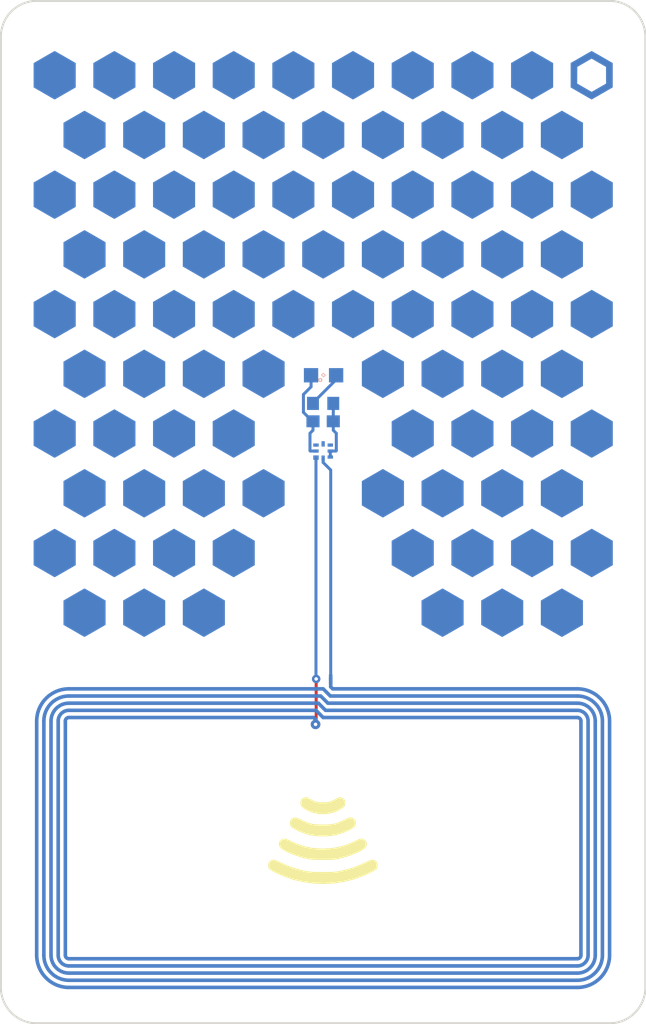
<source format=kicad_pcb>
(kicad_pcb (version 20171130) (host pcbnew "(6.0.0-rc1-dev-1027-g90233e5ec)")
  (layers (0 Top signal) (31 Bottom signal) (34 B.Paste user hide) (35 F.Paste user hide) (36 B.SilkS user) (37 F.SilkS user) (38 B.Mask user) (39 F.Mask user) (44 Edge.Cuts user))
  (net 0 "")
  (net 1 "Net-(LED1-PadA)")
  (net 2 "Net-(C1-Pad2)")
  (net 3 "Net-(C1-Pad1)")
  (net 4 "Net-(NT3H1101-PadSDA)")
  (net 5 "Net-(NT3H1101-PadFD)")
  (net 6 "Net-(NT3H1101-PadSCL)")
  (net 7 "Net-(ANT1-PadP$2)")
  (net 8 "Net-(ANT1-PadP$1)")
  (module NFC_BusinessCard:hex1 (layer Bottom) (at 168.175 74.26)
    (fp_text reference G*** hide)
    (fp_text value LOGO hide)
    (fp_poly (pts (xy -1.34 -1.82) (xy 0.34 -2.75) (xy 1.99 -1.8) (xy 2.02 0.14) (xy 0.32 1.11) (xy -1.35 0.15)) (layer Bottom) (width 0.1))
    (fp_poly (pts (xy 0.340301 1.190757) (xy 0.372537 1.173134) (xy 0.423428 1.144687) (xy 0.491308 1.106366) (xy 0.574511 1.059119) (xy 0.671373 1.003894) (xy 0.780228 0.941639) (xy 0.89941 0.873304) (xy 1.027255 0.799836) (xy 1.162096 0.722185) (xy 1.21421 0.692132) (xy 2.092484 0.185453) (xy 2.092484 -1.849218) (xy 1.217998 -2.354029) (xy 1.081161 -2.432937) (xy 0.950616 -2.508055) (xy 0.828041 -2.578427) (xy 0.715113 -2.643098) (xy 0.613511 -2.701111) (xy 0.524914 -2.751511) (xy 0.450999 -2.793342) (xy 0.393445 -2.825647) (xy 0.35393 -2.84747) (xy 0.334132 -2.857857) (xy 0.332173 -2.858613) (xy 0.319653 -2.852371) (xy 0.286834 -2.834358) (xy 0.235394 -2.80553) (xy 0.167012 -2.766847) (xy 0.083368 -2.719265) (xy -0.013859 -2.663743) (xy -0.122989 -2.601238) (xy -0.242343 -2.532709) (xy -0.370241 -2.459114) (xy -0.505005 -2.381411) (xy -0.552291 -2.354109) (xy -1.425417 -1.849832) (xy -1.425417 -0.130946) (xy 1.949924 -0.42316) (xy 0.449924 -2.42316) (xy -0.276066 -1.875975) (xy -0.163545 -1.941109) (xy -0.057641 -2.002279) (xy 0.039614 -2.058319) (xy 0.126187 -2.108066) (xy 0.200047 -2.150355) (xy 0.259162 -2.184021) (xy 0.3015 -2.207901) (xy 0.325031 -2.22083) (xy 0.329224 -2.222852) (xy 0.341486 -2.216863) (xy 0.373695 -2.199282) (xy 0.423826 -2.17126) (xy 0.489853 -2.133948) (xy 0.56975 -2.088497) (xy 0.661493 -2.036059) (xy 0.763055 -1.977782) (xy 0.872412 -1.91482) (xy 0.938824 -2.149823) (xy 0.199924 -2.196498) (xy 1.621619 -0.503) (xy -1.221772 -0.843321) (xy -0.550076 0.32684) (xy 0.833401 0.831413) (xy 0.726871 0.341144) (xy 0.628868 0.397175) (xy 0.54144 0.446901) (xy 0.466632 0.489164) (xy 0.40649 0.522807) (xy 0.36306 0.546672) (xy 0.338388 0.559601) (xy 0.333505 0.561634) (xy 0.320408 0.555468) (xy 0.287385 0.537718) (xy 0.236481 0.50954) (xy 0.169744 0.472091) (xy 0.089221 0.426528) (xy -0.003042 0.374006) (xy -0.104996 0.315682) (xy -0.214597 0.252712) (xy 0 0) (xy -0.800076 -0.34632) (xy -1.425417 -0.130946) (xy -1.425417 0.186189) (xy -0.552291 0.690298) (xy -0.415643 0.769167) (xy -0.285372 0.844304) (xy -0.16315 0.914748) (xy -0.050646 0.979538) (xy 0.050467 1.037713) (xy 0.138518 1.088313) (xy 0.211837 1.130377) (xy 0.268751 1.162944) (xy 0.307591 1.185054) (xy 0.326684 1.195745) (xy 0.328385 1.196609) (xy 0.340301 1.190757)) (layer Bottom) (width 0.01))
  )
  (module NFC_BusinessCard:hex1 (layer Bottom) (at 145.675 69.26)
    (fp_text reference G*** hide)
    (fp_text value LOGO hide)
    (fp_poly (pts (xy -1.34 -1.82) (xy 0.34 -2.75) (xy 1.99 -1.8) (xy 2.02 0.14) (xy 0.32 1.11) (xy -1.35 0.15)) (layer Bottom) (width 0.1))
    (fp_poly (pts (xy 0.340301 1.190757) (xy 0.372537 1.173134) (xy 0.423428 1.144687) (xy 0.491308 1.106366) (xy 0.574511 1.059119) (xy 0.671373 1.003894) (xy 0.780228 0.941639) (xy 0.89941 0.873304) (xy 1.027255 0.799836) (xy 1.162096 0.722185) (xy 1.21421 0.692132) (xy 2.092484 0.185453) (xy 2.092484 -1.849218) (xy 1.217998 -2.354029) (xy 1.081161 -2.432937) (xy 0.950616 -2.508055) (xy 0.828041 -2.578427) (xy 0.715113 -2.643098) (xy 0.613511 -2.701111) (xy 0.524914 -2.751511) (xy 0.450999 -2.793342) (xy 0.393445 -2.825647) (xy 0.35393 -2.84747) (xy 0.334132 -2.857857) (xy 0.332173 -2.858613) (xy 0.319653 -2.852371) (xy 0.286834 -2.834358) (xy 0.235394 -2.80553) (xy 0.167012 -2.766847) (xy 0.083368 -2.719265) (xy -0.013859 -2.663743) (xy -0.122989 -2.601238) (xy -0.242343 -2.532709) (xy -0.370241 -2.459114) (xy -0.505005 -2.381411) (xy -0.552291 -2.354109) (xy -1.425417 -1.849832) (xy -1.425417 -0.130946) (xy 1.949924 -0.42316) (xy 0.449924 -2.42316) (xy -0.276066 -1.875975) (xy -0.163545 -1.941109) (xy -0.057641 -2.002279) (xy 0.039614 -2.058319) (xy 0.126187 -2.108066) (xy 0.200047 -2.150355) (xy 0.259162 -2.184021) (xy 0.3015 -2.207901) (xy 0.325031 -2.22083) (xy 0.329224 -2.222852) (xy 0.341486 -2.216863) (xy 0.373695 -2.199282) (xy 0.423826 -2.17126) (xy 0.489853 -2.133948) (xy 0.56975 -2.088497) (xy 0.661493 -2.036059) (xy 0.763055 -1.977782) (xy 0.872412 -1.91482) (xy 0.938824 -2.149823) (xy 0.199924 -2.196498) (xy 1.621619 -0.503) (xy -1.221772 -0.843321) (xy -0.550076 0.32684) (xy 0.833401 0.831413) (xy 0.726871 0.341144) (xy 0.628868 0.397175) (xy 0.54144 0.446901) (xy 0.466632 0.489164) (xy 0.40649 0.522807) (xy 0.36306 0.546672) (xy 0.338388 0.559601) (xy 0.333505 0.561634) (xy 0.320408 0.555468) (xy 0.287385 0.537718) (xy 0.236481 0.50954) (xy 0.169744 0.472091) (xy 0.089221 0.426528) (xy -0.003042 0.374006) (xy -0.104996 0.315682) (xy -0.214597 0.252712) (xy 0 0) (xy -0.800076 -0.34632) (xy -1.425417 -0.130946) (xy -1.425417 0.186189) (xy -0.552291 0.690298) (xy -0.415643 0.769167) (xy -0.285372 0.844304) (xy -0.16315 0.914748) (xy -0.050646 0.979538) (xy 0.050467 1.037713) (xy 0.138518 1.088313) (xy 0.211837 1.130377) (xy 0.268751 1.162944) (xy 0.307591 1.185054) (xy 0.326684 1.195745) (xy 0.328385 1.196609) (xy 0.340301 1.190757)) (layer Bottom) (width 0.01))
  )
  (module NFC_BusinessCard:hex1 (layer Bottom) (at 143.175 104.26)
    (fp_text reference G*** hide)
    (fp_text value LOGO hide)
    (fp_poly (pts (xy -1.34 -1.82) (xy 0.34 -2.75) (xy 1.99 -1.8) (xy 2.02 0.14) (xy 0.32 1.11) (xy -1.35 0.15)) (layer Bottom) (width 0.1))
    (fp_poly (pts (xy 0.340301 1.190757) (xy 0.372537 1.173134) (xy 0.423428 1.144687) (xy 0.491308 1.106366) (xy 0.574511 1.059119) (xy 0.671373 1.003894) (xy 0.780228 0.941639) (xy 0.89941 0.873304) (xy 1.027255 0.799836) (xy 1.162096 0.722185) (xy 1.21421 0.692132) (xy 2.092484 0.185453) (xy 2.092484 -1.849218) (xy 1.217998 -2.354029) (xy 1.081161 -2.432937) (xy 0.950616 -2.508055) (xy 0.828041 -2.578427) (xy 0.715113 -2.643098) (xy 0.613511 -2.701111) (xy 0.524914 -2.751511) (xy 0.450999 -2.793342) (xy 0.393445 -2.825647) (xy 0.35393 -2.84747) (xy 0.334132 -2.857857) (xy 0.332173 -2.858613) (xy 0.319653 -2.852371) (xy 0.286834 -2.834358) (xy 0.235394 -2.80553) (xy 0.167012 -2.766847) (xy 0.083368 -2.719265) (xy -0.013859 -2.663743) (xy -0.122989 -2.601238) (xy -0.242343 -2.532709) (xy -0.370241 -2.459114) (xy -0.505005 -2.381411) (xy -0.552291 -2.354109) (xy -1.425417 -1.849832) (xy -1.425417 -0.130946) (xy 1.949924 -0.42316) (xy 0.449924 -2.42316) (xy -0.276066 -1.875975) (xy -0.163545 -1.941109) (xy -0.057641 -2.002279) (xy 0.039614 -2.058319) (xy 0.126187 -2.108066) (xy 0.200047 -2.150355) (xy 0.259162 -2.184021) (xy 0.3015 -2.207901) (xy 0.325031 -2.22083) (xy 0.329224 -2.222852) (xy 0.341486 -2.216863) (xy 0.373695 -2.199282) (xy 0.423826 -2.17126) (xy 0.489853 -2.133948) (xy 0.56975 -2.088497) (xy 0.661493 -2.036059) (xy 0.763055 -1.977782) (xy 0.872412 -1.91482) (xy 0.938824 -2.149823) (xy 0.199924 -2.196498) (xy 1.621619 -0.503) (xy -1.221772 -0.843321) (xy -0.550076 0.32684) (xy 0.833401 0.831413) (xy 0.726871 0.341144) (xy 0.628868 0.397175) (xy 0.54144 0.446901) (xy 0.466632 0.489164) (xy 0.40649 0.522807) (xy 0.36306 0.546672) (xy 0.338388 0.559601) (xy 0.333505 0.561634) (xy 0.320408 0.555468) (xy 0.287385 0.537718) (xy 0.236481 0.50954) (xy 0.169744 0.472091) (xy 0.089221 0.426528) (xy -0.003042 0.374006) (xy -0.104996 0.315682) (xy -0.214597 0.252712) (xy 0 0) (xy -0.800076 -0.34632) (xy -1.425417 -0.130946) (xy -1.425417 0.186189) (xy -0.552291 0.690298) (xy -0.415643 0.769167) (xy -0.285372 0.844304) (xy -0.16315 0.914748) (xy -0.050646 0.979538) (xy 0.050467 1.037713) (xy 0.138518 1.088313) (xy 0.211837 1.130377) (xy 0.268751 1.162944) (xy 0.307591 1.185054) (xy 0.326684 1.195745) (xy 0.328385 1.196609) (xy 0.340301 1.190757)) (layer Bottom) (width 0.01))
  )
  (module NFC_BusinessCard:hex1 (layer Bottom) (at 153.175 104.26)
    (fp_text reference G*** hide)
    (fp_text value LOGO hide)
    (fp_poly (pts (xy -1.34 -1.82) (xy 0.34 -2.75) (xy 1.99 -1.8) (xy 2.02 0.14) (xy 0.32 1.11) (xy -1.35 0.15)) (layer Bottom) (width 0.1))
    (fp_poly (pts (xy 0.340301 1.190757) (xy 0.372537 1.173134) (xy 0.423428 1.144687) (xy 0.491308 1.106366) (xy 0.574511 1.059119) (xy 0.671373 1.003894) (xy 0.780228 0.941639) (xy 0.89941 0.873304) (xy 1.027255 0.799836) (xy 1.162096 0.722185) (xy 1.21421 0.692132) (xy 2.092484 0.185453) (xy 2.092484 -1.849218) (xy 1.217998 -2.354029) (xy 1.081161 -2.432937) (xy 0.950616 -2.508055) (xy 0.828041 -2.578427) (xy 0.715113 -2.643098) (xy 0.613511 -2.701111) (xy 0.524914 -2.751511) (xy 0.450999 -2.793342) (xy 0.393445 -2.825647) (xy 0.35393 -2.84747) (xy 0.334132 -2.857857) (xy 0.332173 -2.858613) (xy 0.319653 -2.852371) (xy 0.286834 -2.834358) (xy 0.235394 -2.80553) (xy 0.167012 -2.766847) (xy 0.083368 -2.719265) (xy -0.013859 -2.663743) (xy -0.122989 -2.601238) (xy -0.242343 -2.532709) (xy -0.370241 -2.459114) (xy -0.505005 -2.381411) (xy -0.552291 -2.354109) (xy -1.425417 -1.849832) (xy -1.425417 -0.130946) (xy 1.949924 -0.42316) (xy 0.449924 -2.42316) (xy -0.276066 -1.875975) (xy -0.163545 -1.941109) (xy -0.057641 -2.002279) (xy 0.039614 -2.058319) (xy 0.126187 -2.108066) (xy 0.200047 -2.150355) (xy 0.259162 -2.184021) (xy 0.3015 -2.207901) (xy 0.325031 -2.22083) (xy 0.329224 -2.222852) (xy 0.341486 -2.216863) (xy 0.373695 -2.199282) (xy 0.423826 -2.17126) (xy 0.489853 -2.133948) (xy 0.56975 -2.088497) (xy 0.661493 -2.036059) (xy 0.763055 -1.977782) (xy 0.872412 -1.91482) (xy 0.938824 -2.149823) (xy 0.199924 -2.196498) (xy 1.621619 -0.503) (xy -1.221772 -0.843321) (xy -0.550076 0.32684) (xy 0.833401 0.831413) (xy 0.726871 0.341144) (xy 0.628868 0.397175) (xy 0.54144 0.446901) (xy 0.466632 0.489164) (xy 0.40649 0.522807) (xy 0.36306 0.546672) (xy 0.338388 0.559601) (xy 0.333505 0.561634) (xy 0.320408 0.555468) (xy 0.287385 0.537718) (xy 0.236481 0.50954) (xy 0.169744 0.472091) (xy 0.089221 0.426528) (xy -0.003042 0.374006) (xy -0.104996 0.315682) (xy -0.214597 0.252712) (xy 0 0) (xy -0.800076 -0.34632) (xy -1.425417 -0.130946) (xy -1.425417 0.186189) (xy -0.552291 0.690298) (xy -0.415643 0.769167) (xy -0.285372 0.844304) (xy -0.16315 0.914748) (xy -0.050646 0.979538) (xy 0.050467 1.037713) (xy 0.138518 1.088313) (xy 0.211837 1.130377) (xy 0.268751 1.162944) (xy 0.307591 1.185054) (xy 0.326684 1.195745) (xy 0.328385 1.196609) (xy 0.340301 1.190757)) (layer Bottom) (width 0.01))
  )
  (module NFC_BusinessCard:hex1 (layer Bottom) (at 170.675 79.26)
    (fp_text reference G*** hide)
    (fp_text value LOGO hide)
    (fp_poly (pts (xy -1.34 -1.82) (xy 0.34 -2.75) (xy 1.99 -1.8) (xy 2.02 0.14) (xy 0.32 1.11) (xy -1.35 0.15)) (layer Bottom) (width 0.1))
    (fp_poly (pts (xy 0.340301 1.190757) (xy 0.372537 1.173134) (xy 0.423428 1.144687) (xy 0.491308 1.106366) (xy 0.574511 1.059119) (xy 0.671373 1.003894) (xy 0.780228 0.941639) (xy 0.89941 0.873304) (xy 1.027255 0.799836) (xy 1.162096 0.722185) (xy 1.21421 0.692132) (xy 2.092484 0.185453) (xy 2.092484 -1.849218) (xy 1.217998 -2.354029) (xy 1.081161 -2.432937) (xy 0.950616 -2.508055) (xy 0.828041 -2.578427) (xy 0.715113 -2.643098) (xy 0.613511 -2.701111) (xy 0.524914 -2.751511) (xy 0.450999 -2.793342) (xy 0.393445 -2.825647) (xy 0.35393 -2.84747) (xy 0.334132 -2.857857) (xy 0.332173 -2.858613) (xy 0.319653 -2.852371) (xy 0.286834 -2.834358) (xy 0.235394 -2.80553) (xy 0.167012 -2.766847) (xy 0.083368 -2.719265) (xy -0.013859 -2.663743) (xy -0.122989 -2.601238) (xy -0.242343 -2.532709) (xy -0.370241 -2.459114) (xy -0.505005 -2.381411) (xy -0.552291 -2.354109) (xy -1.425417 -1.849832) (xy -1.425417 -0.130946) (xy 1.949924 -0.42316) (xy 0.449924 -2.42316) (xy -0.276066 -1.875975) (xy -0.163545 -1.941109) (xy -0.057641 -2.002279) (xy 0.039614 -2.058319) (xy 0.126187 -2.108066) (xy 0.200047 -2.150355) (xy 0.259162 -2.184021) (xy 0.3015 -2.207901) (xy 0.325031 -2.22083) (xy 0.329224 -2.222852) (xy 0.341486 -2.216863) (xy 0.373695 -2.199282) (xy 0.423826 -2.17126) (xy 0.489853 -2.133948) (xy 0.56975 -2.088497) (xy 0.661493 -2.036059) (xy 0.763055 -1.977782) (xy 0.872412 -1.91482) (xy 0.938824 -2.149823) (xy 0.199924 -2.196498) (xy 1.621619 -0.503) (xy -1.221772 -0.843321) (xy -0.550076 0.32684) (xy 0.833401 0.831413) (xy 0.726871 0.341144) (xy 0.628868 0.397175) (xy 0.54144 0.446901) (xy 0.466632 0.489164) (xy 0.40649 0.522807) (xy 0.36306 0.546672) (xy 0.338388 0.559601) (xy 0.333505 0.561634) (xy 0.320408 0.555468) (xy 0.287385 0.537718) (xy 0.236481 0.50954) (xy 0.169744 0.472091) (xy 0.089221 0.426528) (xy -0.003042 0.374006) (xy -0.104996 0.315682) (xy -0.214597 0.252712) (xy 0 0) (xy -0.800076 -0.34632) (xy -1.425417 -0.130946) (xy -1.425417 0.186189) (xy -0.552291 0.690298) (xy -0.415643 0.769167) (xy -0.285372 0.844304) (xy -0.16315 0.914748) (xy -0.050646 0.979538) (xy 0.050467 1.037713) (xy 0.138518 1.088313) (xy 0.211837 1.130377) (xy 0.268751 1.162944) (xy 0.307591 1.185054) (xy 0.326684 1.195745) (xy 0.328385 1.196609) (xy 0.340301 1.190757)) (layer Bottom) (width 0.01))
  )
  (module NFC_BusinessCard:hex1 (layer Bottom) (at 170.675 89.26)
    (fp_text reference G*** hide)
    (fp_text value LOGO hide)
    (fp_poly (pts (xy -1.34 -1.82) (xy 0.34 -2.75) (xy 1.99 -1.8) (xy 2.02 0.14) (xy 0.32 1.11) (xy -1.35 0.15)) (layer Bottom) (width 0.1))
    (fp_poly (pts (xy 0.340301 1.190757) (xy 0.372537 1.173134) (xy 0.423428 1.144687) (xy 0.491308 1.106366) (xy 0.574511 1.059119) (xy 0.671373 1.003894) (xy 0.780228 0.941639) (xy 0.89941 0.873304) (xy 1.027255 0.799836) (xy 1.162096 0.722185) (xy 1.21421 0.692132) (xy 2.092484 0.185453) (xy 2.092484 -1.849218) (xy 1.217998 -2.354029) (xy 1.081161 -2.432937) (xy 0.950616 -2.508055) (xy 0.828041 -2.578427) (xy 0.715113 -2.643098) (xy 0.613511 -2.701111) (xy 0.524914 -2.751511) (xy 0.450999 -2.793342) (xy 0.393445 -2.825647) (xy 0.35393 -2.84747) (xy 0.334132 -2.857857) (xy 0.332173 -2.858613) (xy 0.319653 -2.852371) (xy 0.286834 -2.834358) (xy 0.235394 -2.80553) (xy 0.167012 -2.766847) (xy 0.083368 -2.719265) (xy -0.013859 -2.663743) (xy -0.122989 -2.601238) (xy -0.242343 -2.532709) (xy -0.370241 -2.459114) (xy -0.505005 -2.381411) (xy -0.552291 -2.354109) (xy -1.425417 -1.849832) (xy -1.425417 -0.130946) (xy 1.949924 -0.42316) (xy 0.449924 -2.42316) (xy -0.276066 -1.875975) (xy -0.163545 -1.941109) (xy -0.057641 -2.002279) (xy 0.039614 -2.058319) (xy 0.126187 -2.108066) (xy 0.200047 -2.150355) (xy 0.259162 -2.184021) (xy 0.3015 -2.207901) (xy 0.325031 -2.22083) (xy 0.329224 -2.222852) (xy 0.341486 -2.216863) (xy 0.373695 -2.199282) (xy 0.423826 -2.17126) (xy 0.489853 -2.133948) (xy 0.56975 -2.088497) (xy 0.661493 -2.036059) (xy 0.763055 -1.977782) (xy 0.872412 -1.91482) (xy 0.938824 -2.149823) (xy 0.199924 -2.196498) (xy 1.621619 -0.503) (xy -1.221772 -0.843321) (xy -0.550076 0.32684) (xy 0.833401 0.831413) (xy 0.726871 0.341144) (xy 0.628868 0.397175) (xy 0.54144 0.446901) (xy 0.466632 0.489164) (xy 0.40649 0.522807) (xy 0.36306 0.546672) (xy 0.338388 0.559601) (xy 0.333505 0.561634) (xy 0.320408 0.555468) (xy 0.287385 0.537718) (xy 0.236481 0.50954) (xy 0.169744 0.472091) (xy 0.089221 0.426528) (xy -0.003042 0.374006) (xy -0.104996 0.315682) (xy -0.214597 0.252712) (xy 0 0) (xy -0.800076 -0.34632) (xy -1.425417 -0.130946) (xy -1.425417 0.186189) (xy -0.552291 0.690298) (xy -0.415643 0.769167) (xy -0.285372 0.844304) (xy -0.16315 0.914748) (xy -0.050646 0.979538) (xy 0.050467 1.037713) (xy 0.138518 1.088313) (xy 0.211837 1.130377) (xy 0.268751 1.162944) (xy 0.307591 1.185054) (xy 0.326684 1.195745) (xy 0.328385 1.196609) (xy 0.340301 1.190757)) (layer Bottom) (width 0.01))
  )
  (module NFC_BusinessCard:hex1 (layer Bottom) (at 170.675 109.26)
    (fp_text reference G*** hide)
    (fp_text value LOGO hide)
    (fp_poly (pts (xy -1.34 -1.82) (xy 0.34 -2.75) (xy 1.99 -1.8) (xy 2.02 0.14) (xy 0.32 1.11) (xy -1.35 0.15)) (layer Bottom) (width 0.1))
    (fp_poly (pts (xy 0.340301 1.190757) (xy 0.372537 1.173134) (xy 0.423428 1.144687) (xy 0.491308 1.106366) (xy 0.574511 1.059119) (xy 0.671373 1.003894) (xy 0.780228 0.941639) (xy 0.89941 0.873304) (xy 1.027255 0.799836) (xy 1.162096 0.722185) (xy 1.21421 0.692132) (xy 2.092484 0.185453) (xy 2.092484 -1.849218) (xy 1.217998 -2.354029) (xy 1.081161 -2.432937) (xy 0.950616 -2.508055) (xy 0.828041 -2.578427) (xy 0.715113 -2.643098) (xy 0.613511 -2.701111) (xy 0.524914 -2.751511) (xy 0.450999 -2.793342) (xy 0.393445 -2.825647) (xy 0.35393 -2.84747) (xy 0.334132 -2.857857) (xy 0.332173 -2.858613) (xy 0.319653 -2.852371) (xy 0.286834 -2.834358) (xy 0.235394 -2.80553) (xy 0.167012 -2.766847) (xy 0.083368 -2.719265) (xy -0.013859 -2.663743) (xy -0.122989 -2.601238) (xy -0.242343 -2.532709) (xy -0.370241 -2.459114) (xy -0.505005 -2.381411) (xy -0.552291 -2.354109) (xy -1.425417 -1.849832) (xy -1.425417 -0.130946) (xy 1.949924 -0.42316) (xy 0.449924 -2.42316) (xy -0.276066 -1.875975) (xy -0.163545 -1.941109) (xy -0.057641 -2.002279) (xy 0.039614 -2.058319) (xy 0.126187 -2.108066) (xy 0.200047 -2.150355) (xy 0.259162 -2.184021) (xy 0.3015 -2.207901) (xy 0.325031 -2.22083) (xy 0.329224 -2.222852) (xy 0.341486 -2.216863) (xy 0.373695 -2.199282) (xy 0.423826 -2.17126) (xy 0.489853 -2.133948) (xy 0.56975 -2.088497) (xy 0.661493 -2.036059) (xy 0.763055 -1.977782) (xy 0.872412 -1.91482) (xy 0.938824 -2.149823) (xy 0.199924 -2.196498) (xy 1.621619 -0.503) (xy -1.221772 -0.843321) (xy -0.550076 0.32684) (xy 0.833401 0.831413) (xy 0.726871 0.341144) (xy 0.628868 0.397175) (xy 0.54144 0.446901) (xy 0.466632 0.489164) (xy 0.40649 0.522807) (xy 0.36306 0.546672) (xy 0.338388 0.559601) (xy 0.333505 0.561634) (xy 0.320408 0.555468) (xy 0.287385 0.537718) (xy 0.236481 0.50954) (xy 0.169744 0.472091) (xy 0.089221 0.426528) (xy -0.003042 0.374006) (xy -0.104996 0.315682) (xy -0.214597 0.252712) (xy 0 0) (xy -0.800076 -0.34632) (xy -1.425417 -0.130946) (xy -1.425417 0.186189) (xy -0.552291 0.690298) (xy -0.415643 0.769167) (xy -0.285372 0.844304) (xy -0.16315 0.914748) (xy -0.050646 0.979538) (xy 0.050467 1.037713) (xy 0.138518 1.088313) (xy 0.211837 1.130377) (xy 0.268751 1.162944) (xy 0.307591 1.185054) (xy 0.326684 1.195745) (xy 0.328385 1.196609) (xy 0.340301 1.190757)) (layer Bottom) (width 0.01))
  )
  (module NFC_BusinessCard:hex1 (layer Bottom) (at 170.675 99.26)
    (fp_text reference G*** hide)
    (fp_text value LOGO hide)
    (fp_poly (pts (xy -1.34 -1.82) (xy 0.34 -2.75) (xy 1.99 -1.8) (xy 2.02 0.14) (xy 0.32 1.11) (xy -1.35 0.15)) (layer Bottom) (width 0.1))
    (fp_poly (pts (xy 0.340301 1.190757) (xy 0.372537 1.173134) (xy 0.423428 1.144687) (xy 0.491308 1.106366) (xy 0.574511 1.059119) (xy 0.671373 1.003894) (xy 0.780228 0.941639) (xy 0.89941 0.873304) (xy 1.027255 0.799836) (xy 1.162096 0.722185) (xy 1.21421 0.692132) (xy 2.092484 0.185453) (xy 2.092484 -1.849218) (xy 1.217998 -2.354029) (xy 1.081161 -2.432937) (xy 0.950616 -2.508055) (xy 0.828041 -2.578427) (xy 0.715113 -2.643098) (xy 0.613511 -2.701111) (xy 0.524914 -2.751511) (xy 0.450999 -2.793342) (xy 0.393445 -2.825647) (xy 0.35393 -2.84747) (xy 0.334132 -2.857857) (xy 0.332173 -2.858613) (xy 0.319653 -2.852371) (xy 0.286834 -2.834358) (xy 0.235394 -2.80553) (xy 0.167012 -2.766847) (xy 0.083368 -2.719265) (xy -0.013859 -2.663743) (xy -0.122989 -2.601238) (xy -0.242343 -2.532709) (xy -0.370241 -2.459114) (xy -0.505005 -2.381411) (xy -0.552291 -2.354109) (xy -1.425417 -1.849832) (xy -1.425417 -0.130946) (xy 1.949924 -0.42316) (xy 0.449924 -2.42316) (xy -0.276066 -1.875975) (xy -0.163545 -1.941109) (xy -0.057641 -2.002279) (xy 0.039614 -2.058319) (xy 0.126187 -2.108066) (xy 0.200047 -2.150355) (xy 0.259162 -2.184021) (xy 0.3015 -2.207901) (xy 0.325031 -2.22083) (xy 0.329224 -2.222852) (xy 0.341486 -2.216863) (xy 0.373695 -2.199282) (xy 0.423826 -2.17126) (xy 0.489853 -2.133948) (xy 0.56975 -2.088497) (xy 0.661493 -2.036059) (xy 0.763055 -1.977782) (xy 0.872412 -1.91482) (xy 0.938824 -2.149823) (xy 0.199924 -2.196498) (xy 1.621619 -0.503) (xy -1.221772 -0.843321) (xy -0.550076 0.32684) (xy 0.833401 0.831413) (xy 0.726871 0.341144) (xy 0.628868 0.397175) (xy 0.54144 0.446901) (xy 0.466632 0.489164) (xy 0.40649 0.522807) (xy 0.36306 0.546672) (xy 0.338388 0.559601) (xy 0.333505 0.561634) (xy 0.320408 0.555468) (xy 0.287385 0.537718) (xy 0.236481 0.50954) (xy 0.169744 0.472091) (xy 0.089221 0.426528) (xy -0.003042 0.374006) (xy -0.104996 0.315682) (xy -0.214597 0.252712) (xy 0 0) (xy -0.800076 -0.34632) (xy -1.425417 -0.130946) (xy -1.425417 0.186189) (xy -0.552291 0.690298) (xy -0.415643 0.769167) (xy -0.285372 0.844304) (xy -0.16315 0.914748) (xy -0.050646 0.979538) (xy 0.050467 1.037713) (xy 0.138518 1.088313) (xy 0.211837 1.130377) (xy 0.268751 1.162944) (xy 0.307591 1.185054) (xy 0.326684 1.195745) (xy 0.328385 1.196609) (xy 0.340301 1.190757)) (layer Bottom) (width 0.01))
  )
  (module NFC_BusinessCard:hex1 (layer Bottom) (at 125.675 109.26)
    (fp_text reference G*** hide)
    (fp_text value LOGO hide)
    (fp_poly (pts (xy -1.34 -1.82) (xy 0.34 -2.75) (xy 1.99 -1.8) (xy 2.02 0.14) (xy 0.32 1.11) (xy -1.35 0.15)) (layer Bottom) (width 0.1))
    (fp_poly (pts (xy 0.340301 1.190757) (xy 0.372537 1.173134) (xy 0.423428 1.144687) (xy 0.491308 1.106366) (xy 0.574511 1.059119) (xy 0.671373 1.003894) (xy 0.780228 0.941639) (xy 0.89941 0.873304) (xy 1.027255 0.799836) (xy 1.162096 0.722185) (xy 1.21421 0.692132) (xy 2.092484 0.185453) (xy 2.092484 -1.849218) (xy 1.217998 -2.354029) (xy 1.081161 -2.432937) (xy 0.950616 -2.508055) (xy 0.828041 -2.578427) (xy 0.715113 -2.643098) (xy 0.613511 -2.701111) (xy 0.524914 -2.751511) (xy 0.450999 -2.793342) (xy 0.393445 -2.825647) (xy 0.35393 -2.84747) (xy 0.334132 -2.857857) (xy 0.332173 -2.858613) (xy 0.319653 -2.852371) (xy 0.286834 -2.834358) (xy 0.235394 -2.80553) (xy 0.167012 -2.766847) (xy 0.083368 -2.719265) (xy -0.013859 -2.663743) (xy -0.122989 -2.601238) (xy -0.242343 -2.532709) (xy -0.370241 -2.459114) (xy -0.505005 -2.381411) (xy -0.552291 -2.354109) (xy -1.425417 -1.849832) (xy -1.425417 -0.130946) (xy 1.949924 -0.42316) (xy 0.449924 -2.42316) (xy -0.276066 -1.875975) (xy -0.163545 -1.941109) (xy -0.057641 -2.002279) (xy 0.039614 -2.058319) (xy 0.126187 -2.108066) (xy 0.200047 -2.150355) (xy 0.259162 -2.184021) (xy 0.3015 -2.207901) (xy 0.325031 -2.22083) (xy 0.329224 -2.222852) (xy 0.341486 -2.216863) (xy 0.373695 -2.199282) (xy 0.423826 -2.17126) (xy 0.489853 -2.133948) (xy 0.56975 -2.088497) (xy 0.661493 -2.036059) (xy 0.763055 -1.977782) (xy 0.872412 -1.91482) (xy 0.938824 -2.149823) (xy 0.199924 -2.196498) (xy 1.621619 -0.503) (xy -1.221772 -0.843321) (xy -0.550076 0.32684) (xy 0.833401 0.831413) (xy 0.726871 0.341144) (xy 0.628868 0.397175) (xy 0.54144 0.446901) (xy 0.466632 0.489164) (xy 0.40649 0.522807) (xy 0.36306 0.546672) (xy 0.338388 0.559601) (xy 0.333505 0.561634) (xy 0.320408 0.555468) (xy 0.287385 0.537718) (xy 0.236481 0.50954) (xy 0.169744 0.472091) (xy 0.089221 0.426528) (xy -0.003042 0.374006) (xy -0.104996 0.315682) (xy -0.214597 0.252712) (xy 0 0) (xy -0.800076 -0.34632) (xy -1.425417 -0.130946) (xy -1.425417 0.186189) (xy -0.552291 0.690298) (xy -0.415643 0.769167) (xy -0.285372 0.844304) (xy -0.16315 0.914748) (xy -0.050646 0.979538) (xy 0.050467 1.037713) (xy 0.138518 1.088313) (xy 0.211837 1.130377) (xy 0.268751 1.162944) (xy 0.307591 1.185054) (xy 0.326684 1.195745) (xy 0.328385 1.196609) (xy 0.340301 1.190757)) (layer Bottom) (width 0.01))
  )
  (module NFC_BusinessCard:hex1 (layer Bottom) (at 158.175 114.26)
    (fp_text reference G*** hide)
    (fp_text value LOGO hide)
    (fp_poly (pts (xy -1.34 -1.82) (xy 0.34 -2.75) (xy 1.99 -1.8) (xy 2.02 0.14) (xy 0.32 1.11) (xy -1.35 0.15)) (layer Bottom) (width 0.1))
    (fp_poly (pts (xy 0.340301 1.190757) (xy 0.372537 1.173134) (xy 0.423428 1.144687) (xy 0.491308 1.106366) (xy 0.574511 1.059119) (xy 0.671373 1.003894) (xy 0.780228 0.941639) (xy 0.89941 0.873304) (xy 1.027255 0.799836) (xy 1.162096 0.722185) (xy 1.21421 0.692132) (xy 2.092484 0.185453) (xy 2.092484 -1.849218) (xy 1.217998 -2.354029) (xy 1.081161 -2.432937) (xy 0.950616 -2.508055) (xy 0.828041 -2.578427) (xy 0.715113 -2.643098) (xy 0.613511 -2.701111) (xy 0.524914 -2.751511) (xy 0.450999 -2.793342) (xy 0.393445 -2.825647) (xy 0.35393 -2.84747) (xy 0.334132 -2.857857) (xy 0.332173 -2.858613) (xy 0.319653 -2.852371) (xy 0.286834 -2.834358) (xy 0.235394 -2.80553) (xy 0.167012 -2.766847) (xy 0.083368 -2.719265) (xy -0.013859 -2.663743) (xy -0.122989 -2.601238) (xy -0.242343 -2.532709) (xy -0.370241 -2.459114) (xy -0.505005 -2.381411) (xy -0.552291 -2.354109) (xy -1.425417 -1.849832) (xy -1.425417 -0.130946) (xy 1.949924 -0.42316) (xy 0.449924 -2.42316) (xy -0.276066 -1.875975) (xy -0.163545 -1.941109) (xy -0.057641 -2.002279) (xy 0.039614 -2.058319) (xy 0.126187 -2.108066) (xy 0.200047 -2.150355) (xy 0.259162 -2.184021) (xy 0.3015 -2.207901) (xy 0.325031 -2.22083) (xy 0.329224 -2.222852) (xy 0.341486 -2.216863) (xy 0.373695 -2.199282) (xy 0.423826 -2.17126) (xy 0.489853 -2.133948) (xy 0.56975 -2.088497) (xy 0.661493 -2.036059) (xy 0.763055 -1.977782) (xy 0.872412 -1.91482) (xy 0.938824 -2.149823) (xy 0.199924 -2.196498) (xy 1.621619 -0.503) (xy -1.221772 -0.843321) (xy -0.550076 0.32684) (xy 0.833401 0.831413) (xy 0.726871 0.341144) (xy 0.628868 0.397175) (xy 0.54144 0.446901) (xy 0.466632 0.489164) (xy 0.40649 0.522807) (xy 0.36306 0.546672) (xy 0.338388 0.559601) (xy 0.333505 0.561634) (xy 0.320408 0.555468) (xy 0.287385 0.537718) (xy 0.236481 0.50954) (xy 0.169744 0.472091) (xy 0.089221 0.426528) (xy -0.003042 0.374006) (xy -0.104996 0.315682) (xy -0.214597 0.252712) (xy 0 0) (xy -0.800076 -0.34632) (xy -1.425417 -0.130946) (xy -1.425417 0.186189) (xy -0.552291 0.690298) (xy -0.415643 0.769167) (xy -0.285372 0.844304) (xy -0.16315 0.914748) (xy -0.050646 0.979538) (xy 0.050467 1.037713) (xy 0.138518 1.088313) (xy 0.211837 1.130377) (xy 0.268751 1.162944) (xy 0.307591 1.185054) (xy 0.326684 1.195745) (xy 0.328385 1.196609) (xy 0.340301 1.190757)) (layer Bottom) (width 0.01))
  )
  (module NFC_BusinessCard:hex1 (layer Bottom) (at 128.175 114.26)
    (fp_text reference G*** hide)
    (fp_text value LOGO hide)
    (fp_poly (pts (xy -1.34 -1.82) (xy 0.34 -2.75) (xy 1.99 -1.8) (xy 2.02 0.14) (xy 0.32 1.11) (xy -1.35 0.15)) (layer Bottom) (width 0.1))
    (fp_poly (pts (xy 0.340301 1.190757) (xy 0.372537 1.173134) (xy 0.423428 1.144687) (xy 0.491308 1.106366) (xy 0.574511 1.059119) (xy 0.671373 1.003894) (xy 0.780228 0.941639) (xy 0.89941 0.873304) (xy 1.027255 0.799836) (xy 1.162096 0.722185) (xy 1.21421 0.692132) (xy 2.092484 0.185453) (xy 2.092484 -1.849218) (xy 1.217998 -2.354029) (xy 1.081161 -2.432937) (xy 0.950616 -2.508055) (xy 0.828041 -2.578427) (xy 0.715113 -2.643098) (xy 0.613511 -2.701111) (xy 0.524914 -2.751511) (xy 0.450999 -2.793342) (xy 0.393445 -2.825647) (xy 0.35393 -2.84747) (xy 0.334132 -2.857857) (xy 0.332173 -2.858613) (xy 0.319653 -2.852371) (xy 0.286834 -2.834358) (xy 0.235394 -2.80553) (xy 0.167012 -2.766847) (xy 0.083368 -2.719265) (xy -0.013859 -2.663743) (xy -0.122989 -2.601238) (xy -0.242343 -2.532709) (xy -0.370241 -2.459114) (xy -0.505005 -2.381411) (xy -0.552291 -2.354109) (xy -1.425417 -1.849832) (xy -1.425417 -0.130946) (xy 1.949924 -0.42316) (xy 0.449924 -2.42316) (xy -0.276066 -1.875975) (xy -0.163545 -1.941109) (xy -0.057641 -2.002279) (xy 0.039614 -2.058319) (xy 0.126187 -2.108066) (xy 0.200047 -2.150355) (xy 0.259162 -2.184021) (xy 0.3015 -2.207901) (xy 0.325031 -2.22083) (xy 0.329224 -2.222852) (xy 0.341486 -2.216863) (xy 0.373695 -2.199282) (xy 0.423826 -2.17126) (xy 0.489853 -2.133948) (xy 0.56975 -2.088497) (xy 0.661493 -2.036059) (xy 0.763055 -1.977782) (xy 0.872412 -1.91482) (xy 0.938824 -2.149823) (xy 0.199924 -2.196498) (xy 1.621619 -0.503) (xy -1.221772 -0.843321) (xy -0.550076 0.32684) (xy 0.833401 0.831413) (xy 0.726871 0.341144) (xy 0.628868 0.397175) (xy 0.54144 0.446901) (xy 0.466632 0.489164) (xy 0.40649 0.522807) (xy 0.36306 0.546672) (xy 0.338388 0.559601) (xy 0.333505 0.561634) (xy 0.320408 0.555468) (xy 0.287385 0.537718) (xy 0.236481 0.50954) (xy 0.169744 0.472091) (xy 0.089221 0.426528) (xy -0.003042 0.374006) (xy -0.104996 0.315682) (xy -0.214597 0.252712) (xy 0 0) (xy -0.800076 -0.34632) (xy -1.425417 -0.130946) (xy -1.425417 0.186189) (xy -0.552291 0.690298) (xy -0.415643 0.769167) (xy -0.285372 0.844304) (xy -0.16315 0.914748) (xy -0.050646 0.979538) (xy 0.050467 1.037713) (xy 0.138518 1.088313) (xy 0.211837 1.130377) (xy 0.268751 1.162944) (xy 0.307591 1.185054) (xy 0.326684 1.195745) (xy 0.328385 1.196609) (xy 0.340301 1.190757)) (layer Bottom) (width 0.01))
  )
  (module NFC_BusinessCard:hex1 (layer Bottom) (at 160.675 109.26)
    (fp_text reference G*** hide)
    (fp_text value LOGO hide)
    (fp_poly (pts (xy -1.34 -1.82) (xy 0.34 -2.75) (xy 1.99 -1.8) (xy 2.02 0.14) (xy 0.32 1.11) (xy -1.35 0.15)) (layer Bottom) (width 0.1))
    (fp_poly (pts (xy 0.340301 1.190757) (xy 0.372537 1.173134) (xy 0.423428 1.144687) (xy 0.491308 1.106366) (xy 0.574511 1.059119) (xy 0.671373 1.003894) (xy 0.780228 0.941639) (xy 0.89941 0.873304) (xy 1.027255 0.799836) (xy 1.162096 0.722185) (xy 1.21421 0.692132) (xy 2.092484 0.185453) (xy 2.092484 -1.849218) (xy 1.217998 -2.354029) (xy 1.081161 -2.432937) (xy 0.950616 -2.508055) (xy 0.828041 -2.578427) (xy 0.715113 -2.643098) (xy 0.613511 -2.701111) (xy 0.524914 -2.751511) (xy 0.450999 -2.793342) (xy 0.393445 -2.825647) (xy 0.35393 -2.84747) (xy 0.334132 -2.857857) (xy 0.332173 -2.858613) (xy 0.319653 -2.852371) (xy 0.286834 -2.834358) (xy 0.235394 -2.80553) (xy 0.167012 -2.766847) (xy 0.083368 -2.719265) (xy -0.013859 -2.663743) (xy -0.122989 -2.601238) (xy -0.242343 -2.532709) (xy -0.370241 -2.459114) (xy -0.505005 -2.381411) (xy -0.552291 -2.354109) (xy -1.425417 -1.849832) (xy -1.425417 -0.130946) (xy 1.949924 -0.42316) (xy 0.449924 -2.42316) (xy -0.276066 -1.875975) (xy -0.163545 -1.941109) (xy -0.057641 -2.002279) (xy 0.039614 -2.058319) (xy 0.126187 -2.108066) (xy 0.200047 -2.150355) (xy 0.259162 -2.184021) (xy 0.3015 -2.207901) (xy 0.325031 -2.22083) (xy 0.329224 -2.222852) (xy 0.341486 -2.216863) (xy 0.373695 -2.199282) (xy 0.423826 -2.17126) (xy 0.489853 -2.133948) (xy 0.56975 -2.088497) (xy 0.661493 -2.036059) (xy 0.763055 -1.977782) (xy 0.872412 -1.91482) (xy 0.938824 -2.149823) (xy 0.199924 -2.196498) (xy 1.621619 -0.503) (xy -1.221772 -0.843321) (xy -0.550076 0.32684) (xy 0.833401 0.831413) (xy 0.726871 0.341144) (xy 0.628868 0.397175) (xy 0.54144 0.446901) (xy 0.466632 0.489164) (xy 0.40649 0.522807) (xy 0.36306 0.546672) (xy 0.338388 0.559601) (xy 0.333505 0.561634) (xy 0.320408 0.555468) (xy 0.287385 0.537718) (xy 0.236481 0.50954) (xy 0.169744 0.472091) (xy 0.089221 0.426528) (xy -0.003042 0.374006) (xy -0.104996 0.315682) (xy -0.214597 0.252712) (xy 0 0) (xy -0.800076 -0.34632) (xy -1.425417 -0.130946) (xy -1.425417 0.186189) (xy -0.552291 0.690298) (xy -0.415643 0.769167) (xy -0.285372 0.844304) (xy -0.16315 0.914748) (xy -0.050646 0.979538) (xy 0.050467 1.037713) (xy 0.138518 1.088313) (xy 0.211837 1.130377) (xy 0.268751 1.162944) (xy 0.307591 1.185054) (xy 0.326684 1.195745) (xy 0.328385 1.196609) (xy 0.340301 1.190757)) (layer Bottom) (width 0.01))
  )
  (module NFC_BusinessCard:hex1 (layer Bottom) (at 130.675 109.26)
    (fp_text reference G*** hide)
    (fp_text value LOGO hide)
    (fp_poly (pts (xy -1.34 -1.82) (xy 0.34 -2.75) (xy 1.99 -1.8) (xy 2.02 0.14) (xy 0.32 1.11) (xy -1.35 0.15)) (layer Bottom) (width 0.1))
    (fp_poly (pts (xy 0.340301 1.190757) (xy 0.372537 1.173134) (xy 0.423428 1.144687) (xy 0.491308 1.106366) (xy 0.574511 1.059119) (xy 0.671373 1.003894) (xy 0.780228 0.941639) (xy 0.89941 0.873304) (xy 1.027255 0.799836) (xy 1.162096 0.722185) (xy 1.21421 0.692132) (xy 2.092484 0.185453) (xy 2.092484 -1.849218) (xy 1.217998 -2.354029) (xy 1.081161 -2.432937) (xy 0.950616 -2.508055) (xy 0.828041 -2.578427) (xy 0.715113 -2.643098) (xy 0.613511 -2.701111) (xy 0.524914 -2.751511) (xy 0.450999 -2.793342) (xy 0.393445 -2.825647) (xy 0.35393 -2.84747) (xy 0.334132 -2.857857) (xy 0.332173 -2.858613) (xy 0.319653 -2.852371) (xy 0.286834 -2.834358) (xy 0.235394 -2.80553) (xy 0.167012 -2.766847) (xy 0.083368 -2.719265) (xy -0.013859 -2.663743) (xy -0.122989 -2.601238) (xy -0.242343 -2.532709) (xy -0.370241 -2.459114) (xy -0.505005 -2.381411) (xy -0.552291 -2.354109) (xy -1.425417 -1.849832) (xy -1.425417 -0.130946) (xy 1.949924 -0.42316) (xy 0.449924 -2.42316) (xy -0.276066 -1.875975) (xy -0.163545 -1.941109) (xy -0.057641 -2.002279) (xy 0.039614 -2.058319) (xy 0.126187 -2.108066) (xy 0.200047 -2.150355) (xy 0.259162 -2.184021) (xy 0.3015 -2.207901) (xy 0.325031 -2.22083) (xy 0.329224 -2.222852) (xy 0.341486 -2.216863) (xy 0.373695 -2.199282) (xy 0.423826 -2.17126) (xy 0.489853 -2.133948) (xy 0.56975 -2.088497) (xy 0.661493 -2.036059) (xy 0.763055 -1.977782) (xy 0.872412 -1.91482) (xy 0.938824 -2.149823) (xy 0.199924 -2.196498) (xy 1.621619 -0.503) (xy -1.221772 -0.843321) (xy -0.550076 0.32684) (xy 0.833401 0.831413) (xy 0.726871 0.341144) (xy 0.628868 0.397175) (xy 0.54144 0.446901) (xy 0.466632 0.489164) (xy 0.40649 0.522807) (xy 0.36306 0.546672) (xy 0.338388 0.559601) (xy 0.333505 0.561634) (xy 0.320408 0.555468) (xy 0.287385 0.537718) (xy 0.236481 0.50954) (xy 0.169744 0.472091) (xy 0.089221 0.426528) (xy -0.003042 0.374006) (xy -0.104996 0.315682) (xy -0.214597 0.252712) (xy 0 0) (xy -0.800076 -0.34632) (xy -1.425417 -0.130946) (xy -1.425417 0.186189) (xy -0.552291 0.690298) (xy -0.415643 0.769167) (xy -0.285372 0.844304) (xy -0.16315 0.914748) (xy -0.050646 0.979538) (xy 0.050467 1.037713) (xy 0.138518 1.088313) (xy 0.211837 1.130377) (xy 0.268751 1.162944) (xy 0.307591 1.185054) (xy 0.326684 1.195745) (xy 0.328385 1.196609) (xy 0.340301 1.190757)) (layer Bottom) (width 0.01))
  )
  (module NFC_BusinessCard:hex1 (layer Bottom) (at 140.675 109.26)
    (fp_text reference G*** hide)
    (fp_text value LOGO hide)
    (fp_poly (pts (xy -1.34 -1.82) (xy 0.34 -2.75) (xy 1.99 -1.8) (xy 2.02 0.14) (xy 0.32 1.11) (xy -1.35 0.15)) (layer Bottom) (width 0.1))
    (fp_poly (pts (xy 0.340301 1.190757) (xy 0.372537 1.173134) (xy 0.423428 1.144687) (xy 0.491308 1.106366) (xy 0.574511 1.059119) (xy 0.671373 1.003894) (xy 0.780228 0.941639) (xy 0.89941 0.873304) (xy 1.027255 0.799836) (xy 1.162096 0.722185) (xy 1.21421 0.692132) (xy 2.092484 0.185453) (xy 2.092484 -1.849218) (xy 1.217998 -2.354029) (xy 1.081161 -2.432937) (xy 0.950616 -2.508055) (xy 0.828041 -2.578427) (xy 0.715113 -2.643098) (xy 0.613511 -2.701111) (xy 0.524914 -2.751511) (xy 0.450999 -2.793342) (xy 0.393445 -2.825647) (xy 0.35393 -2.84747) (xy 0.334132 -2.857857) (xy 0.332173 -2.858613) (xy 0.319653 -2.852371) (xy 0.286834 -2.834358) (xy 0.235394 -2.80553) (xy 0.167012 -2.766847) (xy 0.083368 -2.719265) (xy -0.013859 -2.663743) (xy -0.122989 -2.601238) (xy -0.242343 -2.532709) (xy -0.370241 -2.459114) (xy -0.505005 -2.381411) (xy -0.552291 -2.354109) (xy -1.425417 -1.849832) (xy -1.425417 -0.130946) (xy 1.949924 -0.42316) (xy 0.449924 -2.42316) (xy -0.276066 -1.875975) (xy -0.163545 -1.941109) (xy -0.057641 -2.002279) (xy 0.039614 -2.058319) (xy 0.126187 -2.108066) (xy 0.200047 -2.150355) (xy 0.259162 -2.184021) (xy 0.3015 -2.207901) (xy 0.325031 -2.22083) (xy 0.329224 -2.222852) (xy 0.341486 -2.216863) (xy 0.373695 -2.199282) (xy 0.423826 -2.17126) (xy 0.489853 -2.133948) (xy 0.56975 -2.088497) (xy 0.661493 -2.036059) (xy 0.763055 -1.977782) (xy 0.872412 -1.91482) (xy 0.938824 -2.149823) (xy 0.199924 -2.196498) (xy 1.621619 -0.503) (xy -1.221772 -0.843321) (xy -0.550076 0.32684) (xy 0.833401 0.831413) (xy 0.726871 0.341144) (xy 0.628868 0.397175) (xy 0.54144 0.446901) (xy 0.466632 0.489164) (xy 0.40649 0.522807) (xy 0.36306 0.546672) (xy 0.338388 0.559601) (xy 0.333505 0.561634) (xy 0.320408 0.555468) (xy 0.287385 0.537718) (xy 0.236481 0.50954) (xy 0.169744 0.472091) (xy 0.089221 0.426528) (xy -0.003042 0.374006) (xy -0.104996 0.315682) (xy -0.214597 0.252712) (xy 0 0) (xy -0.800076 -0.34632) (xy -1.425417 -0.130946) (xy -1.425417 0.186189) (xy -0.552291 0.690298) (xy -0.415643 0.769167) (xy -0.285372 0.844304) (xy -0.16315 0.914748) (xy -0.050646 0.979538) (xy 0.050467 1.037713) (xy 0.138518 1.088313) (xy 0.211837 1.130377) (xy 0.268751 1.162944) (xy 0.307591 1.185054) (xy 0.326684 1.195745) (xy 0.328385 1.196609) (xy 0.340301 1.190757)) (layer Bottom) (width 0.01))
  )
  (module NFC_BusinessCard:hex1 (layer Bottom) (at 168.175 114.26)
    (fp_text reference G*** hide)
    (fp_text value LOGO hide)
    (fp_poly (pts (xy -1.34 -1.82) (xy 0.34 -2.75) (xy 1.99 -1.8) (xy 2.02 0.14) (xy 0.32 1.11) (xy -1.35 0.15)) (layer Bottom) (width 0.1))
    (fp_poly (pts (xy 0.340301 1.190757) (xy 0.372537 1.173134) (xy 0.423428 1.144687) (xy 0.491308 1.106366) (xy 0.574511 1.059119) (xy 0.671373 1.003894) (xy 0.780228 0.941639) (xy 0.89941 0.873304) (xy 1.027255 0.799836) (xy 1.162096 0.722185) (xy 1.21421 0.692132) (xy 2.092484 0.185453) (xy 2.092484 -1.849218) (xy 1.217998 -2.354029) (xy 1.081161 -2.432937) (xy 0.950616 -2.508055) (xy 0.828041 -2.578427) (xy 0.715113 -2.643098) (xy 0.613511 -2.701111) (xy 0.524914 -2.751511) (xy 0.450999 -2.793342) (xy 0.393445 -2.825647) (xy 0.35393 -2.84747) (xy 0.334132 -2.857857) (xy 0.332173 -2.858613) (xy 0.319653 -2.852371) (xy 0.286834 -2.834358) (xy 0.235394 -2.80553) (xy 0.167012 -2.766847) (xy 0.083368 -2.719265) (xy -0.013859 -2.663743) (xy -0.122989 -2.601238) (xy -0.242343 -2.532709) (xy -0.370241 -2.459114) (xy -0.505005 -2.381411) (xy -0.552291 -2.354109) (xy -1.425417 -1.849832) (xy -1.425417 -0.130946) (xy 1.949924 -0.42316) (xy 0.449924 -2.42316) (xy -0.276066 -1.875975) (xy -0.163545 -1.941109) (xy -0.057641 -2.002279) (xy 0.039614 -2.058319) (xy 0.126187 -2.108066) (xy 0.200047 -2.150355) (xy 0.259162 -2.184021) (xy 0.3015 -2.207901) (xy 0.325031 -2.22083) (xy 0.329224 -2.222852) (xy 0.341486 -2.216863) (xy 0.373695 -2.199282) (xy 0.423826 -2.17126) (xy 0.489853 -2.133948) (xy 0.56975 -2.088497) (xy 0.661493 -2.036059) (xy 0.763055 -1.977782) (xy 0.872412 -1.91482) (xy 0.938824 -2.149823) (xy 0.199924 -2.196498) (xy 1.621619 -0.503) (xy -1.221772 -0.843321) (xy -0.550076 0.32684) (xy 0.833401 0.831413) (xy 0.726871 0.341144) (xy 0.628868 0.397175) (xy 0.54144 0.446901) (xy 0.466632 0.489164) (xy 0.40649 0.522807) (xy 0.36306 0.546672) (xy 0.338388 0.559601) (xy 0.333505 0.561634) (xy 0.320408 0.555468) (xy 0.287385 0.537718) (xy 0.236481 0.50954) (xy 0.169744 0.472091) (xy 0.089221 0.426528) (xy -0.003042 0.374006) (xy -0.104996 0.315682) (xy -0.214597 0.252712) (xy 0 0) (xy -0.800076 -0.34632) (xy -1.425417 -0.130946) (xy -1.425417 0.186189) (xy -0.552291 0.690298) (xy -0.415643 0.769167) (xy -0.285372 0.844304) (xy -0.16315 0.914748) (xy -0.050646 0.979538) (xy 0.050467 1.037713) (xy 0.138518 1.088313) (xy 0.211837 1.130377) (xy 0.268751 1.162944) (xy 0.307591 1.185054) (xy 0.326684 1.195745) (xy 0.328385 1.196609) (xy 0.340301 1.190757)) (layer Bottom) (width 0.01))
  )
  (module NFC_BusinessCard:hex1 (layer Bottom) (at 135.675 109.26)
    (fp_text reference G*** hide)
    (fp_text value LOGO hide)
    (fp_poly (pts (xy -1.34 -1.82) (xy 0.34 -2.75) (xy 1.99 -1.8) (xy 2.02 0.14) (xy 0.32 1.11) (xy -1.35 0.15)) (layer Bottom) (width 0.1))
    (fp_poly (pts (xy 0.340301 1.190757) (xy 0.372537 1.173134) (xy 0.423428 1.144687) (xy 0.491308 1.106366) (xy 0.574511 1.059119) (xy 0.671373 1.003894) (xy 0.780228 0.941639) (xy 0.89941 0.873304) (xy 1.027255 0.799836) (xy 1.162096 0.722185) (xy 1.21421 0.692132) (xy 2.092484 0.185453) (xy 2.092484 -1.849218) (xy 1.217998 -2.354029) (xy 1.081161 -2.432937) (xy 0.950616 -2.508055) (xy 0.828041 -2.578427) (xy 0.715113 -2.643098) (xy 0.613511 -2.701111) (xy 0.524914 -2.751511) (xy 0.450999 -2.793342) (xy 0.393445 -2.825647) (xy 0.35393 -2.84747) (xy 0.334132 -2.857857) (xy 0.332173 -2.858613) (xy 0.319653 -2.852371) (xy 0.286834 -2.834358) (xy 0.235394 -2.80553) (xy 0.167012 -2.766847) (xy 0.083368 -2.719265) (xy -0.013859 -2.663743) (xy -0.122989 -2.601238) (xy -0.242343 -2.532709) (xy -0.370241 -2.459114) (xy -0.505005 -2.381411) (xy -0.552291 -2.354109) (xy -1.425417 -1.849832) (xy -1.425417 -0.130946) (xy 1.949924 -0.42316) (xy 0.449924 -2.42316) (xy -0.276066 -1.875975) (xy -0.163545 -1.941109) (xy -0.057641 -2.002279) (xy 0.039614 -2.058319) (xy 0.126187 -2.108066) (xy 0.200047 -2.150355) (xy 0.259162 -2.184021) (xy 0.3015 -2.207901) (xy 0.325031 -2.22083) (xy 0.329224 -2.222852) (xy 0.341486 -2.216863) (xy 0.373695 -2.199282) (xy 0.423826 -2.17126) (xy 0.489853 -2.133948) (xy 0.56975 -2.088497) (xy 0.661493 -2.036059) (xy 0.763055 -1.977782) (xy 0.872412 -1.91482) (xy 0.938824 -2.149823) (xy 0.199924 -2.196498) (xy 1.621619 -0.503) (xy -1.221772 -0.843321) (xy -0.550076 0.32684) (xy 0.833401 0.831413) (xy 0.726871 0.341144) (xy 0.628868 0.397175) (xy 0.54144 0.446901) (xy 0.466632 0.489164) (xy 0.40649 0.522807) (xy 0.36306 0.546672) (xy 0.338388 0.559601) (xy 0.333505 0.561634) (xy 0.320408 0.555468) (xy 0.287385 0.537718) (xy 0.236481 0.50954) (xy 0.169744 0.472091) (xy 0.089221 0.426528) (xy -0.003042 0.374006) (xy -0.104996 0.315682) (xy -0.214597 0.252712) (xy 0 0) (xy -0.800076 -0.34632) (xy -1.425417 -0.130946) (xy -1.425417 0.186189) (xy -0.552291 0.690298) (xy -0.415643 0.769167) (xy -0.285372 0.844304) (xy -0.16315 0.914748) (xy -0.050646 0.979538) (xy 0.050467 1.037713) (xy 0.138518 1.088313) (xy 0.211837 1.130377) (xy 0.268751 1.162944) (xy 0.307591 1.185054) (xy 0.326684 1.195745) (xy 0.328385 1.196609) (xy 0.340301 1.190757)) (layer Bottom) (width 0.01))
  )
  (module NFC_BusinessCard:hex1 (layer Bottom) (at 163.175 114.26)
    (fp_text reference G*** hide)
    (fp_text value LOGO hide)
    (fp_poly (pts (xy -1.34 -1.82) (xy 0.34 -2.75) (xy 1.99 -1.8) (xy 2.02 0.14) (xy 0.32 1.11) (xy -1.35 0.15)) (layer Bottom) (width 0.1))
    (fp_poly (pts (xy 0.340301 1.190757) (xy 0.372537 1.173134) (xy 0.423428 1.144687) (xy 0.491308 1.106366) (xy 0.574511 1.059119) (xy 0.671373 1.003894) (xy 0.780228 0.941639) (xy 0.89941 0.873304) (xy 1.027255 0.799836) (xy 1.162096 0.722185) (xy 1.21421 0.692132) (xy 2.092484 0.185453) (xy 2.092484 -1.849218) (xy 1.217998 -2.354029) (xy 1.081161 -2.432937) (xy 0.950616 -2.508055) (xy 0.828041 -2.578427) (xy 0.715113 -2.643098) (xy 0.613511 -2.701111) (xy 0.524914 -2.751511) (xy 0.450999 -2.793342) (xy 0.393445 -2.825647) (xy 0.35393 -2.84747) (xy 0.334132 -2.857857) (xy 0.332173 -2.858613) (xy 0.319653 -2.852371) (xy 0.286834 -2.834358) (xy 0.235394 -2.80553) (xy 0.167012 -2.766847) (xy 0.083368 -2.719265) (xy -0.013859 -2.663743) (xy -0.122989 -2.601238) (xy -0.242343 -2.532709) (xy -0.370241 -2.459114) (xy -0.505005 -2.381411) (xy -0.552291 -2.354109) (xy -1.425417 -1.849832) (xy -1.425417 -0.130946) (xy 1.949924 -0.42316) (xy 0.449924 -2.42316) (xy -0.276066 -1.875975) (xy -0.163545 -1.941109) (xy -0.057641 -2.002279) (xy 0.039614 -2.058319) (xy 0.126187 -2.108066) (xy 0.200047 -2.150355) (xy 0.259162 -2.184021) (xy 0.3015 -2.207901) (xy 0.325031 -2.22083) (xy 0.329224 -2.222852) (xy 0.341486 -2.216863) (xy 0.373695 -2.199282) (xy 0.423826 -2.17126) (xy 0.489853 -2.133948) (xy 0.56975 -2.088497) (xy 0.661493 -2.036059) (xy 0.763055 -1.977782) (xy 0.872412 -1.91482) (xy 0.938824 -2.149823) (xy 0.199924 -2.196498) (xy 1.621619 -0.503) (xy -1.221772 -0.843321) (xy -0.550076 0.32684) (xy 0.833401 0.831413) (xy 0.726871 0.341144) (xy 0.628868 0.397175) (xy 0.54144 0.446901) (xy 0.466632 0.489164) (xy 0.40649 0.522807) (xy 0.36306 0.546672) (xy 0.338388 0.559601) (xy 0.333505 0.561634) (xy 0.320408 0.555468) (xy 0.287385 0.537718) (xy 0.236481 0.50954) (xy 0.169744 0.472091) (xy 0.089221 0.426528) (xy -0.003042 0.374006) (xy -0.104996 0.315682) (xy -0.214597 0.252712) (xy 0 0) (xy -0.800076 -0.34632) (xy -1.425417 -0.130946) (xy -1.425417 0.186189) (xy -0.552291 0.690298) (xy -0.415643 0.769167) (xy -0.285372 0.844304) (xy -0.16315 0.914748) (xy -0.050646 0.979538) (xy 0.050467 1.037713) (xy 0.138518 1.088313) (xy 0.211837 1.130377) (xy 0.268751 1.162944) (xy 0.307591 1.185054) (xy 0.326684 1.195745) (xy 0.328385 1.196609) (xy 0.340301 1.190757)) (layer Bottom) (width 0.01))
  )
  (module NFC_BusinessCard:hex1 (layer Bottom) (at 165.675 109.26)
    (fp_text reference G*** hide)
    (fp_text value LOGO hide)
    (fp_poly (pts (xy -1.34 -1.82) (xy 0.34 -2.75) (xy 1.99 -1.8) (xy 2.02 0.14) (xy 0.32 1.11) (xy -1.35 0.15)) (layer Bottom) (width 0.1))
    (fp_poly (pts (xy 0.340301 1.190757) (xy 0.372537 1.173134) (xy 0.423428 1.144687) (xy 0.491308 1.106366) (xy 0.574511 1.059119) (xy 0.671373 1.003894) (xy 0.780228 0.941639) (xy 0.89941 0.873304) (xy 1.027255 0.799836) (xy 1.162096 0.722185) (xy 1.21421 0.692132) (xy 2.092484 0.185453) (xy 2.092484 -1.849218) (xy 1.217998 -2.354029) (xy 1.081161 -2.432937) (xy 0.950616 -2.508055) (xy 0.828041 -2.578427) (xy 0.715113 -2.643098) (xy 0.613511 -2.701111) (xy 0.524914 -2.751511) (xy 0.450999 -2.793342) (xy 0.393445 -2.825647) (xy 0.35393 -2.84747) (xy 0.334132 -2.857857) (xy 0.332173 -2.858613) (xy 0.319653 -2.852371) (xy 0.286834 -2.834358) (xy 0.235394 -2.80553) (xy 0.167012 -2.766847) (xy 0.083368 -2.719265) (xy -0.013859 -2.663743) (xy -0.122989 -2.601238) (xy -0.242343 -2.532709) (xy -0.370241 -2.459114) (xy -0.505005 -2.381411) (xy -0.552291 -2.354109) (xy -1.425417 -1.849832) (xy -1.425417 -0.130946) (xy 1.949924 -0.42316) (xy 0.449924 -2.42316) (xy -0.276066 -1.875975) (xy -0.163545 -1.941109) (xy -0.057641 -2.002279) (xy 0.039614 -2.058319) (xy 0.126187 -2.108066) (xy 0.200047 -2.150355) (xy 0.259162 -2.184021) (xy 0.3015 -2.207901) (xy 0.325031 -2.22083) (xy 0.329224 -2.222852) (xy 0.341486 -2.216863) (xy 0.373695 -2.199282) (xy 0.423826 -2.17126) (xy 0.489853 -2.133948) (xy 0.56975 -2.088497) (xy 0.661493 -2.036059) (xy 0.763055 -1.977782) (xy 0.872412 -1.91482) (xy 0.938824 -2.149823) (xy 0.199924 -2.196498) (xy 1.621619 -0.503) (xy -1.221772 -0.843321) (xy -0.550076 0.32684) (xy 0.833401 0.831413) (xy 0.726871 0.341144) (xy 0.628868 0.397175) (xy 0.54144 0.446901) (xy 0.466632 0.489164) (xy 0.40649 0.522807) (xy 0.36306 0.546672) (xy 0.338388 0.559601) (xy 0.333505 0.561634) (xy 0.320408 0.555468) (xy 0.287385 0.537718) (xy 0.236481 0.50954) (xy 0.169744 0.472091) (xy 0.089221 0.426528) (xy -0.003042 0.374006) (xy -0.104996 0.315682) (xy -0.214597 0.252712) (xy 0 0) (xy -0.800076 -0.34632) (xy -1.425417 -0.130946) (xy -1.425417 0.186189) (xy -0.552291 0.690298) (xy -0.415643 0.769167) (xy -0.285372 0.844304) (xy -0.16315 0.914748) (xy -0.050646 0.979538) (xy 0.050467 1.037713) (xy 0.138518 1.088313) (xy 0.211837 1.130377) (xy 0.268751 1.162944) (xy 0.307591 1.185054) (xy 0.326684 1.195745) (xy 0.328385 1.196609) (xy 0.340301 1.190757)) (layer Bottom) (width 0.01))
  )
  (module NFC_BusinessCard:hex1 (layer Bottom) (at 155.675 109.26)
    (fp_text reference G*** hide)
    (fp_text value LOGO hide)
    (fp_poly (pts (xy -1.34 -1.82) (xy 0.34 -2.75) (xy 1.99 -1.8) (xy 2.02 0.14) (xy 0.32 1.11) (xy -1.35 0.15)) (layer Bottom) (width 0.1))
    (fp_poly (pts (xy 0.340301 1.190757) (xy 0.372537 1.173134) (xy 0.423428 1.144687) (xy 0.491308 1.106366) (xy 0.574511 1.059119) (xy 0.671373 1.003894) (xy 0.780228 0.941639) (xy 0.89941 0.873304) (xy 1.027255 0.799836) (xy 1.162096 0.722185) (xy 1.21421 0.692132) (xy 2.092484 0.185453) (xy 2.092484 -1.849218) (xy 1.217998 -2.354029) (xy 1.081161 -2.432937) (xy 0.950616 -2.508055) (xy 0.828041 -2.578427) (xy 0.715113 -2.643098) (xy 0.613511 -2.701111) (xy 0.524914 -2.751511) (xy 0.450999 -2.793342) (xy 0.393445 -2.825647) (xy 0.35393 -2.84747) (xy 0.334132 -2.857857) (xy 0.332173 -2.858613) (xy 0.319653 -2.852371) (xy 0.286834 -2.834358) (xy 0.235394 -2.80553) (xy 0.167012 -2.766847) (xy 0.083368 -2.719265) (xy -0.013859 -2.663743) (xy -0.122989 -2.601238) (xy -0.242343 -2.532709) (xy -0.370241 -2.459114) (xy -0.505005 -2.381411) (xy -0.552291 -2.354109) (xy -1.425417 -1.849832) (xy -1.425417 -0.130946) (xy 1.949924 -0.42316) (xy 0.449924 -2.42316) (xy -0.276066 -1.875975) (xy -0.163545 -1.941109) (xy -0.057641 -2.002279) (xy 0.039614 -2.058319) (xy 0.126187 -2.108066) (xy 0.200047 -2.150355) (xy 0.259162 -2.184021) (xy 0.3015 -2.207901) (xy 0.325031 -2.22083) (xy 0.329224 -2.222852) (xy 0.341486 -2.216863) (xy 0.373695 -2.199282) (xy 0.423826 -2.17126) (xy 0.489853 -2.133948) (xy 0.56975 -2.088497) (xy 0.661493 -2.036059) (xy 0.763055 -1.977782) (xy 0.872412 -1.91482) (xy 0.938824 -2.149823) (xy 0.199924 -2.196498) (xy 1.621619 -0.503) (xy -1.221772 -0.843321) (xy -0.550076 0.32684) (xy 0.833401 0.831413) (xy 0.726871 0.341144) (xy 0.628868 0.397175) (xy 0.54144 0.446901) (xy 0.466632 0.489164) (xy 0.40649 0.522807) (xy 0.36306 0.546672) (xy 0.338388 0.559601) (xy 0.333505 0.561634) (xy 0.320408 0.555468) (xy 0.287385 0.537718) (xy 0.236481 0.50954) (xy 0.169744 0.472091) (xy 0.089221 0.426528) (xy -0.003042 0.374006) (xy -0.104996 0.315682) (xy -0.214597 0.252712) (xy 0 0) (xy -0.800076 -0.34632) (xy -1.425417 -0.130946) (xy -1.425417 0.186189) (xy -0.552291 0.690298) (xy -0.415643 0.769167) (xy -0.285372 0.844304) (xy -0.16315 0.914748) (xy -0.050646 0.979538) (xy 0.050467 1.037713) (xy 0.138518 1.088313) (xy 0.211837 1.130377) (xy 0.268751 1.162944) (xy 0.307591 1.185054) (xy 0.326684 1.195745) (xy 0.328385 1.196609) (xy 0.340301 1.190757)) (layer Bottom) (width 0.01))
  )
  (module NFC_BusinessCard:hex1 (layer Bottom) (at 133.175 114.26)
    (fp_text reference G*** hide)
    (fp_text value LOGO hide)
    (fp_poly (pts (xy -1.34 -1.82) (xy 0.34 -2.75) (xy 1.99 -1.8) (xy 2.02 0.14) (xy 0.32 1.11) (xy -1.35 0.15)) (layer Bottom) (width 0.1))
    (fp_poly (pts (xy 0.340301 1.190757) (xy 0.372537 1.173134) (xy 0.423428 1.144687) (xy 0.491308 1.106366) (xy 0.574511 1.059119) (xy 0.671373 1.003894) (xy 0.780228 0.941639) (xy 0.89941 0.873304) (xy 1.027255 0.799836) (xy 1.162096 0.722185) (xy 1.21421 0.692132) (xy 2.092484 0.185453) (xy 2.092484 -1.849218) (xy 1.217998 -2.354029) (xy 1.081161 -2.432937) (xy 0.950616 -2.508055) (xy 0.828041 -2.578427) (xy 0.715113 -2.643098) (xy 0.613511 -2.701111) (xy 0.524914 -2.751511) (xy 0.450999 -2.793342) (xy 0.393445 -2.825647) (xy 0.35393 -2.84747) (xy 0.334132 -2.857857) (xy 0.332173 -2.858613) (xy 0.319653 -2.852371) (xy 0.286834 -2.834358) (xy 0.235394 -2.80553) (xy 0.167012 -2.766847) (xy 0.083368 -2.719265) (xy -0.013859 -2.663743) (xy -0.122989 -2.601238) (xy -0.242343 -2.532709) (xy -0.370241 -2.459114) (xy -0.505005 -2.381411) (xy -0.552291 -2.354109) (xy -1.425417 -1.849832) (xy -1.425417 -0.130946) (xy 1.949924 -0.42316) (xy 0.449924 -2.42316) (xy -0.276066 -1.875975) (xy -0.163545 -1.941109) (xy -0.057641 -2.002279) (xy 0.039614 -2.058319) (xy 0.126187 -2.108066) (xy 0.200047 -2.150355) (xy 0.259162 -2.184021) (xy 0.3015 -2.207901) (xy 0.325031 -2.22083) (xy 0.329224 -2.222852) (xy 0.341486 -2.216863) (xy 0.373695 -2.199282) (xy 0.423826 -2.17126) (xy 0.489853 -2.133948) (xy 0.56975 -2.088497) (xy 0.661493 -2.036059) (xy 0.763055 -1.977782) (xy 0.872412 -1.91482) (xy 0.938824 -2.149823) (xy 0.199924 -2.196498) (xy 1.621619 -0.503) (xy -1.221772 -0.843321) (xy -0.550076 0.32684) (xy 0.833401 0.831413) (xy 0.726871 0.341144) (xy 0.628868 0.397175) (xy 0.54144 0.446901) (xy 0.466632 0.489164) (xy 0.40649 0.522807) (xy 0.36306 0.546672) (xy 0.338388 0.559601) (xy 0.333505 0.561634) (xy 0.320408 0.555468) (xy 0.287385 0.537718) (xy 0.236481 0.50954) (xy 0.169744 0.472091) (xy 0.089221 0.426528) (xy -0.003042 0.374006) (xy -0.104996 0.315682) (xy -0.214597 0.252712) (xy 0 0) (xy -0.800076 -0.34632) (xy -1.425417 -0.130946) (xy -1.425417 0.186189) (xy -0.552291 0.690298) (xy -0.415643 0.769167) (xy -0.285372 0.844304) (xy -0.16315 0.914748) (xy -0.050646 0.979538) (xy 0.050467 1.037713) (xy 0.138518 1.088313) (xy 0.211837 1.130377) (xy 0.268751 1.162944) (xy 0.307591 1.185054) (xy 0.326684 1.195745) (xy 0.328385 1.196609) (xy 0.340301 1.190757)) (layer Bottom) (width 0.01))
  )
  (module NFC_BusinessCard:hex1 (layer Bottom) (at 138.175 114.26)
    (fp_text reference G*** hide)
    (fp_text value LOGO hide)
    (fp_poly (pts (xy -1.34 -1.82) (xy 0.34 -2.75) (xy 1.99 -1.8) (xy 2.02 0.14) (xy 0.32 1.11) (xy -1.35 0.15)) (layer Bottom) (width 0.1))
    (fp_poly (pts (xy 0.340301 1.190757) (xy 0.372537 1.173134) (xy 0.423428 1.144687) (xy 0.491308 1.106366) (xy 0.574511 1.059119) (xy 0.671373 1.003894) (xy 0.780228 0.941639) (xy 0.89941 0.873304) (xy 1.027255 0.799836) (xy 1.162096 0.722185) (xy 1.21421 0.692132) (xy 2.092484 0.185453) (xy 2.092484 -1.849218) (xy 1.217998 -2.354029) (xy 1.081161 -2.432937) (xy 0.950616 -2.508055) (xy 0.828041 -2.578427) (xy 0.715113 -2.643098) (xy 0.613511 -2.701111) (xy 0.524914 -2.751511) (xy 0.450999 -2.793342) (xy 0.393445 -2.825647) (xy 0.35393 -2.84747) (xy 0.334132 -2.857857) (xy 0.332173 -2.858613) (xy 0.319653 -2.852371) (xy 0.286834 -2.834358) (xy 0.235394 -2.80553) (xy 0.167012 -2.766847) (xy 0.083368 -2.719265) (xy -0.013859 -2.663743) (xy -0.122989 -2.601238) (xy -0.242343 -2.532709) (xy -0.370241 -2.459114) (xy -0.505005 -2.381411) (xy -0.552291 -2.354109) (xy -1.425417 -1.849832) (xy -1.425417 -0.130946) (xy 1.949924 -0.42316) (xy 0.449924 -2.42316) (xy -0.276066 -1.875975) (xy -0.163545 -1.941109) (xy -0.057641 -2.002279) (xy 0.039614 -2.058319) (xy 0.126187 -2.108066) (xy 0.200047 -2.150355) (xy 0.259162 -2.184021) (xy 0.3015 -2.207901) (xy 0.325031 -2.22083) (xy 0.329224 -2.222852) (xy 0.341486 -2.216863) (xy 0.373695 -2.199282) (xy 0.423826 -2.17126) (xy 0.489853 -2.133948) (xy 0.56975 -2.088497) (xy 0.661493 -2.036059) (xy 0.763055 -1.977782) (xy 0.872412 -1.91482) (xy 0.938824 -2.149823) (xy 0.199924 -2.196498) (xy 1.621619 -0.503) (xy -1.221772 -0.843321) (xy -0.550076 0.32684) (xy 0.833401 0.831413) (xy 0.726871 0.341144) (xy 0.628868 0.397175) (xy 0.54144 0.446901) (xy 0.466632 0.489164) (xy 0.40649 0.522807) (xy 0.36306 0.546672) (xy 0.338388 0.559601) (xy 0.333505 0.561634) (xy 0.320408 0.555468) (xy 0.287385 0.537718) (xy 0.236481 0.50954) (xy 0.169744 0.472091) (xy 0.089221 0.426528) (xy -0.003042 0.374006) (xy -0.104996 0.315682) (xy -0.214597 0.252712) (xy 0 0) (xy -0.800076 -0.34632) (xy -1.425417 -0.130946) (xy -1.425417 0.186189) (xy -0.552291 0.690298) (xy -0.415643 0.769167) (xy -0.285372 0.844304) (xy -0.16315 0.914748) (xy -0.050646 0.979538) (xy 0.050467 1.037713) (xy 0.138518 1.088313) (xy 0.211837 1.130377) (xy 0.268751 1.162944) (xy 0.307591 1.185054) (xy 0.326684 1.195745) (xy 0.328385 1.196609) (xy 0.340301 1.190757)) (layer Bottom) (width 0.01))
  )
  (module NFC_BusinessCard:hex1 (layer Bottom) (at 125.675 99.26)
    (fp_text reference G*** hide)
    (fp_text value LOGO hide)
    (fp_poly (pts (xy -1.34 -1.82) (xy 0.34 -2.75) (xy 1.99 -1.8) (xy 2.02 0.14) (xy 0.32 1.11) (xy -1.35 0.15)) (layer Bottom) (width 0.1))
    (fp_poly (pts (xy 0.340301 1.190757) (xy 0.372537 1.173134) (xy 0.423428 1.144687) (xy 0.491308 1.106366) (xy 0.574511 1.059119) (xy 0.671373 1.003894) (xy 0.780228 0.941639) (xy 0.89941 0.873304) (xy 1.027255 0.799836) (xy 1.162096 0.722185) (xy 1.21421 0.692132) (xy 2.092484 0.185453) (xy 2.092484 -1.849218) (xy 1.217998 -2.354029) (xy 1.081161 -2.432937) (xy 0.950616 -2.508055) (xy 0.828041 -2.578427) (xy 0.715113 -2.643098) (xy 0.613511 -2.701111) (xy 0.524914 -2.751511) (xy 0.450999 -2.793342) (xy 0.393445 -2.825647) (xy 0.35393 -2.84747) (xy 0.334132 -2.857857) (xy 0.332173 -2.858613) (xy 0.319653 -2.852371) (xy 0.286834 -2.834358) (xy 0.235394 -2.80553) (xy 0.167012 -2.766847) (xy 0.083368 -2.719265) (xy -0.013859 -2.663743) (xy -0.122989 -2.601238) (xy -0.242343 -2.532709) (xy -0.370241 -2.459114) (xy -0.505005 -2.381411) (xy -0.552291 -2.354109) (xy -1.425417 -1.849832) (xy -1.425417 -0.130946) (xy 1.949924 -0.42316) (xy 0.449924 -2.42316) (xy -0.276066 -1.875975) (xy -0.163545 -1.941109) (xy -0.057641 -2.002279) (xy 0.039614 -2.058319) (xy 0.126187 -2.108066) (xy 0.200047 -2.150355) (xy 0.259162 -2.184021) (xy 0.3015 -2.207901) (xy 0.325031 -2.22083) (xy 0.329224 -2.222852) (xy 0.341486 -2.216863) (xy 0.373695 -2.199282) (xy 0.423826 -2.17126) (xy 0.489853 -2.133948) (xy 0.56975 -2.088497) (xy 0.661493 -2.036059) (xy 0.763055 -1.977782) (xy 0.872412 -1.91482) (xy 0.938824 -2.149823) (xy 0.199924 -2.196498) (xy 1.621619 -0.503) (xy -1.221772 -0.843321) (xy -0.550076 0.32684) (xy 0.833401 0.831413) (xy 0.726871 0.341144) (xy 0.628868 0.397175) (xy 0.54144 0.446901) (xy 0.466632 0.489164) (xy 0.40649 0.522807) (xy 0.36306 0.546672) (xy 0.338388 0.559601) (xy 0.333505 0.561634) (xy 0.320408 0.555468) (xy 0.287385 0.537718) (xy 0.236481 0.50954) (xy 0.169744 0.472091) (xy 0.089221 0.426528) (xy -0.003042 0.374006) (xy -0.104996 0.315682) (xy -0.214597 0.252712) (xy 0 0) (xy -0.800076 -0.34632) (xy -1.425417 -0.130946) (xy -1.425417 0.186189) (xy -0.552291 0.690298) (xy -0.415643 0.769167) (xy -0.285372 0.844304) (xy -0.16315 0.914748) (xy -0.050646 0.979538) (xy 0.050467 1.037713) (xy 0.138518 1.088313) (xy 0.211837 1.130377) (xy 0.268751 1.162944) (xy 0.307591 1.185054) (xy 0.326684 1.195745) (xy 0.328385 1.196609) (xy 0.340301 1.190757)) (layer Bottom) (width 0.01))
  )
  (module NFC_BusinessCard:hex1 (layer Bottom) (at 128.175 104.26)
    (fp_text reference G*** hide)
    (fp_text value LOGO hide)
    (fp_poly (pts (xy -1.34 -1.82) (xy 0.34 -2.75) (xy 1.99 -1.8) (xy 2.02 0.14) (xy 0.32 1.11) (xy -1.35 0.15)) (layer Bottom) (width 0.1))
    (fp_poly (pts (xy 0.340301 1.190757) (xy 0.372537 1.173134) (xy 0.423428 1.144687) (xy 0.491308 1.106366) (xy 0.574511 1.059119) (xy 0.671373 1.003894) (xy 0.780228 0.941639) (xy 0.89941 0.873304) (xy 1.027255 0.799836) (xy 1.162096 0.722185) (xy 1.21421 0.692132) (xy 2.092484 0.185453) (xy 2.092484 -1.849218) (xy 1.217998 -2.354029) (xy 1.081161 -2.432937) (xy 0.950616 -2.508055) (xy 0.828041 -2.578427) (xy 0.715113 -2.643098) (xy 0.613511 -2.701111) (xy 0.524914 -2.751511) (xy 0.450999 -2.793342) (xy 0.393445 -2.825647) (xy 0.35393 -2.84747) (xy 0.334132 -2.857857) (xy 0.332173 -2.858613) (xy 0.319653 -2.852371) (xy 0.286834 -2.834358) (xy 0.235394 -2.80553) (xy 0.167012 -2.766847) (xy 0.083368 -2.719265) (xy -0.013859 -2.663743) (xy -0.122989 -2.601238) (xy -0.242343 -2.532709) (xy -0.370241 -2.459114) (xy -0.505005 -2.381411) (xy -0.552291 -2.354109) (xy -1.425417 -1.849832) (xy -1.425417 -0.130946) (xy 1.949924 -0.42316) (xy 0.449924 -2.42316) (xy -0.276066 -1.875975) (xy -0.163545 -1.941109) (xy -0.057641 -2.002279) (xy 0.039614 -2.058319) (xy 0.126187 -2.108066) (xy 0.200047 -2.150355) (xy 0.259162 -2.184021) (xy 0.3015 -2.207901) (xy 0.325031 -2.22083) (xy 0.329224 -2.222852) (xy 0.341486 -2.216863) (xy 0.373695 -2.199282) (xy 0.423826 -2.17126) (xy 0.489853 -2.133948) (xy 0.56975 -2.088497) (xy 0.661493 -2.036059) (xy 0.763055 -1.977782) (xy 0.872412 -1.91482) (xy 0.938824 -2.149823) (xy 0.199924 -2.196498) (xy 1.621619 -0.503) (xy -1.221772 -0.843321) (xy -0.550076 0.32684) (xy 0.833401 0.831413) (xy 0.726871 0.341144) (xy 0.628868 0.397175) (xy 0.54144 0.446901) (xy 0.466632 0.489164) (xy 0.40649 0.522807) (xy 0.36306 0.546672) (xy 0.338388 0.559601) (xy 0.333505 0.561634) (xy 0.320408 0.555468) (xy 0.287385 0.537718) (xy 0.236481 0.50954) (xy 0.169744 0.472091) (xy 0.089221 0.426528) (xy -0.003042 0.374006) (xy -0.104996 0.315682) (xy -0.214597 0.252712) (xy 0 0) (xy -0.800076 -0.34632) (xy -1.425417 -0.130946) (xy -1.425417 0.186189) (xy -0.552291 0.690298) (xy -0.415643 0.769167) (xy -0.285372 0.844304) (xy -0.16315 0.914748) (xy -0.050646 0.979538) (xy 0.050467 1.037713) (xy 0.138518 1.088313) (xy 0.211837 1.130377) (xy 0.268751 1.162944) (xy 0.307591 1.185054) (xy 0.326684 1.195745) (xy 0.328385 1.196609) (xy 0.340301 1.190757)) (layer Bottom) (width 0.01))
  )
  (module NFC_BusinessCard:hex1 (layer Bottom) (at 160.675 99.26)
    (fp_text reference G*** hide)
    (fp_text value LOGO hide)
    (fp_poly (pts (xy -1.34 -1.82) (xy 0.34 -2.75) (xy 1.99 -1.8) (xy 2.02 0.14) (xy 0.32 1.11) (xy -1.35 0.15)) (layer Bottom) (width 0.1))
    (fp_poly (pts (xy 0.340301 1.190757) (xy 0.372537 1.173134) (xy 0.423428 1.144687) (xy 0.491308 1.106366) (xy 0.574511 1.059119) (xy 0.671373 1.003894) (xy 0.780228 0.941639) (xy 0.89941 0.873304) (xy 1.027255 0.799836) (xy 1.162096 0.722185) (xy 1.21421 0.692132) (xy 2.092484 0.185453) (xy 2.092484 -1.849218) (xy 1.217998 -2.354029) (xy 1.081161 -2.432937) (xy 0.950616 -2.508055) (xy 0.828041 -2.578427) (xy 0.715113 -2.643098) (xy 0.613511 -2.701111) (xy 0.524914 -2.751511) (xy 0.450999 -2.793342) (xy 0.393445 -2.825647) (xy 0.35393 -2.84747) (xy 0.334132 -2.857857) (xy 0.332173 -2.858613) (xy 0.319653 -2.852371) (xy 0.286834 -2.834358) (xy 0.235394 -2.80553) (xy 0.167012 -2.766847) (xy 0.083368 -2.719265) (xy -0.013859 -2.663743) (xy -0.122989 -2.601238) (xy -0.242343 -2.532709) (xy -0.370241 -2.459114) (xy -0.505005 -2.381411) (xy -0.552291 -2.354109) (xy -1.425417 -1.849832) (xy -1.425417 -0.130946) (xy 1.949924 -0.42316) (xy 0.449924 -2.42316) (xy -0.276066 -1.875975) (xy -0.163545 -1.941109) (xy -0.057641 -2.002279) (xy 0.039614 -2.058319) (xy 0.126187 -2.108066) (xy 0.200047 -2.150355) (xy 0.259162 -2.184021) (xy 0.3015 -2.207901) (xy 0.325031 -2.22083) (xy 0.329224 -2.222852) (xy 0.341486 -2.216863) (xy 0.373695 -2.199282) (xy 0.423826 -2.17126) (xy 0.489853 -2.133948) (xy 0.56975 -2.088497) (xy 0.661493 -2.036059) (xy 0.763055 -1.977782) (xy 0.872412 -1.91482) (xy 0.938824 -2.149823) (xy 0.199924 -2.196498) (xy 1.621619 -0.503) (xy -1.221772 -0.843321) (xy -0.550076 0.32684) (xy 0.833401 0.831413) (xy 0.726871 0.341144) (xy 0.628868 0.397175) (xy 0.54144 0.446901) (xy 0.466632 0.489164) (xy 0.40649 0.522807) (xy 0.36306 0.546672) (xy 0.338388 0.559601) (xy 0.333505 0.561634) (xy 0.320408 0.555468) (xy 0.287385 0.537718) (xy 0.236481 0.50954) (xy 0.169744 0.472091) (xy 0.089221 0.426528) (xy -0.003042 0.374006) (xy -0.104996 0.315682) (xy -0.214597 0.252712) (xy 0 0) (xy -0.800076 -0.34632) (xy -1.425417 -0.130946) (xy -1.425417 0.186189) (xy -0.552291 0.690298) (xy -0.415643 0.769167) (xy -0.285372 0.844304) (xy -0.16315 0.914748) (xy -0.050646 0.979538) (xy 0.050467 1.037713) (xy 0.138518 1.088313) (xy 0.211837 1.130377) (xy 0.268751 1.162944) (xy 0.307591 1.185054) (xy 0.326684 1.195745) (xy 0.328385 1.196609) (xy 0.340301 1.190757)) (layer Bottom) (width 0.01))
  )
  (module NFC_BusinessCard:hex1 (layer Bottom) (at 133.175 104.26)
    (fp_text reference G*** hide)
    (fp_text value LOGO hide)
    (fp_poly (pts (xy -1.34 -1.82) (xy 0.34 -2.75) (xy 1.99 -1.8) (xy 2.02 0.14) (xy 0.32 1.11) (xy -1.35 0.15)) (layer Bottom) (width 0.1))
    (fp_poly (pts (xy 0.340301 1.190757) (xy 0.372537 1.173134) (xy 0.423428 1.144687) (xy 0.491308 1.106366) (xy 0.574511 1.059119) (xy 0.671373 1.003894) (xy 0.780228 0.941639) (xy 0.89941 0.873304) (xy 1.027255 0.799836) (xy 1.162096 0.722185) (xy 1.21421 0.692132) (xy 2.092484 0.185453) (xy 2.092484 -1.849218) (xy 1.217998 -2.354029) (xy 1.081161 -2.432937) (xy 0.950616 -2.508055) (xy 0.828041 -2.578427) (xy 0.715113 -2.643098) (xy 0.613511 -2.701111) (xy 0.524914 -2.751511) (xy 0.450999 -2.793342) (xy 0.393445 -2.825647) (xy 0.35393 -2.84747) (xy 0.334132 -2.857857) (xy 0.332173 -2.858613) (xy 0.319653 -2.852371) (xy 0.286834 -2.834358) (xy 0.235394 -2.80553) (xy 0.167012 -2.766847) (xy 0.083368 -2.719265) (xy -0.013859 -2.663743) (xy -0.122989 -2.601238) (xy -0.242343 -2.532709) (xy -0.370241 -2.459114) (xy -0.505005 -2.381411) (xy -0.552291 -2.354109) (xy -1.425417 -1.849832) (xy -1.425417 -0.130946) (xy 1.949924 -0.42316) (xy 0.449924 -2.42316) (xy -0.276066 -1.875975) (xy -0.163545 -1.941109) (xy -0.057641 -2.002279) (xy 0.039614 -2.058319) (xy 0.126187 -2.108066) (xy 0.200047 -2.150355) (xy 0.259162 -2.184021) (xy 0.3015 -2.207901) (xy 0.325031 -2.22083) (xy 0.329224 -2.222852) (xy 0.341486 -2.216863) (xy 0.373695 -2.199282) (xy 0.423826 -2.17126) (xy 0.489853 -2.133948) (xy 0.56975 -2.088497) (xy 0.661493 -2.036059) (xy 0.763055 -1.977782) (xy 0.872412 -1.91482) (xy 0.938824 -2.149823) (xy 0.199924 -2.196498) (xy 1.621619 -0.503) (xy -1.221772 -0.843321) (xy -0.550076 0.32684) (xy 0.833401 0.831413) (xy 0.726871 0.341144) (xy 0.628868 0.397175) (xy 0.54144 0.446901) (xy 0.466632 0.489164) (xy 0.40649 0.522807) (xy 0.36306 0.546672) (xy 0.338388 0.559601) (xy 0.333505 0.561634) (xy 0.320408 0.555468) (xy 0.287385 0.537718) (xy 0.236481 0.50954) (xy 0.169744 0.472091) (xy 0.089221 0.426528) (xy -0.003042 0.374006) (xy -0.104996 0.315682) (xy -0.214597 0.252712) (xy 0 0) (xy -0.800076 -0.34632) (xy -1.425417 -0.130946) (xy -1.425417 0.186189) (xy -0.552291 0.690298) (xy -0.415643 0.769167) (xy -0.285372 0.844304) (xy -0.16315 0.914748) (xy -0.050646 0.979538) (xy 0.050467 1.037713) (xy 0.138518 1.088313) (xy 0.211837 1.130377) (xy 0.268751 1.162944) (xy 0.307591 1.185054) (xy 0.326684 1.195745) (xy 0.328385 1.196609) (xy 0.340301 1.190757)) (layer Bottom) (width 0.01))
  )
  (module NFC_BusinessCard:hex1 (layer Bottom) (at 140.675 99.26)
    (fp_text reference G*** hide)
    (fp_text value LOGO hide)
    (fp_poly (pts (xy -1.34 -1.82) (xy 0.34 -2.75) (xy 1.99 -1.8) (xy 2.02 0.14) (xy 0.32 1.11) (xy -1.35 0.15)) (layer Bottom) (width 0.1))
    (fp_poly (pts (xy 0.340301 1.190757) (xy 0.372537 1.173134) (xy 0.423428 1.144687) (xy 0.491308 1.106366) (xy 0.574511 1.059119) (xy 0.671373 1.003894) (xy 0.780228 0.941639) (xy 0.89941 0.873304) (xy 1.027255 0.799836) (xy 1.162096 0.722185) (xy 1.21421 0.692132) (xy 2.092484 0.185453) (xy 2.092484 -1.849218) (xy 1.217998 -2.354029) (xy 1.081161 -2.432937) (xy 0.950616 -2.508055) (xy 0.828041 -2.578427) (xy 0.715113 -2.643098) (xy 0.613511 -2.701111) (xy 0.524914 -2.751511) (xy 0.450999 -2.793342) (xy 0.393445 -2.825647) (xy 0.35393 -2.84747) (xy 0.334132 -2.857857) (xy 0.332173 -2.858613) (xy 0.319653 -2.852371) (xy 0.286834 -2.834358) (xy 0.235394 -2.80553) (xy 0.167012 -2.766847) (xy 0.083368 -2.719265) (xy -0.013859 -2.663743) (xy -0.122989 -2.601238) (xy -0.242343 -2.532709) (xy -0.370241 -2.459114) (xy -0.505005 -2.381411) (xy -0.552291 -2.354109) (xy -1.425417 -1.849832) (xy -1.425417 -0.130946) (xy 1.949924 -0.42316) (xy 0.449924 -2.42316) (xy -0.276066 -1.875975) (xy -0.163545 -1.941109) (xy -0.057641 -2.002279) (xy 0.039614 -2.058319) (xy 0.126187 -2.108066) (xy 0.200047 -2.150355) (xy 0.259162 -2.184021) (xy 0.3015 -2.207901) (xy 0.325031 -2.22083) (xy 0.329224 -2.222852) (xy 0.341486 -2.216863) (xy 0.373695 -2.199282) (xy 0.423826 -2.17126) (xy 0.489853 -2.133948) (xy 0.56975 -2.088497) (xy 0.661493 -2.036059) (xy 0.763055 -1.977782) (xy 0.872412 -1.91482) (xy 0.938824 -2.149823) (xy 0.199924 -2.196498) (xy 1.621619 -0.503) (xy -1.221772 -0.843321) (xy -0.550076 0.32684) (xy 0.833401 0.831413) (xy 0.726871 0.341144) (xy 0.628868 0.397175) (xy 0.54144 0.446901) (xy 0.466632 0.489164) (xy 0.40649 0.522807) (xy 0.36306 0.546672) (xy 0.338388 0.559601) (xy 0.333505 0.561634) (xy 0.320408 0.555468) (xy 0.287385 0.537718) (xy 0.236481 0.50954) (xy 0.169744 0.472091) (xy 0.089221 0.426528) (xy -0.003042 0.374006) (xy -0.104996 0.315682) (xy -0.214597 0.252712) (xy 0 0) (xy -0.800076 -0.34632) (xy -1.425417 -0.130946) (xy -1.425417 0.186189) (xy -0.552291 0.690298) (xy -0.415643 0.769167) (xy -0.285372 0.844304) (xy -0.16315 0.914748) (xy -0.050646 0.979538) (xy 0.050467 1.037713) (xy 0.138518 1.088313) (xy 0.211837 1.130377) (xy 0.268751 1.162944) (xy 0.307591 1.185054) (xy 0.326684 1.195745) (xy 0.328385 1.196609) (xy 0.340301 1.190757)) (layer Bottom) (width 0.01))
  )
  (module NFC_BusinessCard:hex1 (layer Bottom) (at 138.175 104.26)
    (fp_text reference G*** hide)
    (fp_text value LOGO hide)
    (fp_poly (pts (xy -1.34 -1.82) (xy 0.34 -2.75) (xy 1.99 -1.8) (xy 2.02 0.14) (xy 0.32 1.11) (xy -1.35 0.15)) (layer Bottom) (width 0.1))
    (fp_poly (pts (xy 0.340301 1.190757) (xy 0.372537 1.173134) (xy 0.423428 1.144687) (xy 0.491308 1.106366) (xy 0.574511 1.059119) (xy 0.671373 1.003894) (xy 0.780228 0.941639) (xy 0.89941 0.873304) (xy 1.027255 0.799836) (xy 1.162096 0.722185) (xy 1.21421 0.692132) (xy 2.092484 0.185453) (xy 2.092484 -1.849218) (xy 1.217998 -2.354029) (xy 1.081161 -2.432937) (xy 0.950616 -2.508055) (xy 0.828041 -2.578427) (xy 0.715113 -2.643098) (xy 0.613511 -2.701111) (xy 0.524914 -2.751511) (xy 0.450999 -2.793342) (xy 0.393445 -2.825647) (xy 0.35393 -2.84747) (xy 0.334132 -2.857857) (xy 0.332173 -2.858613) (xy 0.319653 -2.852371) (xy 0.286834 -2.834358) (xy 0.235394 -2.80553) (xy 0.167012 -2.766847) (xy 0.083368 -2.719265) (xy -0.013859 -2.663743) (xy -0.122989 -2.601238) (xy -0.242343 -2.532709) (xy -0.370241 -2.459114) (xy -0.505005 -2.381411) (xy -0.552291 -2.354109) (xy -1.425417 -1.849832) (xy -1.425417 -0.130946) (xy 1.949924 -0.42316) (xy 0.449924 -2.42316) (xy -0.276066 -1.875975) (xy -0.163545 -1.941109) (xy -0.057641 -2.002279) (xy 0.039614 -2.058319) (xy 0.126187 -2.108066) (xy 0.200047 -2.150355) (xy 0.259162 -2.184021) (xy 0.3015 -2.207901) (xy 0.325031 -2.22083) (xy 0.329224 -2.222852) (xy 0.341486 -2.216863) (xy 0.373695 -2.199282) (xy 0.423826 -2.17126) (xy 0.489853 -2.133948) (xy 0.56975 -2.088497) (xy 0.661493 -2.036059) (xy 0.763055 -1.977782) (xy 0.872412 -1.91482) (xy 0.938824 -2.149823) (xy 0.199924 -2.196498) (xy 1.621619 -0.503) (xy -1.221772 -0.843321) (xy -0.550076 0.32684) (xy 0.833401 0.831413) (xy 0.726871 0.341144) (xy 0.628868 0.397175) (xy 0.54144 0.446901) (xy 0.466632 0.489164) (xy 0.40649 0.522807) (xy 0.36306 0.546672) (xy 0.338388 0.559601) (xy 0.333505 0.561634) (xy 0.320408 0.555468) (xy 0.287385 0.537718) (xy 0.236481 0.50954) (xy 0.169744 0.472091) (xy 0.089221 0.426528) (xy -0.003042 0.374006) (xy -0.104996 0.315682) (xy -0.214597 0.252712) (xy 0 0) (xy -0.800076 -0.34632) (xy -1.425417 -0.130946) (xy -1.425417 0.186189) (xy -0.552291 0.690298) (xy -0.415643 0.769167) (xy -0.285372 0.844304) (xy -0.16315 0.914748) (xy -0.050646 0.979538) (xy 0.050467 1.037713) (xy 0.138518 1.088313) (xy 0.211837 1.130377) (xy 0.268751 1.162944) (xy 0.307591 1.185054) (xy 0.326684 1.195745) (xy 0.328385 1.196609) (xy 0.340301 1.190757)) (layer Bottom) (width 0.01))
  )
  (module NFC_BusinessCard:hex1 (layer Bottom) (at 168.175 104.26)
    (fp_text reference G*** hide)
    (fp_text value LOGO hide)
    (fp_poly (pts (xy -1.34 -1.82) (xy 0.34 -2.75) (xy 1.99 -1.8) (xy 2.02 0.14) (xy 0.32 1.11) (xy -1.35 0.15)) (layer Bottom) (width 0.1))
    (fp_poly (pts (xy 0.340301 1.190757) (xy 0.372537 1.173134) (xy 0.423428 1.144687) (xy 0.491308 1.106366) (xy 0.574511 1.059119) (xy 0.671373 1.003894) (xy 0.780228 0.941639) (xy 0.89941 0.873304) (xy 1.027255 0.799836) (xy 1.162096 0.722185) (xy 1.21421 0.692132) (xy 2.092484 0.185453) (xy 2.092484 -1.849218) (xy 1.217998 -2.354029) (xy 1.081161 -2.432937) (xy 0.950616 -2.508055) (xy 0.828041 -2.578427) (xy 0.715113 -2.643098) (xy 0.613511 -2.701111) (xy 0.524914 -2.751511) (xy 0.450999 -2.793342) (xy 0.393445 -2.825647) (xy 0.35393 -2.84747) (xy 0.334132 -2.857857) (xy 0.332173 -2.858613) (xy 0.319653 -2.852371) (xy 0.286834 -2.834358) (xy 0.235394 -2.80553) (xy 0.167012 -2.766847) (xy 0.083368 -2.719265) (xy -0.013859 -2.663743) (xy -0.122989 -2.601238) (xy -0.242343 -2.532709) (xy -0.370241 -2.459114) (xy -0.505005 -2.381411) (xy -0.552291 -2.354109) (xy -1.425417 -1.849832) (xy -1.425417 -0.130946) (xy 1.949924 -0.42316) (xy 0.449924 -2.42316) (xy -0.276066 -1.875975) (xy -0.163545 -1.941109) (xy -0.057641 -2.002279) (xy 0.039614 -2.058319) (xy 0.126187 -2.108066) (xy 0.200047 -2.150355) (xy 0.259162 -2.184021) (xy 0.3015 -2.207901) (xy 0.325031 -2.22083) (xy 0.329224 -2.222852) (xy 0.341486 -2.216863) (xy 0.373695 -2.199282) (xy 0.423826 -2.17126) (xy 0.489853 -2.133948) (xy 0.56975 -2.088497) (xy 0.661493 -2.036059) (xy 0.763055 -1.977782) (xy 0.872412 -1.91482) (xy 0.938824 -2.149823) (xy 0.199924 -2.196498) (xy 1.621619 -0.503) (xy -1.221772 -0.843321) (xy -0.550076 0.32684) (xy 0.833401 0.831413) (xy 0.726871 0.341144) (xy 0.628868 0.397175) (xy 0.54144 0.446901) (xy 0.466632 0.489164) (xy 0.40649 0.522807) (xy 0.36306 0.546672) (xy 0.338388 0.559601) (xy 0.333505 0.561634) (xy 0.320408 0.555468) (xy 0.287385 0.537718) (xy 0.236481 0.50954) (xy 0.169744 0.472091) (xy 0.089221 0.426528) (xy -0.003042 0.374006) (xy -0.104996 0.315682) (xy -0.214597 0.252712) (xy 0 0) (xy -0.800076 -0.34632) (xy -1.425417 -0.130946) (xy -1.425417 0.186189) (xy -0.552291 0.690298) (xy -0.415643 0.769167) (xy -0.285372 0.844304) (xy -0.16315 0.914748) (xy -0.050646 0.979538) (xy 0.050467 1.037713) (xy 0.138518 1.088313) (xy 0.211837 1.130377) (xy 0.268751 1.162944) (xy 0.307591 1.185054) (xy 0.326684 1.195745) (xy 0.328385 1.196609) (xy 0.340301 1.190757)) (layer Bottom) (width 0.01))
  )
  (module NFC_BusinessCard:hex1 (layer Bottom) (at 165.675 99.26)
    (fp_text reference G*** hide)
    (fp_text value LOGO hide)
    (fp_poly (pts (xy -1.34 -1.82) (xy 0.34 -2.75) (xy 1.99 -1.8) (xy 2.02 0.14) (xy 0.32 1.11) (xy -1.35 0.15)) (layer Bottom) (width 0.1))
    (fp_poly (pts (xy 0.340301 1.190757) (xy 0.372537 1.173134) (xy 0.423428 1.144687) (xy 0.491308 1.106366) (xy 0.574511 1.059119) (xy 0.671373 1.003894) (xy 0.780228 0.941639) (xy 0.89941 0.873304) (xy 1.027255 0.799836) (xy 1.162096 0.722185) (xy 1.21421 0.692132) (xy 2.092484 0.185453) (xy 2.092484 -1.849218) (xy 1.217998 -2.354029) (xy 1.081161 -2.432937) (xy 0.950616 -2.508055) (xy 0.828041 -2.578427) (xy 0.715113 -2.643098) (xy 0.613511 -2.701111) (xy 0.524914 -2.751511) (xy 0.450999 -2.793342) (xy 0.393445 -2.825647) (xy 0.35393 -2.84747) (xy 0.334132 -2.857857) (xy 0.332173 -2.858613) (xy 0.319653 -2.852371) (xy 0.286834 -2.834358) (xy 0.235394 -2.80553) (xy 0.167012 -2.766847) (xy 0.083368 -2.719265) (xy -0.013859 -2.663743) (xy -0.122989 -2.601238) (xy -0.242343 -2.532709) (xy -0.370241 -2.459114) (xy -0.505005 -2.381411) (xy -0.552291 -2.354109) (xy -1.425417 -1.849832) (xy -1.425417 -0.130946) (xy 1.949924 -0.42316) (xy 0.449924 -2.42316) (xy -0.276066 -1.875975) (xy -0.163545 -1.941109) (xy -0.057641 -2.002279) (xy 0.039614 -2.058319) (xy 0.126187 -2.108066) (xy 0.200047 -2.150355) (xy 0.259162 -2.184021) (xy 0.3015 -2.207901) (xy 0.325031 -2.22083) (xy 0.329224 -2.222852) (xy 0.341486 -2.216863) (xy 0.373695 -2.199282) (xy 0.423826 -2.17126) (xy 0.489853 -2.133948) (xy 0.56975 -2.088497) (xy 0.661493 -2.036059) (xy 0.763055 -1.977782) (xy 0.872412 -1.91482) (xy 0.938824 -2.149823) (xy 0.199924 -2.196498) (xy 1.621619 -0.503) (xy -1.221772 -0.843321) (xy -0.550076 0.32684) (xy 0.833401 0.831413) (xy 0.726871 0.341144) (xy 0.628868 0.397175) (xy 0.54144 0.446901) (xy 0.466632 0.489164) (xy 0.40649 0.522807) (xy 0.36306 0.546672) (xy 0.338388 0.559601) (xy 0.333505 0.561634) (xy 0.320408 0.555468) (xy 0.287385 0.537718) (xy 0.236481 0.50954) (xy 0.169744 0.472091) (xy 0.089221 0.426528) (xy -0.003042 0.374006) (xy -0.104996 0.315682) (xy -0.214597 0.252712) (xy 0 0) (xy -0.800076 -0.34632) (xy -1.425417 -0.130946) (xy -1.425417 0.186189) (xy -0.552291 0.690298) (xy -0.415643 0.769167) (xy -0.285372 0.844304) (xy -0.16315 0.914748) (xy -0.050646 0.979538) (xy 0.050467 1.037713) (xy 0.138518 1.088313) (xy 0.211837 1.130377) (xy 0.268751 1.162944) (xy 0.307591 1.185054) (xy 0.326684 1.195745) (xy 0.328385 1.196609) (xy 0.340301 1.190757)) (layer Bottom) (width 0.01))
  )
  (module NFC_BusinessCard:hex1 (layer Bottom) (at 135.675 99.26)
    (fp_text reference G*** hide)
    (fp_text value LOGO hide)
    (fp_poly (pts (xy -1.34 -1.82) (xy 0.34 -2.75) (xy 1.99 -1.8) (xy 2.02 0.14) (xy 0.32 1.11) (xy -1.35 0.15)) (layer Bottom) (width 0.1))
    (fp_poly (pts (xy 0.340301 1.190757) (xy 0.372537 1.173134) (xy 0.423428 1.144687) (xy 0.491308 1.106366) (xy 0.574511 1.059119) (xy 0.671373 1.003894) (xy 0.780228 0.941639) (xy 0.89941 0.873304) (xy 1.027255 0.799836) (xy 1.162096 0.722185) (xy 1.21421 0.692132) (xy 2.092484 0.185453) (xy 2.092484 -1.849218) (xy 1.217998 -2.354029) (xy 1.081161 -2.432937) (xy 0.950616 -2.508055) (xy 0.828041 -2.578427) (xy 0.715113 -2.643098) (xy 0.613511 -2.701111) (xy 0.524914 -2.751511) (xy 0.450999 -2.793342) (xy 0.393445 -2.825647) (xy 0.35393 -2.84747) (xy 0.334132 -2.857857) (xy 0.332173 -2.858613) (xy 0.319653 -2.852371) (xy 0.286834 -2.834358) (xy 0.235394 -2.80553) (xy 0.167012 -2.766847) (xy 0.083368 -2.719265) (xy -0.013859 -2.663743) (xy -0.122989 -2.601238) (xy -0.242343 -2.532709) (xy -0.370241 -2.459114) (xy -0.505005 -2.381411) (xy -0.552291 -2.354109) (xy -1.425417 -1.849832) (xy -1.425417 -0.130946) (xy 1.949924 -0.42316) (xy 0.449924 -2.42316) (xy -0.276066 -1.875975) (xy -0.163545 -1.941109) (xy -0.057641 -2.002279) (xy 0.039614 -2.058319) (xy 0.126187 -2.108066) (xy 0.200047 -2.150355) (xy 0.259162 -2.184021) (xy 0.3015 -2.207901) (xy 0.325031 -2.22083) (xy 0.329224 -2.222852) (xy 0.341486 -2.216863) (xy 0.373695 -2.199282) (xy 0.423826 -2.17126) (xy 0.489853 -2.133948) (xy 0.56975 -2.088497) (xy 0.661493 -2.036059) (xy 0.763055 -1.977782) (xy 0.872412 -1.91482) (xy 0.938824 -2.149823) (xy 0.199924 -2.196498) (xy 1.621619 -0.503) (xy -1.221772 -0.843321) (xy -0.550076 0.32684) (xy 0.833401 0.831413) (xy 0.726871 0.341144) (xy 0.628868 0.397175) (xy 0.54144 0.446901) (xy 0.466632 0.489164) (xy 0.40649 0.522807) (xy 0.36306 0.546672) (xy 0.338388 0.559601) (xy 0.333505 0.561634) (xy 0.320408 0.555468) (xy 0.287385 0.537718) (xy 0.236481 0.50954) (xy 0.169744 0.472091) (xy 0.089221 0.426528) (xy -0.003042 0.374006) (xy -0.104996 0.315682) (xy -0.214597 0.252712) (xy 0 0) (xy -0.800076 -0.34632) (xy -1.425417 -0.130946) (xy -1.425417 0.186189) (xy -0.552291 0.690298) (xy -0.415643 0.769167) (xy -0.285372 0.844304) (xy -0.16315 0.914748) (xy -0.050646 0.979538) (xy 0.050467 1.037713) (xy 0.138518 1.088313) (xy 0.211837 1.130377) (xy 0.268751 1.162944) (xy 0.307591 1.185054) (xy 0.326684 1.195745) (xy 0.328385 1.196609) (xy 0.340301 1.190757)) (layer Bottom) (width 0.01))
  )
  (module NFC_BusinessCard:hex1 (layer Bottom) (at 155.675 99.26)
    (fp_text reference G*** hide)
    (fp_text value LOGO hide)
    (fp_poly (pts (xy -1.34 -1.82) (xy 0.34 -2.75) (xy 1.99 -1.8) (xy 2.02 0.14) (xy 0.32 1.11) (xy -1.35 0.15)) (layer Bottom) (width 0.1))
    (fp_poly (pts (xy 0.340301 1.190757) (xy 0.372537 1.173134) (xy 0.423428 1.144687) (xy 0.491308 1.106366) (xy 0.574511 1.059119) (xy 0.671373 1.003894) (xy 0.780228 0.941639) (xy 0.89941 0.873304) (xy 1.027255 0.799836) (xy 1.162096 0.722185) (xy 1.21421 0.692132) (xy 2.092484 0.185453) (xy 2.092484 -1.849218) (xy 1.217998 -2.354029) (xy 1.081161 -2.432937) (xy 0.950616 -2.508055) (xy 0.828041 -2.578427) (xy 0.715113 -2.643098) (xy 0.613511 -2.701111) (xy 0.524914 -2.751511) (xy 0.450999 -2.793342) (xy 0.393445 -2.825647) (xy 0.35393 -2.84747) (xy 0.334132 -2.857857) (xy 0.332173 -2.858613) (xy 0.319653 -2.852371) (xy 0.286834 -2.834358) (xy 0.235394 -2.80553) (xy 0.167012 -2.766847) (xy 0.083368 -2.719265) (xy -0.013859 -2.663743) (xy -0.122989 -2.601238) (xy -0.242343 -2.532709) (xy -0.370241 -2.459114) (xy -0.505005 -2.381411) (xy -0.552291 -2.354109) (xy -1.425417 -1.849832) (xy -1.425417 -0.130946) (xy 1.949924 -0.42316) (xy 0.449924 -2.42316) (xy -0.276066 -1.875975) (xy -0.163545 -1.941109) (xy -0.057641 -2.002279) (xy 0.039614 -2.058319) (xy 0.126187 -2.108066) (xy 0.200047 -2.150355) (xy 0.259162 -2.184021) (xy 0.3015 -2.207901) (xy 0.325031 -2.22083) (xy 0.329224 -2.222852) (xy 0.341486 -2.216863) (xy 0.373695 -2.199282) (xy 0.423826 -2.17126) (xy 0.489853 -2.133948) (xy 0.56975 -2.088497) (xy 0.661493 -2.036059) (xy 0.763055 -1.977782) (xy 0.872412 -1.91482) (xy 0.938824 -2.149823) (xy 0.199924 -2.196498) (xy 1.621619 -0.503) (xy -1.221772 -0.843321) (xy -0.550076 0.32684) (xy 0.833401 0.831413) (xy 0.726871 0.341144) (xy 0.628868 0.397175) (xy 0.54144 0.446901) (xy 0.466632 0.489164) (xy 0.40649 0.522807) (xy 0.36306 0.546672) (xy 0.338388 0.559601) (xy 0.333505 0.561634) (xy 0.320408 0.555468) (xy 0.287385 0.537718) (xy 0.236481 0.50954) (xy 0.169744 0.472091) (xy 0.089221 0.426528) (xy -0.003042 0.374006) (xy -0.104996 0.315682) (xy -0.214597 0.252712) (xy 0 0) (xy -0.800076 -0.34632) (xy -1.425417 -0.130946) (xy -1.425417 0.186189) (xy -0.552291 0.690298) (xy -0.415643 0.769167) (xy -0.285372 0.844304) (xy -0.16315 0.914748) (xy -0.050646 0.979538) (xy 0.050467 1.037713) (xy 0.138518 1.088313) (xy 0.211837 1.130377) (xy 0.268751 1.162944) (xy 0.307591 1.185054) (xy 0.326684 1.195745) (xy 0.328385 1.196609) (xy 0.340301 1.190757)) (layer Bottom) (width 0.01))
  )
  (module NFC_BusinessCard:hex1 (layer Bottom) (at 158.175 104.26)
    (fp_text reference G*** hide)
    (fp_text value LOGO hide)
    (fp_poly (pts (xy -1.34 -1.82) (xy 0.34 -2.75) (xy 1.99 -1.8) (xy 2.02 0.14) (xy 0.32 1.11) (xy -1.35 0.15)) (layer Bottom) (width 0.1))
    (fp_poly (pts (xy 0.340301 1.190757) (xy 0.372537 1.173134) (xy 0.423428 1.144687) (xy 0.491308 1.106366) (xy 0.574511 1.059119) (xy 0.671373 1.003894) (xy 0.780228 0.941639) (xy 0.89941 0.873304) (xy 1.027255 0.799836) (xy 1.162096 0.722185) (xy 1.21421 0.692132) (xy 2.092484 0.185453) (xy 2.092484 -1.849218) (xy 1.217998 -2.354029) (xy 1.081161 -2.432937) (xy 0.950616 -2.508055) (xy 0.828041 -2.578427) (xy 0.715113 -2.643098) (xy 0.613511 -2.701111) (xy 0.524914 -2.751511) (xy 0.450999 -2.793342) (xy 0.393445 -2.825647) (xy 0.35393 -2.84747) (xy 0.334132 -2.857857) (xy 0.332173 -2.858613) (xy 0.319653 -2.852371) (xy 0.286834 -2.834358) (xy 0.235394 -2.80553) (xy 0.167012 -2.766847) (xy 0.083368 -2.719265) (xy -0.013859 -2.663743) (xy -0.122989 -2.601238) (xy -0.242343 -2.532709) (xy -0.370241 -2.459114) (xy -0.505005 -2.381411) (xy -0.552291 -2.354109) (xy -1.425417 -1.849832) (xy -1.425417 -0.130946) (xy 1.949924 -0.42316) (xy 0.449924 -2.42316) (xy -0.276066 -1.875975) (xy -0.163545 -1.941109) (xy -0.057641 -2.002279) (xy 0.039614 -2.058319) (xy 0.126187 -2.108066) (xy 0.200047 -2.150355) (xy 0.259162 -2.184021) (xy 0.3015 -2.207901) (xy 0.325031 -2.22083) (xy 0.329224 -2.222852) (xy 0.341486 -2.216863) (xy 0.373695 -2.199282) (xy 0.423826 -2.17126) (xy 0.489853 -2.133948) (xy 0.56975 -2.088497) (xy 0.661493 -2.036059) (xy 0.763055 -1.977782) (xy 0.872412 -1.91482) (xy 0.938824 -2.149823) (xy 0.199924 -2.196498) (xy 1.621619 -0.503) (xy -1.221772 -0.843321) (xy -0.550076 0.32684) (xy 0.833401 0.831413) (xy 0.726871 0.341144) (xy 0.628868 0.397175) (xy 0.54144 0.446901) (xy 0.466632 0.489164) (xy 0.40649 0.522807) (xy 0.36306 0.546672) (xy 0.338388 0.559601) (xy 0.333505 0.561634) (xy 0.320408 0.555468) (xy 0.287385 0.537718) (xy 0.236481 0.50954) (xy 0.169744 0.472091) (xy 0.089221 0.426528) (xy -0.003042 0.374006) (xy -0.104996 0.315682) (xy -0.214597 0.252712) (xy 0 0) (xy -0.800076 -0.34632) (xy -1.425417 -0.130946) (xy -1.425417 0.186189) (xy -0.552291 0.690298) (xy -0.415643 0.769167) (xy -0.285372 0.844304) (xy -0.16315 0.914748) (xy -0.050646 0.979538) (xy 0.050467 1.037713) (xy 0.138518 1.088313) (xy 0.211837 1.130377) (xy 0.268751 1.162944) (xy 0.307591 1.185054) (xy 0.326684 1.195745) (xy 0.328385 1.196609) (xy 0.340301 1.190757)) (layer Bottom) (width 0.01))
  )
  (module NFC_BusinessCard:hex1 (layer Bottom) (at 130.675 99.26)
    (fp_text reference G*** hide)
    (fp_text value LOGO hide)
    (fp_poly (pts (xy -1.34 -1.82) (xy 0.34 -2.75) (xy 1.99 -1.8) (xy 2.02 0.14) (xy 0.32 1.11) (xy -1.35 0.15)) (layer Bottom) (width 0.1))
    (fp_poly (pts (xy 0.340301 1.190757) (xy 0.372537 1.173134) (xy 0.423428 1.144687) (xy 0.491308 1.106366) (xy 0.574511 1.059119) (xy 0.671373 1.003894) (xy 0.780228 0.941639) (xy 0.89941 0.873304) (xy 1.027255 0.799836) (xy 1.162096 0.722185) (xy 1.21421 0.692132) (xy 2.092484 0.185453) (xy 2.092484 -1.849218) (xy 1.217998 -2.354029) (xy 1.081161 -2.432937) (xy 0.950616 -2.508055) (xy 0.828041 -2.578427) (xy 0.715113 -2.643098) (xy 0.613511 -2.701111) (xy 0.524914 -2.751511) (xy 0.450999 -2.793342) (xy 0.393445 -2.825647) (xy 0.35393 -2.84747) (xy 0.334132 -2.857857) (xy 0.332173 -2.858613) (xy 0.319653 -2.852371) (xy 0.286834 -2.834358) (xy 0.235394 -2.80553) (xy 0.167012 -2.766847) (xy 0.083368 -2.719265) (xy -0.013859 -2.663743) (xy -0.122989 -2.601238) (xy -0.242343 -2.532709) (xy -0.370241 -2.459114) (xy -0.505005 -2.381411) (xy -0.552291 -2.354109) (xy -1.425417 -1.849832) (xy -1.425417 -0.130946) (xy 1.949924 -0.42316) (xy 0.449924 -2.42316) (xy -0.276066 -1.875975) (xy -0.163545 -1.941109) (xy -0.057641 -2.002279) (xy 0.039614 -2.058319) (xy 0.126187 -2.108066) (xy 0.200047 -2.150355) (xy 0.259162 -2.184021) (xy 0.3015 -2.207901) (xy 0.325031 -2.22083) (xy 0.329224 -2.222852) (xy 0.341486 -2.216863) (xy 0.373695 -2.199282) (xy 0.423826 -2.17126) (xy 0.489853 -2.133948) (xy 0.56975 -2.088497) (xy 0.661493 -2.036059) (xy 0.763055 -1.977782) (xy 0.872412 -1.91482) (xy 0.938824 -2.149823) (xy 0.199924 -2.196498) (xy 1.621619 -0.503) (xy -1.221772 -0.843321) (xy -0.550076 0.32684) (xy 0.833401 0.831413) (xy 0.726871 0.341144) (xy 0.628868 0.397175) (xy 0.54144 0.446901) (xy 0.466632 0.489164) (xy 0.40649 0.522807) (xy 0.36306 0.546672) (xy 0.338388 0.559601) (xy 0.333505 0.561634) (xy 0.320408 0.555468) (xy 0.287385 0.537718) (xy 0.236481 0.50954) (xy 0.169744 0.472091) (xy 0.089221 0.426528) (xy -0.003042 0.374006) (xy -0.104996 0.315682) (xy -0.214597 0.252712) (xy 0 0) (xy -0.800076 -0.34632) (xy -1.425417 -0.130946) (xy -1.425417 0.186189) (xy -0.552291 0.690298) (xy -0.415643 0.769167) (xy -0.285372 0.844304) (xy -0.16315 0.914748) (xy -0.050646 0.979538) (xy 0.050467 1.037713) (xy 0.138518 1.088313) (xy 0.211837 1.130377) (xy 0.268751 1.162944) (xy 0.307591 1.185054) (xy 0.326684 1.195745) (xy 0.328385 1.196609) (xy 0.340301 1.190757)) (layer Bottom) (width 0.01))
  )
  (module NFC_BusinessCard:hex1 (layer Bottom) (at 163.175 104.26)
    (fp_text reference G*** hide)
    (fp_text value LOGO hide)
    (fp_poly (pts (xy -1.34 -1.82) (xy 0.34 -2.75) (xy 1.99 -1.8) (xy 2.02 0.14) (xy 0.32 1.11) (xy -1.35 0.15)) (layer Bottom) (width 0.1))
    (fp_poly (pts (xy 0.340301 1.190757) (xy 0.372537 1.173134) (xy 0.423428 1.144687) (xy 0.491308 1.106366) (xy 0.574511 1.059119) (xy 0.671373 1.003894) (xy 0.780228 0.941639) (xy 0.89941 0.873304) (xy 1.027255 0.799836) (xy 1.162096 0.722185) (xy 1.21421 0.692132) (xy 2.092484 0.185453) (xy 2.092484 -1.849218) (xy 1.217998 -2.354029) (xy 1.081161 -2.432937) (xy 0.950616 -2.508055) (xy 0.828041 -2.578427) (xy 0.715113 -2.643098) (xy 0.613511 -2.701111) (xy 0.524914 -2.751511) (xy 0.450999 -2.793342) (xy 0.393445 -2.825647) (xy 0.35393 -2.84747) (xy 0.334132 -2.857857) (xy 0.332173 -2.858613) (xy 0.319653 -2.852371) (xy 0.286834 -2.834358) (xy 0.235394 -2.80553) (xy 0.167012 -2.766847) (xy 0.083368 -2.719265) (xy -0.013859 -2.663743) (xy -0.122989 -2.601238) (xy -0.242343 -2.532709) (xy -0.370241 -2.459114) (xy -0.505005 -2.381411) (xy -0.552291 -2.354109) (xy -1.425417 -1.849832) (xy -1.425417 -0.130946) (xy 1.949924 -0.42316) (xy 0.449924 -2.42316) (xy -0.276066 -1.875975) (xy -0.163545 -1.941109) (xy -0.057641 -2.002279) (xy 0.039614 -2.058319) (xy 0.126187 -2.108066) (xy 0.200047 -2.150355) (xy 0.259162 -2.184021) (xy 0.3015 -2.207901) (xy 0.325031 -2.22083) (xy 0.329224 -2.222852) (xy 0.341486 -2.216863) (xy 0.373695 -2.199282) (xy 0.423826 -2.17126) (xy 0.489853 -2.133948) (xy 0.56975 -2.088497) (xy 0.661493 -2.036059) (xy 0.763055 -1.977782) (xy 0.872412 -1.91482) (xy 0.938824 -2.149823) (xy 0.199924 -2.196498) (xy 1.621619 -0.503) (xy -1.221772 -0.843321) (xy -0.550076 0.32684) (xy 0.833401 0.831413) (xy 0.726871 0.341144) (xy 0.628868 0.397175) (xy 0.54144 0.446901) (xy 0.466632 0.489164) (xy 0.40649 0.522807) (xy 0.36306 0.546672) (xy 0.338388 0.559601) (xy 0.333505 0.561634) (xy 0.320408 0.555468) (xy 0.287385 0.537718) (xy 0.236481 0.50954) (xy 0.169744 0.472091) (xy 0.089221 0.426528) (xy -0.003042 0.374006) (xy -0.104996 0.315682) (xy -0.214597 0.252712) (xy 0 0) (xy -0.800076 -0.34632) (xy -1.425417 -0.130946) (xy -1.425417 0.186189) (xy -0.552291 0.690298) (xy -0.415643 0.769167) (xy -0.285372 0.844304) (xy -0.16315 0.914748) (xy -0.050646 0.979538) (xy 0.050467 1.037713) (xy 0.138518 1.088313) (xy 0.211837 1.130377) (xy 0.268751 1.162944) (xy 0.307591 1.185054) (xy 0.326684 1.195745) (xy 0.328385 1.196609) (xy 0.340301 1.190757)) (layer Bottom) (width 0.01))
  )
  (module NFC_BusinessCard:hex1 (layer Bottom) (at 160.675 89.26)
    (fp_text reference G*** hide)
    (fp_text value LOGO hide)
    (fp_poly (pts (xy -1.34 -1.82) (xy 0.34 -2.75) (xy 1.99 -1.8) (xy 2.02 0.14) (xy 0.32 1.11) (xy -1.35 0.15)) (layer Bottom) (width 0.1))
    (fp_poly (pts (xy 0.340301 1.190757) (xy 0.372537 1.173134) (xy 0.423428 1.144687) (xy 0.491308 1.106366) (xy 0.574511 1.059119) (xy 0.671373 1.003894) (xy 0.780228 0.941639) (xy 0.89941 0.873304) (xy 1.027255 0.799836) (xy 1.162096 0.722185) (xy 1.21421 0.692132) (xy 2.092484 0.185453) (xy 2.092484 -1.849218) (xy 1.217998 -2.354029) (xy 1.081161 -2.432937) (xy 0.950616 -2.508055) (xy 0.828041 -2.578427) (xy 0.715113 -2.643098) (xy 0.613511 -2.701111) (xy 0.524914 -2.751511) (xy 0.450999 -2.793342) (xy 0.393445 -2.825647) (xy 0.35393 -2.84747) (xy 0.334132 -2.857857) (xy 0.332173 -2.858613) (xy 0.319653 -2.852371) (xy 0.286834 -2.834358) (xy 0.235394 -2.80553) (xy 0.167012 -2.766847) (xy 0.083368 -2.719265) (xy -0.013859 -2.663743) (xy -0.122989 -2.601238) (xy -0.242343 -2.532709) (xy -0.370241 -2.459114) (xy -0.505005 -2.381411) (xy -0.552291 -2.354109) (xy -1.425417 -1.849832) (xy -1.425417 -0.130946) (xy 1.949924 -0.42316) (xy 0.449924 -2.42316) (xy -0.276066 -1.875975) (xy -0.163545 -1.941109) (xy -0.057641 -2.002279) (xy 0.039614 -2.058319) (xy 0.126187 -2.108066) (xy 0.200047 -2.150355) (xy 0.259162 -2.184021) (xy 0.3015 -2.207901) (xy 0.325031 -2.22083) (xy 0.329224 -2.222852) (xy 0.341486 -2.216863) (xy 0.373695 -2.199282) (xy 0.423826 -2.17126) (xy 0.489853 -2.133948) (xy 0.56975 -2.088497) (xy 0.661493 -2.036059) (xy 0.763055 -1.977782) (xy 0.872412 -1.91482) (xy 0.938824 -2.149823) (xy 0.199924 -2.196498) (xy 1.621619 -0.503) (xy -1.221772 -0.843321) (xy -0.550076 0.32684) (xy 0.833401 0.831413) (xy 0.726871 0.341144) (xy 0.628868 0.397175) (xy 0.54144 0.446901) (xy 0.466632 0.489164) (xy 0.40649 0.522807) (xy 0.36306 0.546672) (xy 0.338388 0.559601) (xy 0.333505 0.561634) (xy 0.320408 0.555468) (xy 0.287385 0.537718) (xy 0.236481 0.50954) (xy 0.169744 0.472091) (xy 0.089221 0.426528) (xy -0.003042 0.374006) (xy -0.104996 0.315682) (xy -0.214597 0.252712) (xy 0 0) (xy -0.800076 -0.34632) (xy -1.425417 -0.130946) (xy -1.425417 0.186189) (xy -0.552291 0.690298) (xy -0.415643 0.769167) (xy -0.285372 0.844304) (xy -0.16315 0.914748) (xy -0.050646 0.979538) (xy 0.050467 1.037713) (xy 0.138518 1.088313) (xy 0.211837 1.130377) (xy 0.268751 1.162944) (xy 0.307591 1.185054) (xy 0.326684 1.195745) (xy 0.328385 1.196609) (xy 0.340301 1.190757)) (layer Bottom) (width 0.01))
  )
  (module NFC_BusinessCard:hex1 (layer Bottom) (at 140.675 89.26)
    (fp_text reference G*** hide)
    (fp_text value LOGO hide)
    (fp_poly (pts (xy -1.34 -1.82) (xy 0.34 -2.75) (xy 1.99 -1.8) (xy 2.02 0.14) (xy 0.32 1.11) (xy -1.35 0.15)) (layer Bottom) (width 0.1))
    (fp_poly (pts (xy 0.340301 1.190757) (xy 0.372537 1.173134) (xy 0.423428 1.144687) (xy 0.491308 1.106366) (xy 0.574511 1.059119) (xy 0.671373 1.003894) (xy 0.780228 0.941639) (xy 0.89941 0.873304) (xy 1.027255 0.799836) (xy 1.162096 0.722185) (xy 1.21421 0.692132) (xy 2.092484 0.185453) (xy 2.092484 -1.849218) (xy 1.217998 -2.354029) (xy 1.081161 -2.432937) (xy 0.950616 -2.508055) (xy 0.828041 -2.578427) (xy 0.715113 -2.643098) (xy 0.613511 -2.701111) (xy 0.524914 -2.751511) (xy 0.450999 -2.793342) (xy 0.393445 -2.825647) (xy 0.35393 -2.84747) (xy 0.334132 -2.857857) (xy 0.332173 -2.858613) (xy 0.319653 -2.852371) (xy 0.286834 -2.834358) (xy 0.235394 -2.80553) (xy 0.167012 -2.766847) (xy 0.083368 -2.719265) (xy -0.013859 -2.663743) (xy -0.122989 -2.601238) (xy -0.242343 -2.532709) (xy -0.370241 -2.459114) (xy -0.505005 -2.381411) (xy -0.552291 -2.354109) (xy -1.425417 -1.849832) (xy -1.425417 -0.130946) (xy 1.949924 -0.42316) (xy 0.449924 -2.42316) (xy -0.276066 -1.875975) (xy -0.163545 -1.941109) (xy -0.057641 -2.002279) (xy 0.039614 -2.058319) (xy 0.126187 -2.108066) (xy 0.200047 -2.150355) (xy 0.259162 -2.184021) (xy 0.3015 -2.207901) (xy 0.325031 -2.22083) (xy 0.329224 -2.222852) (xy 0.341486 -2.216863) (xy 0.373695 -2.199282) (xy 0.423826 -2.17126) (xy 0.489853 -2.133948) (xy 0.56975 -2.088497) (xy 0.661493 -2.036059) (xy 0.763055 -1.977782) (xy 0.872412 -1.91482) (xy 0.938824 -2.149823) (xy 0.199924 -2.196498) (xy 1.621619 -0.503) (xy -1.221772 -0.843321) (xy -0.550076 0.32684) (xy 0.833401 0.831413) (xy 0.726871 0.341144) (xy 0.628868 0.397175) (xy 0.54144 0.446901) (xy 0.466632 0.489164) (xy 0.40649 0.522807) (xy 0.36306 0.546672) (xy 0.338388 0.559601) (xy 0.333505 0.561634) (xy 0.320408 0.555468) (xy 0.287385 0.537718) (xy 0.236481 0.50954) (xy 0.169744 0.472091) (xy 0.089221 0.426528) (xy -0.003042 0.374006) (xy -0.104996 0.315682) (xy -0.214597 0.252712) (xy 0 0) (xy -0.800076 -0.34632) (xy -1.425417 -0.130946) (xy -1.425417 0.186189) (xy -0.552291 0.690298) (xy -0.415643 0.769167) (xy -0.285372 0.844304) (xy -0.16315 0.914748) (xy -0.050646 0.979538) (xy 0.050467 1.037713) (xy 0.138518 1.088313) (xy 0.211837 1.130377) (xy 0.268751 1.162944) (xy 0.307591 1.185054) (xy 0.326684 1.195745) (xy 0.328385 1.196609) (xy 0.340301 1.190757)) (layer Bottom) (width 0.01))
  )
  (module NFC_BusinessCard:hex1 (layer Bottom) (at 145.675 89.26)
    (fp_text reference G*** hide)
    (fp_text value LOGO hide)
    (fp_poly (pts (xy -1.34 -1.82) (xy 0.34 -2.75) (xy 1.99 -1.8) (xy 2.02 0.14) (xy 0.32 1.11) (xy -1.35 0.15)) (layer Bottom) (width 0.1))
    (fp_poly (pts (xy 0.340301 1.190757) (xy 0.372537 1.173134) (xy 0.423428 1.144687) (xy 0.491308 1.106366) (xy 0.574511 1.059119) (xy 0.671373 1.003894) (xy 0.780228 0.941639) (xy 0.89941 0.873304) (xy 1.027255 0.799836) (xy 1.162096 0.722185) (xy 1.21421 0.692132) (xy 2.092484 0.185453) (xy 2.092484 -1.849218) (xy 1.217998 -2.354029) (xy 1.081161 -2.432937) (xy 0.950616 -2.508055) (xy 0.828041 -2.578427) (xy 0.715113 -2.643098) (xy 0.613511 -2.701111) (xy 0.524914 -2.751511) (xy 0.450999 -2.793342) (xy 0.393445 -2.825647) (xy 0.35393 -2.84747) (xy 0.334132 -2.857857) (xy 0.332173 -2.858613) (xy 0.319653 -2.852371) (xy 0.286834 -2.834358) (xy 0.235394 -2.80553) (xy 0.167012 -2.766847) (xy 0.083368 -2.719265) (xy -0.013859 -2.663743) (xy -0.122989 -2.601238) (xy -0.242343 -2.532709) (xy -0.370241 -2.459114) (xy -0.505005 -2.381411) (xy -0.552291 -2.354109) (xy -1.425417 -1.849832) (xy -1.425417 -0.130946) (xy 1.949924 -0.42316) (xy 0.449924 -2.42316) (xy -0.276066 -1.875975) (xy -0.163545 -1.941109) (xy -0.057641 -2.002279) (xy 0.039614 -2.058319) (xy 0.126187 -2.108066) (xy 0.200047 -2.150355) (xy 0.259162 -2.184021) (xy 0.3015 -2.207901) (xy 0.325031 -2.22083) (xy 0.329224 -2.222852) (xy 0.341486 -2.216863) (xy 0.373695 -2.199282) (xy 0.423826 -2.17126) (xy 0.489853 -2.133948) (xy 0.56975 -2.088497) (xy 0.661493 -2.036059) (xy 0.763055 -1.977782) (xy 0.872412 -1.91482) (xy 0.938824 -2.149823) (xy 0.199924 -2.196498) (xy 1.621619 -0.503) (xy -1.221772 -0.843321) (xy -0.550076 0.32684) (xy 0.833401 0.831413) (xy 0.726871 0.341144) (xy 0.628868 0.397175) (xy 0.54144 0.446901) (xy 0.466632 0.489164) (xy 0.40649 0.522807) (xy 0.36306 0.546672) (xy 0.338388 0.559601) (xy 0.333505 0.561634) (xy 0.320408 0.555468) (xy 0.287385 0.537718) (xy 0.236481 0.50954) (xy 0.169744 0.472091) (xy 0.089221 0.426528) (xy -0.003042 0.374006) (xy -0.104996 0.315682) (xy -0.214597 0.252712) (xy 0 0) (xy -0.800076 -0.34632) (xy -1.425417 -0.130946) (xy -1.425417 0.186189) (xy -0.552291 0.690298) (xy -0.415643 0.769167) (xy -0.285372 0.844304) (xy -0.16315 0.914748) (xy -0.050646 0.979538) (xy 0.050467 1.037713) (xy 0.138518 1.088313) (xy 0.211837 1.130377) (xy 0.268751 1.162944) (xy 0.307591 1.185054) (xy 0.326684 1.195745) (xy 0.328385 1.196609) (xy 0.340301 1.190757)) (layer Bottom) (width 0.01))
  )
  (module NFC_BusinessCard:hex1 (layer Bottom) (at 128.175 94.26)
    (fp_text reference G*** hide)
    (fp_text value LOGO hide)
    (fp_poly (pts (xy -1.34 -1.82) (xy 0.34 -2.75) (xy 1.99 -1.8) (xy 2.02 0.14) (xy 0.32 1.11) (xy -1.35 0.15)) (layer Bottom) (width 0.1))
    (fp_poly (pts (xy 0.340301 1.190757) (xy 0.372537 1.173134) (xy 0.423428 1.144687) (xy 0.491308 1.106366) (xy 0.574511 1.059119) (xy 0.671373 1.003894) (xy 0.780228 0.941639) (xy 0.89941 0.873304) (xy 1.027255 0.799836) (xy 1.162096 0.722185) (xy 1.21421 0.692132) (xy 2.092484 0.185453) (xy 2.092484 -1.849218) (xy 1.217998 -2.354029) (xy 1.081161 -2.432937) (xy 0.950616 -2.508055) (xy 0.828041 -2.578427) (xy 0.715113 -2.643098) (xy 0.613511 -2.701111) (xy 0.524914 -2.751511) (xy 0.450999 -2.793342) (xy 0.393445 -2.825647) (xy 0.35393 -2.84747) (xy 0.334132 -2.857857) (xy 0.332173 -2.858613) (xy 0.319653 -2.852371) (xy 0.286834 -2.834358) (xy 0.235394 -2.80553) (xy 0.167012 -2.766847) (xy 0.083368 -2.719265) (xy -0.013859 -2.663743) (xy -0.122989 -2.601238) (xy -0.242343 -2.532709) (xy -0.370241 -2.459114) (xy -0.505005 -2.381411) (xy -0.552291 -2.354109) (xy -1.425417 -1.849832) (xy -1.425417 -0.130946) (xy 1.949924 -0.42316) (xy 0.449924 -2.42316) (xy -0.276066 -1.875975) (xy -0.163545 -1.941109) (xy -0.057641 -2.002279) (xy 0.039614 -2.058319) (xy 0.126187 -2.108066) (xy 0.200047 -2.150355) (xy 0.259162 -2.184021) (xy 0.3015 -2.207901) (xy 0.325031 -2.22083) (xy 0.329224 -2.222852) (xy 0.341486 -2.216863) (xy 0.373695 -2.199282) (xy 0.423826 -2.17126) (xy 0.489853 -2.133948) (xy 0.56975 -2.088497) (xy 0.661493 -2.036059) (xy 0.763055 -1.977782) (xy 0.872412 -1.91482) (xy 0.938824 -2.149823) (xy 0.199924 -2.196498) (xy 1.621619 -0.503) (xy -1.221772 -0.843321) (xy -0.550076 0.32684) (xy 0.833401 0.831413) (xy 0.726871 0.341144) (xy 0.628868 0.397175) (xy 0.54144 0.446901) (xy 0.466632 0.489164) (xy 0.40649 0.522807) (xy 0.36306 0.546672) (xy 0.338388 0.559601) (xy 0.333505 0.561634) (xy 0.320408 0.555468) (xy 0.287385 0.537718) (xy 0.236481 0.50954) (xy 0.169744 0.472091) (xy 0.089221 0.426528) (xy -0.003042 0.374006) (xy -0.104996 0.315682) (xy -0.214597 0.252712) (xy 0 0) (xy -0.800076 -0.34632) (xy -1.425417 -0.130946) (xy -1.425417 0.186189) (xy -0.552291 0.690298) (xy -0.415643 0.769167) (xy -0.285372 0.844304) (xy -0.16315 0.914748) (xy -0.050646 0.979538) (xy 0.050467 1.037713) (xy 0.138518 1.088313) (xy 0.211837 1.130377) (xy 0.268751 1.162944) (xy 0.307591 1.185054) (xy 0.326684 1.195745) (xy 0.328385 1.196609) (xy 0.340301 1.190757)) (layer Bottom) (width 0.01))
  )
  (module NFC_BusinessCard:hex1 (layer Bottom) (at 153.175 94.26)
    (fp_text reference G*** hide)
    (fp_text value LOGO hide)
    (fp_poly (pts (xy -1.34 -1.82) (xy 0.34 -2.75) (xy 1.99 -1.8) (xy 2.02 0.14) (xy 0.32 1.11) (xy -1.35 0.15)) (layer Bottom) (width 0.1))
    (fp_poly (pts (xy 0.340301 1.190757) (xy 0.372537 1.173134) (xy 0.423428 1.144687) (xy 0.491308 1.106366) (xy 0.574511 1.059119) (xy 0.671373 1.003894) (xy 0.780228 0.941639) (xy 0.89941 0.873304) (xy 1.027255 0.799836) (xy 1.162096 0.722185) (xy 1.21421 0.692132) (xy 2.092484 0.185453) (xy 2.092484 -1.849218) (xy 1.217998 -2.354029) (xy 1.081161 -2.432937) (xy 0.950616 -2.508055) (xy 0.828041 -2.578427) (xy 0.715113 -2.643098) (xy 0.613511 -2.701111) (xy 0.524914 -2.751511) (xy 0.450999 -2.793342) (xy 0.393445 -2.825647) (xy 0.35393 -2.84747) (xy 0.334132 -2.857857) (xy 0.332173 -2.858613) (xy 0.319653 -2.852371) (xy 0.286834 -2.834358) (xy 0.235394 -2.80553) (xy 0.167012 -2.766847) (xy 0.083368 -2.719265) (xy -0.013859 -2.663743) (xy -0.122989 -2.601238) (xy -0.242343 -2.532709) (xy -0.370241 -2.459114) (xy -0.505005 -2.381411) (xy -0.552291 -2.354109) (xy -1.425417 -1.849832) (xy -1.425417 -0.130946) (xy 1.949924 -0.42316) (xy 0.449924 -2.42316) (xy -0.276066 -1.875975) (xy -0.163545 -1.941109) (xy -0.057641 -2.002279) (xy 0.039614 -2.058319) (xy 0.126187 -2.108066) (xy 0.200047 -2.150355) (xy 0.259162 -2.184021) (xy 0.3015 -2.207901) (xy 0.325031 -2.22083) (xy 0.329224 -2.222852) (xy 0.341486 -2.216863) (xy 0.373695 -2.199282) (xy 0.423826 -2.17126) (xy 0.489853 -2.133948) (xy 0.56975 -2.088497) (xy 0.661493 -2.036059) (xy 0.763055 -1.977782) (xy 0.872412 -1.91482) (xy 0.938824 -2.149823) (xy 0.199924 -2.196498) (xy 1.621619 -0.503) (xy -1.221772 -0.843321) (xy -0.550076 0.32684) (xy 0.833401 0.831413) (xy 0.726871 0.341144) (xy 0.628868 0.397175) (xy 0.54144 0.446901) (xy 0.466632 0.489164) (xy 0.40649 0.522807) (xy 0.36306 0.546672) (xy 0.338388 0.559601) (xy 0.333505 0.561634) (xy 0.320408 0.555468) (xy 0.287385 0.537718) (xy 0.236481 0.50954) (xy 0.169744 0.472091) (xy 0.089221 0.426528) (xy -0.003042 0.374006) (xy -0.104996 0.315682) (xy -0.214597 0.252712) (xy 0 0) (xy -0.800076 -0.34632) (xy -1.425417 -0.130946) (xy -1.425417 0.186189) (xy -0.552291 0.690298) (xy -0.415643 0.769167) (xy -0.285372 0.844304) (xy -0.16315 0.914748) (xy -0.050646 0.979538) (xy 0.050467 1.037713) (xy 0.138518 1.088313) (xy 0.211837 1.130377) (xy 0.268751 1.162944) (xy 0.307591 1.185054) (xy 0.326684 1.195745) (xy 0.328385 1.196609) (xy 0.340301 1.190757)) (layer Bottom) (width 0.01))
  )
  (module NFC_BusinessCard:hex1 (layer Bottom) (at 158.175 94.26)
    (fp_text reference G*** hide)
    (fp_text value LOGO hide)
    (fp_poly (pts (xy -1.34 -1.82) (xy 0.34 -2.75) (xy 1.99 -1.8) (xy 2.02 0.14) (xy 0.32 1.11) (xy -1.35 0.15)) (layer Bottom) (width 0.1))
    (fp_poly (pts (xy 0.340301 1.190757) (xy 0.372537 1.173134) (xy 0.423428 1.144687) (xy 0.491308 1.106366) (xy 0.574511 1.059119) (xy 0.671373 1.003894) (xy 0.780228 0.941639) (xy 0.89941 0.873304) (xy 1.027255 0.799836) (xy 1.162096 0.722185) (xy 1.21421 0.692132) (xy 2.092484 0.185453) (xy 2.092484 -1.849218) (xy 1.217998 -2.354029) (xy 1.081161 -2.432937) (xy 0.950616 -2.508055) (xy 0.828041 -2.578427) (xy 0.715113 -2.643098) (xy 0.613511 -2.701111) (xy 0.524914 -2.751511) (xy 0.450999 -2.793342) (xy 0.393445 -2.825647) (xy 0.35393 -2.84747) (xy 0.334132 -2.857857) (xy 0.332173 -2.858613) (xy 0.319653 -2.852371) (xy 0.286834 -2.834358) (xy 0.235394 -2.80553) (xy 0.167012 -2.766847) (xy 0.083368 -2.719265) (xy -0.013859 -2.663743) (xy -0.122989 -2.601238) (xy -0.242343 -2.532709) (xy -0.370241 -2.459114) (xy -0.505005 -2.381411) (xy -0.552291 -2.354109) (xy -1.425417 -1.849832) (xy -1.425417 -0.130946) (xy 1.949924 -0.42316) (xy 0.449924 -2.42316) (xy -0.276066 -1.875975) (xy -0.163545 -1.941109) (xy -0.057641 -2.002279) (xy 0.039614 -2.058319) (xy 0.126187 -2.108066) (xy 0.200047 -2.150355) (xy 0.259162 -2.184021) (xy 0.3015 -2.207901) (xy 0.325031 -2.22083) (xy 0.329224 -2.222852) (xy 0.341486 -2.216863) (xy 0.373695 -2.199282) (xy 0.423826 -2.17126) (xy 0.489853 -2.133948) (xy 0.56975 -2.088497) (xy 0.661493 -2.036059) (xy 0.763055 -1.977782) (xy 0.872412 -1.91482) (xy 0.938824 -2.149823) (xy 0.199924 -2.196498) (xy 1.621619 -0.503) (xy -1.221772 -0.843321) (xy -0.550076 0.32684) (xy 0.833401 0.831413) (xy 0.726871 0.341144) (xy 0.628868 0.397175) (xy 0.54144 0.446901) (xy 0.466632 0.489164) (xy 0.40649 0.522807) (xy 0.36306 0.546672) (xy 0.338388 0.559601) (xy 0.333505 0.561634) (xy 0.320408 0.555468) (xy 0.287385 0.537718) (xy 0.236481 0.50954) (xy 0.169744 0.472091) (xy 0.089221 0.426528) (xy -0.003042 0.374006) (xy -0.104996 0.315682) (xy -0.214597 0.252712) (xy 0 0) (xy -0.800076 -0.34632) (xy -1.425417 -0.130946) (xy -1.425417 0.186189) (xy -0.552291 0.690298) (xy -0.415643 0.769167) (xy -0.285372 0.844304) (xy -0.16315 0.914748) (xy -0.050646 0.979538) (xy 0.050467 1.037713) (xy 0.138518 1.088313) (xy 0.211837 1.130377) (xy 0.268751 1.162944) (xy 0.307591 1.185054) (xy 0.326684 1.195745) (xy 0.328385 1.196609) (xy 0.340301 1.190757)) (layer Bottom) (width 0.01))
  )
  (module NFC_BusinessCard:hex1 (layer Bottom) (at 125.675 89.26)
    (fp_text reference G*** hide)
    (fp_text value LOGO hide)
    (fp_poly (pts (xy -1.34 -1.82) (xy 0.34 -2.75) (xy 1.99 -1.8) (xy 2.02 0.14) (xy 0.32 1.11) (xy -1.35 0.15)) (layer Bottom) (width 0.1))
    (fp_poly (pts (xy 0.340301 1.190757) (xy 0.372537 1.173134) (xy 0.423428 1.144687) (xy 0.491308 1.106366) (xy 0.574511 1.059119) (xy 0.671373 1.003894) (xy 0.780228 0.941639) (xy 0.89941 0.873304) (xy 1.027255 0.799836) (xy 1.162096 0.722185) (xy 1.21421 0.692132) (xy 2.092484 0.185453) (xy 2.092484 -1.849218) (xy 1.217998 -2.354029) (xy 1.081161 -2.432937) (xy 0.950616 -2.508055) (xy 0.828041 -2.578427) (xy 0.715113 -2.643098) (xy 0.613511 -2.701111) (xy 0.524914 -2.751511) (xy 0.450999 -2.793342) (xy 0.393445 -2.825647) (xy 0.35393 -2.84747) (xy 0.334132 -2.857857) (xy 0.332173 -2.858613) (xy 0.319653 -2.852371) (xy 0.286834 -2.834358) (xy 0.235394 -2.80553) (xy 0.167012 -2.766847) (xy 0.083368 -2.719265) (xy -0.013859 -2.663743) (xy -0.122989 -2.601238) (xy -0.242343 -2.532709) (xy -0.370241 -2.459114) (xy -0.505005 -2.381411) (xy -0.552291 -2.354109) (xy -1.425417 -1.849832) (xy -1.425417 -0.130946) (xy 1.949924 -0.42316) (xy 0.449924 -2.42316) (xy -0.276066 -1.875975) (xy -0.163545 -1.941109) (xy -0.057641 -2.002279) (xy 0.039614 -2.058319) (xy 0.126187 -2.108066) (xy 0.200047 -2.150355) (xy 0.259162 -2.184021) (xy 0.3015 -2.207901) (xy 0.325031 -2.22083) (xy 0.329224 -2.222852) (xy 0.341486 -2.216863) (xy 0.373695 -2.199282) (xy 0.423826 -2.17126) (xy 0.489853 -2.133948) (xy 0.56975 -2.088497) (xy 0.661493 -2.036059) (xy 0.763055 -1.977782) (xy 0.872412 -1.91482) (xy 0.938824 -2.149823) (xy 0.199924 -2.196498) (xy 1.621619 -0.503) (xy -1.221772 -0.843321) (xy -0.550076 0.32684) (xy 0.833401 0.831413) (xy 0.726871 0.341144) (xy 0.628868 0.397175) (xy 0.54144 0.446901) (xy 0.466632 0.489164) (xy 0.40649 0.522807) (xy 0.36306 0.546672) (xy 0.338388 0.559601) (xy 0.333505 0.561634) (xy 0.320408 0.555468) (xy 0.287385 0.537718) (xy 0.236481 0.50954) (xy 0.169744 0.472091) (xy 0.089221 0.426528) (xy -0.003042 0.374006) (xy -0.104996 0.315682) (xy -0.214597 0.252712) (xy 0 0) (xy -0.800076 -0.34632) (xy -1.425417 -0.130946) (xy -1.425417 0.186189) (xy -0.552291 0.690298) (xy -0.415643 0.769167) (xy -0.285372 0.844304) (xy -0.16315 0.914748) (xy -0.050646 0.979538) (xy 0.050467 1.037713) (xy 0.138518 1.088313) (xy 0.211837 1.130377) (xy 0.268751 1.162944) (xy 0.307591 1.185054) (xy 0.326684 1.195745) (xy 0.328385 1.196609) (xy 0.340301 1.190757)) (layer Bottom) (width 0.01))
  )
  (module NFC_BusinessCard:hex1 (layer Bottom) (at 143.175 94.26)
    (fp_text reference G*** hide)
    (fp_text value LOGO hide)
    (fp_poly (pts (xy -1.34 -1.82) (xy 0.34 -2.75) (xy 1.99 -1.8) (xy 2.02 0.14) (xy 0.32 1.11) (xy -1.35 0.15)) (layer Bottom) (width 0.1))
    (fp_poly (pts (xy 0.340301 1.190757) (xy 0.372537 1.173134) (xy 0.423428 1.144687) (xy 0.491308 1.106366) (xy 0.574511 1.059119) (xy 0.671373 1.003894) (xy 0.780228 0.941639) (xy 0.89941 0.873304) (xy 1.027255 0.799836) (xy 1.162096 0.722185) (xy 1.21421 0.692132) (xy 2.092484 0.185453) (xy 2.092484 -1.849218) (xy 1.217998 -2.354029) (xy 1.081161 -2.432937) (xy 0.950616 -2.508055) (xy 0.828041 -2.578427) (xy 0.715113 -2.643098) (xy 0.613511 -2.701111) (xy 0.524914 -2.751511) (xy 0.450999 -2.793342) (xy 0.393445 -2.825647) (xy 0.35393 -2.84747) (xy 0.334132 -2.857857) (xy 0.332173 -2.858613) (xy 0.319653 -2.852371) (xy 0.286834 -2.834358) (xy 0.235394 -2.80553) (xy 0.167012 -2.766847) (xy 0.083368 -2.719265) (xy -0.013859 -2.663743) (xy -0.122989 -2.601238) (xy -0.242343 -2.532709) (xy -0.370241 -2.459114) (xy -0.505005 -2.381411) (xy -0.552291 -2.354109) (xy -1.425417 -1.849832) (xy -1.425417 -0.130946) (xy 1.949924 -0.42316) (xy 0.449924 -2.42316) (xy -0.276066 -1.875975) (xy -0.163545 -1.941109) (xy -0.057641 -2.002279) (xy 0.039614 -2.058319) (xy 0.126187 -2.108066) (xy 0.200047 -2.150355) (xy 0.259162 -2.184021) (xy 0.3015 -2.207901) (xy 0.325031 -2.22083) (xy 0.329224 -2.222852) (xy 0.341486 -2.216863) (xy 0.373695 -2.199282) (xy 0.423826 -2.17126) (xy 0.489853 -2.133948) (xy 0.56975 -2.088497) (xy 0.661493 -2.036059) (xy 0.763055 -1.977782) (xy 0.872412 -1.91482) (xy 0.938824 -2.149823) (xy 0.199924 -2.196498) (xy 1.621619 -0.503) (xy -1.221772 -0.843321) (xy -0.550076 0.32684) (xy 0.833401 0.831413) (xy 0.726871 0.341144) (xy 0.628868 0.397175) (xy 0.54144 0.446901) (xy 0.466632 0.489164) (xy 0.40649 0.522807) (xy 0.36306 0.546672) (xy 0.338388 0.559601) (xy 0.333505 0.561634) (xy 0.320408 0.555468) (xy 0.287385 0.537718) (xy 0.236481 0.50954) (xy 0.169744 0.472091) (xy 0.089221 0.426528) (xy -0.003042 0.374006) (xy -0.104996 0.315682) (xy -0.214597 0.252712) (xy 0 0) (xy -0.800076 -0.34632) (xy -1.425417 -0.130946) (xy -1.425417 0.186189) (xy -0.552291 0.690298) (xy -0.415643 0.769167) (xy -0.285372 0.844304) (xy -0.16315 0.914748) (xy -0.050646 0.979538) (xy 0.050467 1.037713) (xy 0.138518 1.088313) (xy 0.211837 1.130377) (xy 0.268751 1.162944) (xy 0.307591 1.185054) (xy 0.326684 1.195745) (xy 0.328385 1.196609) (xy 0.340301 1.190757)) (layer Bottom) (width 0.01))
  )
  (module NFC_BusinessCard:hex1 (layer Bottom) (at 163.175 94.26)
    (fp_text reference G*** hide)
    (fp_text value LOGO hide)
    (fp_poly (pts (xy -1.34 -1.82) (xy 0.34 -2.75) (xy 1.99 -1.8) (xy 2.02 0.14) (xy 0.32 1.11) (xy -1.35 0.15)) (layer Bottom) (width 0.1))
    (fp_poly (pts (xy 0.340301 1.190757) (xy 0.372537 1.173134) (xy 0.423428 1.144687) (xy 0.491308 1.106366) (xy 0.574511 1.059119) (xy 0.671373 1.003894) (xy 0.780228 0.941639) (xy 0.89941 0.873304) (xy 1.027255 0.799836) (xy 1.162096 0.722185) (xy 1.21421 0.692132) (xy 2.092484 0.185453) (xy 2.092484 -1.849218) (xy 1.217998 -2.354029) (xy 1.081161 -2.432937) (xy 0.950616 -2.508055) (xy 0.828041 -2.578427) (xy 0.715113 -2.643098) (xy 0.613511 -2.701111) (xy 0.524914 -2.751511) (xy 0.450999 -2.793342) (xy 0.393445 -2.825647) (xy 0.35393 -2.84747) (xy 0.334132 -2.857857) (xy 0.332173 -2.858613) (xy 0.319653 -2.852371) (xy 0.286834 -2.834358) (xy 0.235394 -2.80553) (xy 0.167012 -2.766847) (xy 0.083368 -2.719265) (xy -0.013859 -2.663743) (xy -0.122989 -2.601238) (xy -0.242343 -2.532709) (xy -0.370241 -2.459114) (xy -0.505005 -2.381411) (xy -0.552291 -2.354109) (xy -1.425417 -1.849832) (xy -1.425417 -0.130946) (xy 1.949924 -0.42316) (xy 0.449924 -2.42316) (xy -0.276066 -1.875975) (xy -0.163545 -1.941109) (xy -0.057641 -2.002279) (xy 0.039614 -2.058319) (xy 0.126187 -2.108066) (xy 0.200047 -2.150355) (xy 0.259162 -2.184021) (xy 0.3015 -2.207901) (xy 0.325031 -2.22083) (xy 0.329224 -2.222852) (xy 0.341486 -2.216863) (xy 0.373695 -2.199282) (xy 0.423826 -2.17126) (xy 0.489853 -2.133948) (xy 0.56975 -2.088497) (xy 0.661493 -2.036059) (xy 0.763055 -1.977782) (xy 0.872412 -1.91482) (xy 0.938824 -2.149823) (xy 0.199924 -2.196498) (xy 1.621619 -0.503) (xy -1.221772 -0.843321) (xy -0.550076 0.32684) (xy 0.833401 0.831413) (xy 0.726871 0.341144) (xy 0.628868 0.397175) (xy 0.54144 0.446901) (xy 0.466632 0.489164) (xy 0.40649 0.522807) (xy 0.36306 0.546672) (xy 0.338388 0.559601) (xy 0.333505 0.561634) (xy 0.320408 0.555468) (xy 0.287385 0.537718) (xy 0.236481 0.50954) (xy 0.169744 0.472091) (xy 0.089221 0.426528) (xy -0.003042 0.374006) (xy -0.104996 0.315682) (xy -0.214597 0.252712) (xy 0 0) (xy -0.800076 -0.34632) (xy -1.425417 -0.130946) (xy -1.425417 0.186189) (xy -0.552291 0.690298) (xy -0.415643 0.769167) (xy -0.285372 0.844304) (xy -0.16315 0.914748) (xy -0.050646 0.979538) (xy 0.050467 1.037713) (xy 0.138518 1.088313) (xy 0.211837 1.130377) (xy 0.268751 1.162944) (xy 0.307591 1.185054) (xy 0.326684 1.195745) (xy 0.328385 1.196609) (xy 0.340301 1.190757)) (layer Bottom) (width 0.01))
  )
  (module NFC_BusinessCard:hex1 (layer Bottom) (at 165.675 89.26)
    (fp_text reference G*** hide)
    (fp_text value LOGO hide)
    (fp_poly (pts (xy -1.34 -1.82) (xy 0.34 -2.75) (xy 1.99 -1.8) (xy 2.02 0.14) (xy 0.32 1.11) (xy -1.35 0.15)) (layer Bottom) (width 0.1))
    (fp_poly (pts (xy 0.340301 1.190757) (xy 0.372537 1.173134) (xy 0.423428 1.144687) (xy 0.491308 1.106366) (xy 0.574511 1.059119) (xy 0.671373 1.003894) (xy 0.780228 0.941639) (xy 0.89941 0.873304) (xy 1.027255 0.799836) (xy 1.162096 0.722185) (xy 1.21421 0.692132) (xy 2.092484 0.185453) (xy 2.092484 -1.849218) (xy 1.217998 -2.354029) (xy 1.081161 -2.432937) (xy 0.950616 -2.508055) (xy 0.828041 -2.578427) (xy 0.715113 -2.643098) (xy 0.613511 -2.701111) (xy 0.524914 -2.751511) (xy 0.450999 -2.793342) (xy 0.393445 -2.825647) (xy 0.35393 -2.84747) (xy 0.334132 -2.857857) (xy 0.332173 -2.858613) (xy 0.319653 -2.852371) (xy 0.286834 -2.834358) (xy 0.235394 -2.80553) (xy 0.167012 -2.766847) (xy 0.083368 -2.719265) (xy -0.013859 -2.663743) (xy -0.122989 -2.601238) (xy -0.242343 -2.532709) (xy -0.370241 -2.459114) (xy -0.505005 -2.381411) (xy -0.552291 -2.354109) (xy -1.425417 -1.849832) (xy -1.425417 -0.130946) (xy 1.949924 -0.42316) (xy 0.449924 -2.42316) (xy -0.276066 -1.875975) (xy -0.163545 -1.941109) (xy -0.057641 -2.002279) (xy 0.039614 -2.058319) (xy 0.126187 -2.108066) (xy 0.200047 -2.150355) (xy 0.259162 -2.184021) (xy 0.3015 -2.207901) (xy 0.325031 -2.22083) (xy 0.329224 -2.222852) (xy 0.341486 -2.216863) (xy 0.373695 -2.199282) (xy 0.423826 -2.17126) (xy 0.489853 -2.133948) (xy 0.56975 -2.088497) (xy 0.661493 -2.036059) (xy 0.763055 -1.977782) (xy 0.872412 -1.91482) (xy 0.938824 -2.149823) (xy 0.199924 -2.196498) (xy 1.621619 -0.503) (xy -1.221772 -0.843321) (xy -0.550076 0.32684) (xy 0.833401 0.831413) (xy 0.726871 0.341144) (xy 0.628868 0.397175) (xy 0.54144 0.446901) (xy 0.466632 0.489164) (xy 0.40649 0.522807) (xy 0.36306 0.546672) (xy 0.338388 0.559601) (xy 0.333505 0.561634) (xy 0.320408 0.555468) (xy 0.287385 0.537718) (xy 0.236481 0.50954) (xy 0.169744 0.472091) (xy 0.089221 0.426528) (xy -0.003042 0.374006) (xy -0.104996 0.315682) (xy -0.214597 0.252712) (xy 0 0) (xy -0.800076 -0.34632) (xy -1.425417 -0.130946) (xy -1.425417 0.186189) (xy -0.552291 0.690298) (xy -0.415643 0.769167) (xy -0.285372 0.844304) (xy -0.16315 0.914748) (xy -0.050646 0.979538) (xy 0.050467 1.037713) (xy 0.138518 1.088313) (xy 0.211837 1.130377) (xy 0.268751 1.162944) (xy 0.307591 1.185054) (xy 0.326684 1.195745) (xy 0.328385 1.196609) (xy 0.340301 1.190757)) (layer Bottom) (width 0.01))
  )
  (module NFC_BusinessCard:hex1 (layer Bottom) (at 168.175 94.26)
    (fp_text reference G*** hide)
    (fp_text value LOGO hide)
    (fp_poly (pts (xy -1.34 -1.82) (xy 0.34 -2.75) (xy 1.99 -1.8) (xy 2.02 0.14) (xy 0.32 1.11) (xy -1.35 0.15)) (layer Bottom) (width 0.1))
    (fp_poly (pts (xy 0.340301 1.190757) (xy 0.372537 1.173134) (xy 0.423428 1.144687) (xy 0.491308 1.106366) (xy 0.574511 1.059119) (xy 0.671373 1.003894) (xy 0.780228 0.941639) (xy 0.89941 0.873304) (xy 1.027255 0.799836) (xy 1.162096 0.722185) (xy 1.21421 0.692132) (xy 2.092484 0.185453) (xy 2.092484 -1.849218) (xy 1.217998 -2.354029) (xy 1.081161 -2.432937) (xy 0.950616 -2.508055) (xy 0.828041 -2.578427) (xy 0.715113 -2.643098) (xy 0.613511 -2.701111) (xy 0.524914 -2.751511) (xy 0.450999 -2.793342) (xy 0.393445 -2.825647) (xy 0.35393 -2.84747) (xy 0.334132 -2.857857) (xy 0.332173 -2.858613) (xy 0.319653 -2.852371) (xy 0.286834 -2.834358) (xy 0.235394 -2.80553) (xy 0.167012 -2.766847) (xy 0.083368 -2.719265) (xy -0.013859 -2.663743) (xy -0.122989 -2.601238) (xy -0.242343 -2.532709) (xy -0.370241 -2.459114) (xy -0.505005 -2.381411) (xy -0.552291 -2.354109) (xy -1.425417 -1.849832) (xy -1.425417 -0.130946) (xy 1.949924 -0.42316) (xy 0.449924 -2.42316) (xy -0.276066 -1.875975) (xy -0.163545 -1.941109) (xy -0.057641 -2.002279) (xy 0.039614 -2.058319) (xy 0.126187 -2.108066) (xy 0.200047 -2.150355) (xy 0.259162 -2.184021) (xy 0.3015 -2.207901) (xy 0.325031 -2.22083) (xy 0.329224 -2.222852) (xy 0.341486 -2.216863) (xy 0.373695 -2.199282) (xy 0.423826 -2.17126) (xy 0.489853 -2.133948) (xy 0.56975 -2.088497) (xy 0.661493 -2.036059) (xy 0.763055 -1.977782) (xy 0.872412 -1.91482) (xy 0.938824 -2.149823) (xy 0.199924 -2.196498) (xy 1.621619 -0.503) (xy -1.221772 -0.843321) (xy -0.550076 0.32684) (xy 0.833401 0.831413) (xy 0.726871 0.341144) (xy 0.628868 0.397175) (xy 0.54144 0.446901) (xy 0.466632 0.489164) (xy 0.40649 0.522807) (xy 0.36306 0.546672) (xy 0.338388 0.559601) (xy 0.333505 0.561634) (xy 0.320408 0.555468) (xy 0.287385 0.537718) (xy 0.236481 0.50954) (xy 0.169744 0.472091) (xy 0.089221 0.426528) (xy -0.003042 0.374006) (xy -0.104996 0.315682) (xy -0.214597 0.252712) (xy 0 0) (xy -0.800076 -0.34632) (xy -1.425417 -0.130946) (xy -1.425417 0.186189) (xy -0.552291 0.690298) (xy -0.415643 0.769167) (xy -0.285372 0.844304) (xy -0.16315 0.914748) (xy -0.050646 0.979538) (xy 0.050467 1.037713) (xy 0.138518 1.088313) (xy 0.211837 1.130377) (xy 0.268751 1.162944) (xy 0.307591 1.185054) (xy 0.326684 1.195745) (xy 0.328385 1.196609) (xy 0.340301 1.190757)) (layer Bottom) (width 0.01))
  )
  (module NFC_BusinessCard:hex1 (layer Bottom) (at 135.675 89.26)
    (fp_text reference G*** hide)
    (fp_text value LOGO hide)
    (fp_poly (pts (xy -1.34 -1.82) (xy 0.34 -2.75) (xy 1.99 -1.8) (xy 2.02 0.14) (xy 0.32 1.11) (xy -1.35 0.15)) (layer Bottom) (width 0.1))
    (fp_poly (pts (xy 0.340301 1.190757) (xy 0.372537 1.173134) (xy 0.423428 1.144687) (xy 0.491308 1.106366) (xy 0.574511 1.059119) (xy 0.671373 1.003894) (xy 0.780228 0.941639) (xy 0.89941 0.873304) (xy 1.027255 0.799836) (xy 1.162096 0.722185) (xy 1.21421 0.692132) (xy 2.092484 0.185453) (xy 2.092484 -1.849218) (xy 1.217998 -2.354029) (xy 1.081161 -2.432937) (xy 0.950616 -2.508055) (xy 0.828041 -2.578427) (xy 0.715113 -2.643098) (xy 0.613511 -2.701111) (xy 0.524914 -2.751511) (xy 0.450999 -2.793342) (xy 0.393445 -2.825647) (xy 0.35393 -2.84747) (xy 0.334132 -2.857857) (xy 0.332173 -2.858613) (xy 0.319653 -2.852371) (xy 0.286834 -2.834358) (xy 0.235394 -2.80553) (xy 0.167012 -2.766847) (xy 0.083368 -2.719265) (xy -0.013859 -2.663743) (xy -0.122989 -2.601238) (xy -0.242343 -2.532709) (xy -0.370241 -2.459114) (xy -0.505005 -2.381411) (xy -0.552291 -2.354109) (xy -1.425417 -1.849832) (xy -1.425417 -0.130946) (xy 1.949924 -0.42316) (xy 0.449924 -2.42316) (xy -0.276066 -1.875975) (xy -0.163545 -1.941109) (xy -0.057641 -2.002279) (xy 0.039614 -2.058319) (xy 0.126187 -2.108066) (xy 0.200047 -2.150355) (xy 0.259162 -2.184021) (xy 0.3015 -2.207901) (xy 0.325031 -2.22083) (xy 0.329224 -2.222852) (xy 0.341486 -2.216863) (xy 0.373695 -2.199282) (xy 0.423826 -2.17126) (xy 0.489853 -2.133948) (xy 0.56975 -2.088497) (xy 0.661493 -2.036059) (xy 0.763055 -1.977782) (xy 0.872412 -1.91482) (xy 0.938824 -2.149823) (xy 0.199924 -2.196498) (xy 1.621619 -0.503) (xy -1.221772 -0.843321) (xy -0.550076 0.32684) (xy 0.833401 0.831413) (xy 0.726871 0.341144) (xy 0.628868 0.397175) (xy 0.54144 0.446901) (xy 0.466632 0.489164) (xy 0.40649 0.522807) (xy 0.36306 0.546672) (xy 0.338388 0.559601) (xy 0.333505 0.561634) (xy 0.320408 0.555468) (xy 0.287385 0.537718) (xy 0.236481 0.50954) (xy 0.169744 0.472091) (xy 0.089221 0.426528) (xy -0.003042 0.374006) (xy -0.104996 0.315682) (xy -0.214597 0.252712) (xy 0 0) (xy -0.800076 -0.34632) (xy -1.425417 -0.130946) (xy -1.425417 0.186189) (xy -0.552291 0.690298) (xy -0.415643 0.769167) (xy -0.285372 0.844304) (xy -0.16315 0.914748) (xy -0.050646 0.979538) (xy 0.050467 1.037713) (xy 0.138518 1.088313) (xy 0.211837 1.130377) (xy 0.268751 1.162944) (xy 0.307591 1.185054) (xy 0.326684 1.195745) (xy 0.328385 1.196609) (xy 0.340301 1.190757)) (layer Bottom) (width 0.01))
  )
  (module NFC_BusinessCard:hex1 (layer Bottom) (at 155.675 89.26)
    (fp_text reference G*** hide)
    (fp_text value LOGO hide)
    (fp_poly (pts (xy -1.34 -1.82) (xy 0.34 -2.75) (xy 1.99 -1.8) (xy 2.02 0.14) (xy 0.32 1.11) (xy -1.35 0.15)) (layer Bottom) (width 0.1))
    (fp_poly (pts (xy 0.340301 1.190757) (xy 0.372537 1.173134) (xy 0.423428 1.144687) (xy 0.491308 1.106366) (xy 0.574511 1.059119) (xy 0.671373 1.003894) (xy 0.780228 0.941639) (xy 0.89941 0.873304) (xy 1.027255 0.799836) (xy 1.162096 0.722185) (xy 1.21421 0.692132) (xy 2.092484 0.185453) (xy 2.092484 -1.849218) (xy 1.217998 -2.354029) (xy 1.081161 -2.432937) (xy 0.950616 -2.508055) (xy 0.828041 -2.578427) (xy 0.715113 -2.643098) (xy 0.613511 -2.701111) (xy 0.524914 -2.751511) (xy 0.450999 -2.793342) (xy 0.393445 -2.825647) (xy 0.35393 -2.84747) (xy 0.334132 -2.857857) (xy 0.332173 -2.858613) (xy 0.319653 -2.852371) (xy 0.286834 -2.834358) (xy 0.235394 -2.80553) (xy 0.167012 -2.766847) (xy 0.083368 -2.719265) (xy -0.013859 -2.663743) (xy -0.122989 -2.601238) (xy -0.242343 -2.532709) (xy -0.370241 -2.459114) (xy -0.505005 -2.381411) (xy -0.552291 -2.354109) (xy -1.425417 -1.849832) (xy -1.425417 -0.130946) (xy 1.949924 -0.42316) (xy 0.449924 -2.42316) (xy -0.276066 -1.875975) (xy -0.163545 -1.941109) (xy -0.057641 -2.002279) (xy 0.039614 -2.058319) (xy 0.126187 -2.108066) (xy 0.200047 -2.150355) (xy 0.259162 -2.184021) (xy 0.3015 -2.207901) (xy 0.325031 -2.22083) (xy 0.329224 -2.222852) (xy 0.341486 -2.216863) (xy 0.373695 -2.199282) (xy 0.423826 -2.17126) (xy 0.489853 -2.133948) (xy 0.56975 -2.088497) (xy 0.661493 -2.036059) (xy 0.763055 -1.977782) (xy 0.872412 -1.91482) (xy 0.938824 -2.149823) (xy 0.199924 -2.196498) (xy 1.621619 -0.503) (xy -1.221772 -0.843321) (xy -0.550076 0.32684) (xy 0.833401 0.831413) (xy 0.726871 0.341144) (xy 0.628868 0.397175) (xy 0.54144 0.446901) (xy 0.466632 0.489164) (xy 0.40649 0.522807) (xy 0.36306 0.546672) (xy 0.338388 0.559601) (xy 0.333505 0.561634) (xy 0.320408 0.555468) (xy 0.287385 0.537718) (xy 0.236481 0.50954) (xy 0.169744 0.472091) (xy 0.089221 0.426528) (xy -0.003042 0.374006) (xy -0.104996 0.315682) (xy -0.214597 0.252712) (xy 0 0) (xy -0.800076 -0.34632) (xy -1.425417 -0.130946) (xy -1.425417 0.186189) (xy -0.552291 0.690298) (xy -0.415643 0.769167) (xy -0.285372 0.844304) (xy -0.16315 0.914748) (xy -0.050646 0.979538) (xy 0.050467 1.037713) (xy 0.138518 1.088313) (xy 0.211837 1.130377) (xy 0.268751 1.162944) (xy 0.307591 1.185054) (xy 0.326684 1.195745) (xy 0.328385 1.196609) (xy 0.340301 1.190757)) (layer Bottom) (width 0.01))
  )
  (module NFC_BusinessCard:hex1 (layer Bottom) (at 133.175 94.26)
    (fp_text reference G*** hide)
    (fp_text value LOGO hide)
    (fp_poly (pts (xy -1.34 -1.82) (xy 0.34 -2.75) (xy 1.99 -1.8) (xy 2.02 0.14) (xy 0.32 1.11) (xy -1.35 0.15)) (layer Bottom) (width 0.1))
    (fp_poly (pts (xy 0.340301 1.190757) (xy 0.372537 1.173134) (xy 0.423428 1.144687) (xy 0.491308 1.106366) (xy 0.574511 1.059119) (xy 0.671373 1.003894) (xy 0.780228 0.941639) (xy 0.89941 0.873304) (xy 1.027255 0.799836) (xy 1.162096 0.722185) (xy 1.21421 0.692132) (xy 2.092484 0.185453) (xy 2.092484 -1.849218) (xy 1.217998 -2.354029) (xy 1.081161 -2.432937) (xy 0.950616 -2.508055) (xy 0.828041 -2.578427) (xy 0.715113 -2.643098) (xy 0.613511 -2.701111) (xy 0.524914 -2.751511) (xy 0.450999 -2.793342) (xy 0.393445 -2.825647) (xy 0.35393 -2.84747) (xy 0.334132 -2.857857) (xy 0.332173 -2.858613) (xy 0.319653 -2.852371) (xy 0.286834 -2.834358) (xy 0.235394 -2.80553) (xy 0.167012 -2.766847) (xy 0.083368 -2.719265) (xy -0.013859 -2.663743) (xy -0.122989 -2.601238) (xy -0.242343 -2.532709) (xy -0.370241 -2.459114) (xy -0.505005 -2.381411) (xy -0.552291 -2.354109) (xy -1.425417 -1.849832) (xy -1.425417 -0.130946) (xy 1.949924 -0.42316) (xy 0.449924 -2.42316) (xy -0.276066 -1.875975) (xy -0.163545 -1.941109) (xy -0.057641 -2.002279) (xy 0.039614 -2.058319) (xy 0.126187 -2.108066) (xy 0.200047 -2.150355) (xy 0.259162 -2.184021) (xy 0.3015 -2.207901) (xy 0.325031 -2.22083) (xy 0.329224 -2.222852) (xy 0.341486 -2.216863) (xy 0.373695 -2.199282) (xy 0.423826 -2.17126) (xy 0.489853 -2.133948) (xy 0.56975 -2.088497) (xy 0.661493 -2.036059) (xy 0.763055 -1.977782) (xy 0.872412 -1.91482) (xy 0.938824 -2.149823) (xy 0.199924 -2.196498) (xy 1.621619 -0.503) (xy -1.221772 -0.843321) (xy -0.550076 0.32684) (xy 0.833401 0.831413) (xy 0.726871 0.341144) (xy 0.628868 0.397175) (xy 0.54144 0.446901) (xy 0.466632 0.489164) (xy 0.40649 0.522807) (xy 0.36306 0.546672) (xy 0.338388 0.559601) (xy 0.333505 0.561634) (xy 0.320408 0.555468) (xy 0.287385 0.537718) (xy 0.236481 0.50954) (xy 0.169744 0.472091) (xy 0.089221 0.426528) (xy -0.003042 0.374006) (xy -0.104996 0.315682) (xy -0.214597 0.252712) (xy 0 0) (xy -0.800076 -0.34632) (xy -1.425417 -0.130946) (xy -1.425417 0.186189) (xy -0.552291 0.690298) (xy -0.415643 0.769167) (xy -0.285372 0.844304) (xy -0.16315 0.914748) (xy -0.050646 0.979538) (xy 0.050467 1.037713) (xy 0.138518 1.088313) (xy 0.211837 1.130377) (xy 0.268751 1.162944) (xy 0.307591 1.185054) (xy 0.326684 1.195745) (xy 0.328385 1.196609) (xy 0.340301 1.190757)) (layer Bottom) (width 0.01))
  )
  (module NFC_BusinessCard:hex1 (layer Bottom) (at 138.175 94.26)
    (fp_text reference G*** hide)
    (fp_text value LOGO hide)
    (fp_poly (pts (xy -1.34 -1.82) (xy 0.34 -2.75) (xy 1.99 -1.8) (xy 2.02 0.14) (xy 0.32 1.11) (xy -1.35 0.15)) (layer Bottom) (width 0.1))
    (fp_poly (pts (xy 0.340301 1.190757) (xy 0.372537 1.173134) (xy 0.423428 1.144687) (xy 0.491308 1.106366) (xy 0.574511 1.059119) (xy 0.671373 1.003894) (xy 0.780228 0.941639) (xy 0.89941 0.873304) (xy 1.027255 0.799836) (xy 1.162096 0.722185) (xy 1.21421 0.692132) (xy 2.092484 0.185453) (xy 2.092484 -1.849218) (xy 1.217998 -2.354029) (xy 1.081161 -2.432937) (xy 0.950616 -2.508055) (xy 0.828041 -2.578427) (xy 0.715113 -2.643098) (xy 0.613511 -2.701111) (xy 0.524914 -2.751511) (xy 0.450999 -2.793342) (xy 0.393445 -2.825647) (xy 0.35393 -2.84747) (xy 0.334132 -2.857857) (xy 0.332173 -2.858613) (xy 0.319653 -2.852371) (xy 0.286834 -2.834358) (xy 0.235394 -2.80553) (xy 0.167012 -2.766847) (xy 0.083368 -2.719265) (xy -0.013859 -2.663743) (xy -0.122989 -2.601238) (xy -0.242343 -2.532709) (xy -0.370241 -2.459114) (xy -0.505005 -2.381411) (xy -0.552291 -2.354109) (xy -1.425417 -1.849832) (xy -1.425417 -0.130946) (xy 1.949924 -0.42316) (xy 0.449924 -2.42316) (xy -0.276066 -1.875975) (xy -0.163545 -1.941109) (xy -0.057641 -2.002279) (xy 0.039614 -2.058319) (xy 0.126187 -2.108066) (xy 0.200047 -2.150355) (xy 0.259162 -2.184021) (xy 0.3015 -2.207901) (xy 0.325031 -2.22083) (xy 0.329224 -2.222852) (xy 0.341486 -2.216863) (xy 0.373695 -2.199282) (xy 0.423826 -2.17126) (xy 0.489853 -2.133948) (xy 0.56975 -2.088497) (xy 0.661493 -2.036059) (xy 0.763055 -1.977782) (xy 0.872412 -1.91482) (xy 0.938824 -2.149823) (xy 0.199924 -2.196498) (xy 1.621619 -0.503) (xy -1.221772 -0.843321) (xy -0.550076 0.32684) (xy 0.833401 0.831413) (xy 0.726871 0.341144) (xy 0.628868 0.397175) (xy 0.54144 0.446901) (xy 0.466632 0.489164) (xy 0.40649 0.522807) (xy 0.36306 0.546672) (xy 0.338388 0.559601) (xy 0.333505 0.561634) (xy 0.320408 0.555468) (xy 0.287385 0.537718) (xy 0.236481 0.50954) (xy 0.169744 0.472091) (xy 0.089221 0.426528) (xy -0.003042 0.374006) (xy -0.104996 0.315682) (xy -0.214597 0.252712) (xy 0 0) (xy -0.800076 -0.34632) (xy -1.425417 -0.130946) (xy -1.425417 0.186189) (xy -0.552291 0.690298) (xy -0.415643 0.769167) (xy -0.285372 0.844304) (xy -0.16315 0.914748) (xy -0.050646 0.979538) (xy 0.050467 1.037713) (xy 0.138518 1.088313) (xy 0.211837 1.130377) (xy 0.268751 1.162944) (xy 0.307591 1.185054) (xy 0.326684 1.195745) (xy 0.328385 1.196609) (xy 0.340301 1.190757)) (layer Bottom) (width 0.01))
  )
  (module NFC_BusinessCard:hex1 (layer Bottom) (at 150.675 89.26)
    (fp_text reference G*** hide)
    (fp_text value LOGO hide)
    (fp_poly (pts (xy -1.34 -1.82) (xy 0.34 -2.75) (xy 1.99 -1.8) (xy 2.02 0.14) (xy 0.32 1.11) (xy -1.35 0.15)) (layer Bottom) (width 0.1))
    (fp_poly (pts (xy 0.340301 1.190757) (xy 0.372537 1.173134) (xy 0.423428 1.144687) (xy 0.491308 1.106366) (xy 0.574511 1.059119) (xy 0.671373 1.003894) (xy 0.780228 0.941639) (xy 0.89941 0.873304) (xy 1.027255 0.799836) (xy 1.162096 0.722185) (xy 1.21421 0.692132) (xy 2.092484 0.185453) (xy 2.092484 -1.849218) (xy 1.217998 -2.354029) (xy 1.081161 -2.432937) (xy 0.950616 -2.508055) (xy 0.828041 -2.578427) (xy 0.715113 -2.643098) (xy 0.613511 -2.701111) (xy 0.524914 -2.751511) (xy 0.450999 -2.793342) (xy 0.393445 -2.825647) (xy 0.35393 -2.84747) (xy 0.334132 -2.857857) (xy 0.332173 -2.858613) (xy 0.319653 -2.852371) (xy 0.286834 -2.834358) (xy 0.235394 -2.80553) (xy 0.167012 -2.766847) (xy 0.083368 -2.719265) (xy -0.013859 -2.663743) (xy -0.122989 -2.601238) (xy -0.242343 -2.532709) (xy -0.370241 -2.459114) (xy -0.505005 -2.381411) (xy -0.552291 -2.354109) (xy -1.425417 -1.849832) (xy -1.425417 -0.130946) (xy 1.949924 -0.42316) (xy 0.449924 -2.42316) (xy -0.276066 -1.875975) (xy -0.163545 -1.941109) (xy -0.057641 -2.002279) (xy 0.039614 -2.058319) (xy 0.126187 -2.108066) (xy 0.200047 -2.150355) (xy 0.259162 -2.184021) (xy 0.3015 -2.207901) (xy 0.325031 -2.22083) (xy 0.329224 -2.222852) (xy 0.341486 -2.216863) (xy 0.373695 -2.199282) (xy 0.423826 -2.17126) (xy 0.489853 -2.133948) (xy 0.56975 -2.088497) (xy 0.661493 -2.036059) (xy 0.763055 -1.977782) (xy 0.872412 -1.91482) (xy 0.938824 -2.149823) (xy 0.199924 -2.196498) (xy 1.621619 -0.503) (xy -1.221772 -0.843321) (xy -0.550076 0.32684) (xy 0.833401 0.831413) (xy 0.726871 0.341144) (xy 0.628868 0.397175) (xy 0.54144 0.446901) (xy 0.466632 0.489164) (xy 0.40649 0.522807) (xy 0.36306 0.546672) (xy 0.338388 0.559601) (xy 0.333505 0.561634) (xy 0.320408 0.555468) (xy 0.287385 0.537718) (xy 0.236481 0.50954) (xy 0.169744 0.472091) (xy 0.089221 0.426528) (xy -0.003042 0.374006) (xy -0.104996 0.315682) (xy -0.214597 0.252712) (xy 0 0) (xy -0.800076 -0.34632) (xy -1.425417 -0.130946) (xy -1.425417 0.186189) (xy -0.552291 0.690298) (xy -0.415643 0.769167) (xy -0.285372 0.844304) (xy -0.16315 0.914748) (xy -0.050646 0.979538) (xy 0.050467 1.037713) (xy 0.138518 1.088313) (xy 0.211837 1.130377) (xy 0.268751 1.162944) (xy 0.307591 1.185054) (xy 0.326684 1.195745) (xy 0.328385 1.196609) (xy 0.340301 1.190757)) (layer Bottom) (width 0.01))
  )
  (module NFC_BusinessCard:hex1 (layer Bottom) (at 130.675 89.26)
    (fp_text reference G*** hide)
    (fp_text value LOGO hide)
    (fp_poly (pts (xy -1.34 -1.82) (xy 0.34 -2.75) (xy 1.99 -1.8) (xy 2.02 0.14) (xy 0.32 1.11) (xy -1.35 0.15)) (layer Bottom) (width 0.1))
    (fp_poly (pts (xy 0.340301 1.190757) (xy 0.372537 1.173134) (xy 0.423428 1.144687) (xy 0.491308 1.106366) (xy 0.574511 1.059119) (xy 0.671373 1.003894) (xy 0.780228 0.941639) (xy 0.89941 0.873304) (xy 1.027255 0.799836) (xy 1.162096 0.722185) (xy 1.21421 0.692132) (xy 2.092484 0.185453) (xy 2.092484 -1.849218) (xy 1.217998 -2.354029) (xy 1.081161 -2.432937) (xy 0.950616 -2.508055) (xy 0.828041 -2.578427) (xy 0.715113 -2.643098) (xy 0.613511 -2.701111) (xy 0.524914 -2.751511) (xy 0.450999 -2.793342) (xy 0.393445 -2.825647) (xy 0.35393 -2.84747) (xy 0.334132 -2.857857) (xy 0.332173 -2.858613) (xy 0.319653 -2.852371) (xy 0.286834 -2.834358) (xy 0.235394 -2.80553) (xy 0.167012 -2.766847) (xy 0.083368 -2.719265) (xy -0.013859 -2.663743) (xy -0.122989 -2.601238) (xy -0.242343 -2.532709) (xy -0.370241 -2.459114) (xy -0.505005 -2.381411) (xy -0.552291 -2.354109) (xy -1.425417 -1.849832) (xy -1.425417 -0.130946) (xy 1.949924 -0.42316) (xy 0.449924 -2.42316) (xy -0.276066 -1.875975) (xy -0.163545 -1.941109) (xy -0.057641 -2.002279) (xy 0.039614 -2.058319) (xy 0.126187 -2.108066) (xy 0.200047 -2.150355) (xy 0.259162 -2.184021) (xy 0.3015 -2.207901) (xy 0.325031 -2.22083) (xy 0.329224 -2.222852) (xy 0.341486 -2.216863) (xy 0.373695 -2.199282) (xy 0.423826 -2.17126) (xy 0.489853 -2.133948) (xy 0.56975 -2.088497) (xy 0.661493 -2.036059) (xy 0.763055 -1.977782) (xy 0.872412 -1.91482) (xy 0.938824 -2.149823) (xy 0.199924 -2.196498) (xy 1.621619 -0.503) (xy -1.221772 -0.843321) (xy -0.550076 0.32684) (xy 0.833401 0.831413) (xy 0.726871 0.341144) (xy 0.628868 0.397175) (xy 0.54144 0.446901) (xy 0.466632 0.489164) (xy 0.40649 0.522807) (xy 0.36306 0.546672) (xy 0.338388 0.559601) (xy 0.333505 0.561634) (xy 0.320408 0.555468) (xy 0.287385 0.537718) (xy 0.236481 0.50954) (xy 0.169744 0.472091) (xy 0.089221 0.426528) (xy -0.003042 0.374006) (xy -0.104996 0.315682) (xy -0.214597 0.252712) (xy 0 0) (xy -0.800076 -0.34632) (xy -1.425417 -0.130946) (xy -1.425417 0.186189) (xy -0.552291 0.690298) (xy -0.415643 0.769167) (xy -0.285372 0.844304) (xy -0.16315 0.914748) (xy -0.050646 0.979538) (xy 0.050467 1.037713) (xy 0.138518 1.088313) (xy 0.211837 1.130377) (xy 0.268751 1.162944) (xy 0.307591 1.185054) (xy 0.326684 1.195745) (xy 0.328385 1.196609) (xy 0.340301 1.190757)) (layer Bottom) (width 0.01))
  )
  (module NFC_BusinessCard:hex1 (layer Bottom) (at 155.675 79.26)
    (fp_text reference G*** hide)
    (fp_text value LOGO hide)
    (fp_poly (pts (xy -1.34 -1.82) (xy 0.34 -2.75) (xy 1.99 -1.8) (xy 2.02 0.14) (xy 0.32 1.11) (xy -1.35 0.15)) (layer Bottom) (width 0.1))
    (fp_poly (pts (xy 0.340301 1.190757) (xy 0.372537 1.173134) (xy 0.423428 1.144687) (xy 0.491308 1.106366) (xy 0.574511 1.059119) (xy 0.671373 1.003894) (xy 0.780228 0.941639) (xy 0.89941 0.873304) (xy 1.027255 0.799836) (xy 1.162096 0.722185) (xy 1.21421 0.692132) (xy 2.092484 0.185453) (xy 2.092484 -1.849218) (xy 1.217998 -2.354029) (xy 1.081161 -2.432937) (xy 0.950616 -2.508055) (xy 0.828041 -2.578427) (xy 0.715113 -2.643098) (xy 0.613511 -2.701111) (xy 0.524914 -2.751511) (xy 0.450999 -2.793342) (xy 0.393445 -2.825647) (xy 0.35393 -2.84747) (xy 0.334132 -2.857857) (xy 0.332173 -2.858613) (xy 0.319653 -2.852371) (xy 0.286834 -2.834358) (xy 0.235394 -2.80553) (xy 0.167012 -2.766847) (xy 0.083368 -2.719265) (xy -0.013859 -2.663743) (xy -0.122989 -2.601238) (xy -0.242343 -2.532709) (xy -0.370241 -2.459114) (xy -0.505005 -2.381411) (xy -0.552291 -2.354109) (xy -1.425417 -1.849832) (xy -1.425417 -0.130946) (xy 1.949924 -0.42316) (xy 0.449924 -2.42316) (xy -0.276066 -1.875975) (xy -0.163545 -1.941109) (xy -0.057641 -2.002279) (xy 0.039614 -2.058319) (xy 0.126187 -2.108066) (xy 0.200047 -2.150355) (xy 0.259162 -2.184021) (xy 0.3015 -2.207901) (xy 0.325031 -2.22083) (xy 0.329224 -2.222852) (xy 0.341486 -2.216863) (xy 0.373695 -2.199282) (xy 0.423826 -2.17126) (xy 0.489853 -2.133948) (xy 0.56975 -2.088497) (xy 0.661493 -2.036059) (xy 0.763055 -1.977782) (xy 0.872412 -1.91482) (xy 0.938824 -2.149823) (xy 0.199924 -2.196498) (xy 1.621619 -0.503) (xy -1.221772 -0.843321) (xy -0.550076 0.32684) (xy 0.833401 0.831413) (xy 0.726871 0.341144) (xy 0.628868 0.397175) (xy 0.54144 0.446901) (xy 0.466632 0.489164) (xy 0.40649 0.522807) (xy 0.36306 0.546672) (xy 0.338388 0.559601) (xy 0.333505 0.561634) (xy 0.320408 0.555468) (xy 0.287385 0.537718) (xy 0.236481 0.50954) (xy 0.169744 0.472091) (xy 0.089221 0.426528) (xy -0.003042 0.374006) (xy -0.104996 0.315682) (xy -0.214597 0.252712) (xy 0 0) (xy -0.800076 -0.34632) (xy -1.425417 -0.130946) (xy -1.425417 0.186189) (xy -0.552291 0.690298) (xy -0.415643 0.769167) (xy -0.285372 0.844304) (xy -0.16315 0.914748) (xy -0.050646 0.979538) (xy 0.050467 1.037713) (xy 0.138518 1.088313) (xy 0.211837 1.130377) (xy 0.268751 1.162944) (xy 0.307591 1.185054) (xy 0.326684 1.195745) (xy 0.328385 1.196609) (xy 0.340301 1.190757)) (layer Bottom) (width 0.01))
  )
  (module NFC_BusinessCard:hex1 (layer Bottom) (at 160.675 79.26)
    (fp_text reference G*** hide)
    (fp_text value LOGO hide)
    (fp_poly (pts (xy -1.34 -1.82) (xy 0.34 -2.75) (xy 1.99 -1.8) (xy 2.02 0.14) (xy 0.32 1.11) (xy -1.35 0.15)) (layer Bottom) (width 0.1))
    (fp_poly (pts (xy 0.340301 1.190757) (xy 0.372537 1.173134) (xy 0.423428 1.144687) (xy 0.491308 1.106366) (xy 0.574511 1.059119) (xy 0.671373 1.003894) (xy 0.780228 0.941639) (xy 0.89941 0.873304) (xy 1.027255 0.799836) (xy 1.162096 0.722185) (xy 1.21421 0.692132) (xy 2.092484 0.185453) (xy 2.092484 -1.849218) (xy 1.217998 -2.354029) (xy 1.081161 -2.432937) (xy 0.950616 -2.508055) (xy 0.828041 -2.578427) (xy 0.715113 -2.643098) (xy 0.613511 -2.701111) (xy 0.524914 -2.751511) (xy 0.450999 -2.793342) (xy 0.393445 -2.825647) (xy 0.35393 -2.84747) (xy 0.334132 -2.857857) (xy 0.332173 -2.858613) (xy 0.319653 -2.852371) (xy 0.286834 -2.834358) (xy 0.235394 -2.80553) (xy 0.167012 -2.766847) (xy 0.083368 -2.719265) (xy -0.013859 -2.663743) (xy -0.122989 -2.601238) (xy -0.242343 -2.532709) (xy -0.370241 -2.459114) (xy -0.505005 -2.381411) (xy -0.552291 -2.354109) (xy -1.425417 -1.849832) (xy -1.425417 -0.130946) (xy 1.949924 -0.42316) (xy 0.449924 -2.42316) (xy -0.276066 -1.875975) (xy -0.163545 -1.941109) (xy -0.057641 -2.002279) (xy 0.039614 -2.058319) (xy 0.126187 -2.108066) (xy 0.200047 -2.150355) (xy 0.259162 -2.184021) (xy 0.3015 -2.207901) (xy 0.325031 -2.22083) (xy 0.329224 -2.222852) (xy 0.341486 -2.216863) (xy 0.373695 -2.199282) (xy 0.423826 -2.17126) (xy 0.489853 -2.133948) (xy 0.56975 -2.088497) (xy 0.661493 -2.036059) (xy 0.763055 -1.977782) (xy 0.872412 -1.91482) (xy 0.938824 -2.149823) (xy 0.199924 -2.196498) (xy 1.621619 -0.503) (xy -1.221772 -0.843321) (xy -0.550076 0.32684) (xy 0.833401 0.831413) (xy 0.726871 0.341144) (xy 0.628868 0.397175) (xy 0.54144 0.446901) (xy 0.466632 0.489164) (xy 0.40649 0.522807) (xy 0.36306 0.546672) (xy 0.338388 0.559601) (xy 0.333505 0.561634) (xy 0.320408 0.555468) (xy 0.287385 0.537718) (xy 0.236481 0.50954) (xy 0.169744 0.472091) (xy 0.089221 0.426528) (xy -0.003042 0.374006) (xy -0.104996 0.315682) (xy -0.214597 0.252712) (xy 0 0) (xy -0.800076 -0.34632) (xy -1.425417 -0.130946) (xy -1.425417 0.186189) (xy -0.552291 0.690298) (xy -0.415643 0.769167) (xy -0.285372 0.844304) (xy -0.16315 0.914748) (xy -0.050646 0.979538) (xy 0.050467 1.037713) (xy 0.138518 1.088313) (xy 0.211837 1.130377) (xy 0.268751 1.162944) (xy 0.307591 1.185054) (xy 0.326684 1.195745) (xy 0.328385 1.196609) (xy 0.340301 1.190757)) (layer Bottom) (width 0.01))
  )
  (module NFC_BusinessCard:hex1 (layer Bottom) (at 135.675 79.26)
    (fp_text reference G*** hide)
    (fp_text value LOGO hide)
    (fp_poly (pts (xy -1.34 -1.82) (xy 0.34 -2.75) (xy 1.99 -1.8) (xy 2.02 0.14) (xy 0.32 1.11) (xy -1.35 0.15)) (layer Bottom) (width 0.1))
    (fp_poly (pts (xy 0.340301 1.190757) (xy 0.372537 1.173134) (xy 0.423428 1.144687) (xy 0.491308 1.106366) (xy 0.574511 1.059119) (xy 0.671373 1.003894) (xy 0.780228 0.941639) (xy 0.89941 0.873304) (xy 1.027255 0.799836) (xy 1.162096 0.722185) (xy 1.21421 0.692132) (xy 2.092484 0.185453) (xy 2.092484 -1.849218) (xy 1.217998 -2.354029) (xy 1.081161 -2.432937) (xy 0.950616 -2.508055) (xy 0.828041 -2.578427) (xy 0.715113 -2.643098) (xy 0.613511 -2.701111) (xy 0.524914 -2.751511) (xy 0.450999 -2.793342) (xy 0.393445 -2.825647) (xy 0.35393 -2.84747) (xy 0.334132 -2.857857) (xy 0.332173 -2.858613) (xy 0.319653 -2.852371) (xy 0.286834 -2.834358) (xy 0.235394 -2.80553) (xy 0.167012 -2.766847) (xy 0.083368 -2.719265) (xy -0.013859 -2.663743) (xy -0.122989 -2.601238) (xy -0.242343 -2.532709) (xy -0.370241 -2.459114) (xy -0.505005 -2.381411) (xy -0.552291 -2.354109) (xy -1.425417 -1.849832) (xy -1.425417 -0.130946) (xy 1.949924 -0.42316) (xy 0.449924 -2.42316) (xy -0.276066 -1.875975) (xy -0.163545 -1.941109) (xy -0.057641 -2.002279) (xy 0.039614 -2.058319) (xy 0.126187 -2.108066) (xy 0.200047 -2.150355) (xy 0.259162 -2.184021) (xy 0.3015 -2.207901) (xy 0.325031 -2.22083) (xy 0.329224 -2.222852) (xy 0.341486 -2.216863) (xy 0.373695 -2.199282) (xy 0.423826 -2.17126) (xy 0.489853 -2.133948) (xy 0.56975 -2.088497) (xy 0.661493 -2.036059) (xy 0.763055 -1.977782) (xy 0.872412 -1.91482) (xy 0.938824 -2.149823) (xy 0.199924 -2.196498) (xy 1.621619 -0.503) (xy -1.221772 -0.843321) (xy -0.550076 0.32684) (xy 0.833401 0.831413) (xy 0.726871 0.341144) (xy 0.628868 0.397175) (xy 0.54144 0.446901) (xy 0.466632 0.489164) (xy 0.40649 0.522807) (xy 0.36306 0.546672) (xy 0.338388 0.559601) (xy 0.333505 0.561634) (xy 0.320408 0.555468) (xy 0.287385 0.537718) (xy 0.236481 0.50954) (xy 0.169744 0.472091) (xy 0.089221 0.426528) (xy -0.003042 0.374006) (xy -0.104996 0.315682) (xy -0.214597 0.252712) (xy 0 0) (xy -0.800076 -0.34632) (xy -1.425417 -0.130946) (xy -1.425417 0.186189) (xy -0.552291 0.690298) (xy -0.415643 0.769167) (xy -0.285372 0.844304) (xy -0.16315 0.914748) (xy -0.050646 0.979538) (xy 0.050467 1.037713) (xy 0.138518 1.088313) (xy 0.211837 1.130377) (xy 0.268751 1.162944) (xy 0.307591 1.185054) (xy 0.326684 1.195745) (xy 0.328385 1.196609) (xy 0.340301 1.190757)) (layer Bottom) (width 0.01))
  )
  (module NFC_BusinessCard:hex1 (layer Bottom) (at 140.675 79.26)
    (fp_text reference G*** hide)
    (fp_text value LOGO hide)
    (fp_poly (pts (xy -1.34 -1.82) (xy 0.34 -2.75) (xy 1.99 -1.8) (xy 2.02 0.14) (xy 0.32 1.11) (xy -1.35 0.15)) (layer Bottom) (width 0.1))
    (fp_poly (pts (xy 0.340301 1.190757) (xy 0.372537 1.173134) (xy 0.423428 1.144687) (xy 0.491308 1.106366) (xy 0.574511 1.059119) (xy 0.671373 1.003894) (xy 0.780228 0.941639) (xy 0.89941 0.873304) (xy 1.027255 0.799836) (xy 1.162096 0.722185) (xy 1.21421 0.692132) (xy 2.092484 0.185453) (xy 2.092484 -1.849218) (xy 1.217998 -2.354029) (xy 1.081161 -2.432937) (xy 0.950616 -2.508055) (xy 0.828041 -2.578427) (xy 0.715113 -2.643098) (xy 0.613511 -2.701111) (xy 0.524914 -2.751511) (xy 0.450999 -2.793342) (xy 0.393445 -2.825647) (xy 0.35393 -2.84747) (xy 0.334132 -2.857857) (xy 0.332173 -2.858613) (xy 0.319653 -2.852371) (xy 0.286834 -2.834358) (xy 0.235394 -2.80553) (xy 0.167012 -2.766847) (xy 0.083368 -2.719265) (xy -0.013859 -2.663743) (xy -0.122989 -2.601238) (xy -0.242343 -2.532709) (xy -0.370241 -2.459114) (xy -0.505005 -2.381411) (xy -0.552291 -2.354109) (xy -1.425417 -1.849832) (xy -1.425417 -0.130946) (xy 1.949924 -0.42316) (xy 0.449924 -2.42316) (xy -0.276066 -1.875975) (xy -0.163545 -1.941109) (xy -0.057641 -2.002279) (xy 0.039614 -2.058319) (xy 0.126187 -2.108066) (xy 0.200047 -2.150355) (xy 0.259162 -2.184021) (xy 0.3015 -2.207901) (xy 0.325031 -2.22083) (xy 0.329224 -2.222852) (xy 0.341486 -2.216863) (xy 0.373695 -2.199282) (xy 0.423826 -2.17126) (xy 0.489853 -2.133948) (xy 0.56975 -2.088497) (xy 0.661493 -2.036059) (xy 0.763055 -1.977782) (xy 0.872412 -1.91482) (xy 0.938824 -2.149823) (xy 0.199924 -2.196498) (xy 1.621619 -0.503) (xy -1.221772 -0.843321) (xy -0.550076 0.32684) (xy 0.833401 0.831413) (xy 0.726871 0.341144) (xy 0.628868 0.397175) (xy 0.54144 0.446901) (xy 0.466632 0.489164) (xy 0.40649 0.522807) (xy 0.36306 0.546672) (xy 0.338388 0.559601) (xy 0.333505 0.561634) (xy 0.320408 0.555468) (xy 0.287385 0.537718) (xy 0.236481 0.50954) (xy 0.169744 0.472091) (xy 0.089221 0.426528) (xy -0.003042 0.374006) (xy -0.104996 0.315682) (xy -0.214597 0.252712) (xy 0 0) (xy -0.800076 -0.34632) (xy -1.425417 -0.130946) (xy -1.425417 0.186189) (xy -0.552291 0.690298) (xy -0.415643 0.769167) (xy -0.285372 0.844304) (xy -0.16315 0.914748) (xy -0.050646 0.979538) (xy 0.050467 1.037713) (xy 0.138518 1.088313) (xy 0.211837 1.130377) (xy 0.268751 1.162944) (xy 0.307591 1.185054) (xy 0.326684 1.195745) (xy 0.328385 1.196609) (xy 0.340301 1.190757)) (layer Bottom) (width 0.01))
  )
  (module NFC_BusinessCard:hex1 (layer Bottom) (at 145.675 79.26)
    (fp_text reference G*** hide)
    (fp_text value LOGO hide)
    (fp_poly (pts (xy -1.34 -1.82) (xy 0.34 -2.75) (xy 1.99 -1.8) (xy 2.02 0.14) (xy 0.32 1.11) (xy -1.35 0.15)) (layer Bottom) (width 0.1))
    (fp_poly (pts (xy 0.340301 1.190757) (xy 0.372537 1.173134) (xy 0.423428 1.144687) (xy 0.491308 1.106366) (xy 0.574511 1.059119) (xy 0.671373 1.003894) (xy 0.780228 0.941639) (xy 0.89941 0.873304) (xy 1.027255 0.799836) (xy 1.162096 0.722185) (xy 1.21421 0.692132) (xy 2.092484 0.185453) (xy 2.092484 -1.849218) (xy 1.217998 -2.354029) (xy 1.081161 -2.432937) (xy 0.950616 -2.508055) (xy 0.828041 -2.578427) (xy 0.715113 -2.643098) (xy 0.613511 -2.701111) (xy 0.524914 -2.751511) (xy 0.450999 -2.793342) (xy 0.393445 -2.825647) (xy 0.35393 -2.84747) (xy 0.334132 -2.857857) (xy 0.332173 -2.858613) (xy 0.319653 -2.852371) (xy 0.286834 -2.834358) (xy 0.235394 -2.80553) (xy 0.167012 -2.766847) (xy 0.083368 -2.719265) (xy -0.013859 -2.663743) (xy -0.122989 -2.601238) (xy -0.242343 -2.532709) (xy -0.370241 -2.459114) (xy -0.505005 -2.381411) (xy -0.552291 -2.354109) (xy -1.425417 -1.849832) (xy -1.425417 -0.130946) (xy 1.949924 -0.42316) (xy 0.449924 -2.42316) (xy -0.276066 -1.875975) (xy -0.163545 -1.941109) (xy -0.057641 -2.002279) (xy 0.039614 -2.058319) (xy 0.126187 -2.108066) (xy 0.200047 -2.150355) (xy 0.259162 -2.184021) (xy 0.3015 -2.207901) (xy 0.325031 -2.22083) (xy 0.329224 -2.222852) (xy 0.341486 -2.216863) (xy 0.373695 -2.199282) (xy 0.423826 -2.17126) (xy 0.489853 -2.133948) (xy 0.56975 -2.088497) (xy 0.661493 -2.036059) (xy 0.763055 -1.977782) (xy 0.872412 -1.91482) (xy 0.938824 -2.149823) (xy 0.199924 -2.196498) (xy 1.621619 -0.503) (xy -1.221772 -0.843321) (xy -0.550076 0.32684) (xy 0.833401 0.831413) (xy 0.726871 0.341144) (xy 0.628868 0.397175) (xy 0.54144 0.446901) (xy 0.466632 0.489164) (xy 0.40649 0.522807) (xy 0.36306 0.546672) (xy 0.338388 0.559601) (xy 0.333505 0.561634) (xy 0.320408 0.555468) (xy 0.287385 0.537718) (xy 0.236481 0.50954) (xy 0.169744 0.472091) (xy 0.089221 0.426528) (xy -0.003042 0.374006) (xy -0.104996 0.315682) (xy -0.214597 0.252712) (xy 0 0) (xy -0.800076 -0.34632) (xy -1.425417 -0.130946) (xy -1.425417 0.186189) (xy -0.552291 0.690298) (xy -0.415643 0.769167) (xy -0.285372 0.844304) (xy -0.16315 0.914748) (xy -0.050646 0.979538) (xy 0.050467 1.037713) (xy 0.138518 1.088313) (xy 0.211837 1.130377) (xy 0.268751 1.162944) (xy 0.307591 1.185054) (xy 0.326684 1.195745) (xy 0.328385 1.196609) (xy 0.340301 1.190757)) (layer Bottom) (width 0.01))
  )
  (module NFC_BusinessCard:hex1 (layer Bottom) (at 150.675 79.26)
    (fp_text reference G*** hide)
    (fp_text value LOGO hide)
    (fp_poly (pts (xy -1.34 -1.82) (xy 0.34 -2.75) (xy 1.99 -1.8) (xy 2.02 0.14) (xy 0.32 1.11) (xy -1.35 0.15)) (layer Bottom) (width 0.1))
    (fp_poly (pts (xy 0.340301 1.190757) (xy 0.372537 1.173134) (xy 0.423428 1.144687) (xy 0.491308 1.106366) (xy 0.574511 1.059119) (xy 0.671373 1.003894) (xy 0.780228 0.941639) (xy 0.89941 0.873304) (xy 1.027255 0.799836) (xy 1.162096 0.722185) (xy 1.21421 0.692132) (xy 2.092484 0.185453) (xy 2.092484 -1.849218) (xy 1.217998 -2.354029) (xy 1.081161 -2.432937) (xy 0.950616 -2.508055) (xy 0.828041 -2.578427) (xy 0.715113 -2.643098) (xy 0.613511 -2.701111) (xy 0.524914 -2.751511) (xy 0.450999 -2.793342) (xy 0.393445 -2.825647) (xy 0.35393 -2.84747) (xy 0.334132 -2.857857) (xy 0.332173 -2.858613) (xy 0.319653 -2.852371) (xy 0.286834 -2.834358) (xy 0.235394 -2.80553) (xy 0.167012 -2.766847) (xy 0.083368 -2.719265) (xy -0.013859 -2.663743) (xy -0.122989 -2.601238) (xy -0.242343 -2.532709) (xy -0.370241 -2.459114) (xy -0.505005 -2.381411) (xy -0.552291 -2.354109) (xy -1.425417 -1.849832) (xy -1.425417 -0.130946) (xy 1.949924 -0.42316) (xy 0.449924 -2.42316) (xy -0.276066 -1.875975) (xy -0.163545 -1.941109) (xy -0.057641 -2.002279) (xy 0.039614 -2.058319) (xy 0.126187 -2.108066) (xy 0.200047 -2.150355) (xy 0.259162 -2.184021) (xy 0.3015 -2.207901) (xy 0.325031 -2.22083) (xy 0.329224 -2.222852) (xy 0.341486 -2.216863) (xy 0.373695 -2.199282) (xy 0.423826 -2.17126) (xy 0.489853 -2.133948) (xy 0.56975 -2.088497) (xy 0.661493 -2.036059) (xy 0.763055 -1.977782) (xy 0.872412 -1.91482) (xy 0.938824 -2.149823) (xy 0.199924 -2.196498) (xy 1.621619 -0.503) (xy -1.221772 -0.843321) (xy -0.550076 0.32684) (xy 0.833401 0.831413) (xy 0.726871 0.341144) (xy 0.628868 0.397175) (xy 0.54144 0.446901) (xy 0.466632 0.489164) (xy 0.40649 0.522807) (xy 0.36306 0.546672) (xy 0.338388 0.559601) (xy 0.333505 0.561634) (xy 0.320408 0.555468) (xy 0.287385 0.537718) (xy 0.236481 0.50954) (xy 0.169744 0.472091) (xy 0.089221 0.426528) (xy -0.003042 0.374006) (xy -0.104996 0.315682) (xy -0.214597 0.252712) (xy 0 0) (xy -0.800076 -0.34632) (xy -1.425417 -0.130946) (xy -1.425417 0.186189) (xy -0.552291 0.690298) (xy -0.415643 0.769167) (xy -0.285372 0.844304) (xy -0.16315 0.914748) (xy -0.050646 0.979538) (xy 0.050467 1.037713) (xy 0.138518 1.088313) (xy 0.211837 1.130377) (xy 0.268751 1.162944) (xy 0.307591 1.185054) (xy 0.326684 1.195745) (xy 0.328385 1.196609) (xy 0.340301 1.190757)) (layer Bottom) (width 0.01))
  )
  (module NFC_BusinessCard:hex1 (layer Bottom) (at 128.175 84.26)
    (fp_text reference G*** hide)
    (fp_text value LOGO hide)
    (fp_poly (pts (xy -1.34 -1.82) (xy 0.34 -2.75) (xy 1.99 -1.8) (xy 2.02 0.14) (xy 0.32 1.11) (xy -1.35 0.15)) (layer Bottom) (width 0.1))
    (fp_poly (pts (xy 0.340301 1.190757) (xy 0.372537 1.173134) (xy 0.423428 1.144687) (xy 0.491308 1.106366) (xy 0.574511 1.059119) (xy 0.671373 1.003894) (xy 0.780228 0.941639) (xy 0.89941 0.873304) (xy 1.027255 0.799836) (xy 1.162096 0.722185) (xy 1.21421 0.692132) (xy 2.092484 0.185453) (xy 2.092484 -1.849218) (xy 1.217998 -2.354029) (xy 1.081161 -2.432937) (xy 0.950616 -2.508055) (xy 0.828041 -2.578427) (xy 0.715113 -2.643098) (xy 0.613511 -2.701111) (xy 0.524914 -2.751511) (xy 0.450999 -2.793342) (xy 0.393445 -2.825647) (xy 0.35393 -2.84747) (xy 0.334132 -2.857857) (xy 0.332173 -2.858613) (xy 0.319653 -2.852371) (xy 0.286834 -2.834358) (xy 0.235394 -2.80553) (xy 0.167012 -2.766847) (xy 0.083368 -2.719265) (xy -0.013859 -2.663743) (xy -0.122989 -2.601238) (xy -0.242343 -2.532709) (xy -0.370241 -2.459114) (xy -0.505005 -2.381411) (xy -0.552291 -2.354109) (xy -1.425417 -1.849832) (xy -1.425417 -0.130946) (xy 1.949924 -0.42316) (xy 0.449924 -2.42316) (xy -0.276066 -1.875975) (xy -0.163545 -1.941109) (xy -0.057641 -2.002279) (xy 0.039614 -2.058319) (xy 0.126187 -2.108066) (xy 0.200047 -2.150355) (xy 0.259162 -2.184021) (xy 0.3015 -2.207901) (xy 0.325031 -2.22083) (xy 0.329224 -2.222852) (xy 0.341486 -2.216863) (xy 0.373695 -2.199282) (xy 0.423826 -2.17126) (xy 0.489853 -2.133948) (xy 0.56975 -2.088497) (xy 0.661493 -2.036059) (xy 0.763055 -1.977782) (xy 0.872412 -1.91482) (xy 0.938824 -2.149823) (xy 0.199924 -2.196498) (xy 1.621619 -0.503) (xy -1.221772 -0.843321) (xy -0.550076 0.32684) (xy 0.833401 0.831413) (xy 0.726871 0.341144) (xy 0.628868 0.397175) (xy 0.54144 0.446901) (xy 0.466632 0.489164) (xy 0.40649 0.522807) (xy 0.36306 0.546672) (xy 0.338388 0.559601) (xy 0.333505 0.561634) (xy 0.320408 0.555468) (xy 0.287385 0.537718) (xy 0.236481 0.50954) (xy 0.169744 0.472091) (xy 0.089221 0.426528) (xy -0.003042 0.374006) (xy -0.104996 0.315682) (xy -0.214597 0.252712) (xy 0 0) (xy -0.800076 -0.34632) (xy -1.425417 -0.130946) (xy -1.425417 0.186189) (xy -0.552291 0.690298) (xy -0.415643 0.769167) (xy -0.285372 0.844304) (xy -0.16315 0.914748) (xy -0.050646 0.979538) (xy 0.050467 1.037713) (xy 0.138518 1.088313) (xy 0.211837 1.130377) (xy 0.268751 1.162944) (xy 0.307591 1.185054) (xy 0.326684 1.195745) (xy 0.328385 1.196609) (xy 0.340301 1.190757)) (layer Bottom) (width 0.01))
  )
  (module NFC_BusinessCard:hex1 (layer Bottom) (at 153.175 84.26)
    (fp_text reference G*** hide)
    (fp_text value LOGO hide)
    (fp_poly (pts (xy -1.34 -1.82) (xy 0.34 -2.75) (xy 1.99 -1.8) (xy 2.02 0.14) (xy 0.32 1.11) (xy -1.35 0.15)) (layer Bottom) (width 0.1))
    (fp_poly (pts (xy 0.340301 1.190757) (xy 0.372537 1.173134) (xy 0.423428 1.144687) (xy 0.491308 1.106366) (xy 0.574511 1.059119) (xy 0.671373 1.003894) (xy 0.780228 0.941639) (xy 0.89941 0.873304) (xy 1.027255 0.799836) (xy 1.162096 0.722185) (xy 1.21421 0.692132) (xy 2.092484 0.185453) (xy 2.092484 -1.849218) (xy 1.217998 -2.354029) (xy 1.081161 -2.432937) (xy 0.950616 -2.508055) (xy 0.828041 -2.578427) (xy 0.715113 -2.643098) (xy 0.613511 -2.701111) (xy 0.524914 -2.751511) (xy 0.450999 -2.793342) (xy 0.393445 -2.825647) (xy 0.35393 -2.84747) (xy 0.334132 -2.857857) (xy 0.332173 -2.858613) (xy 0.319653 -2.852371) (xy 0.286834 -2.834358) (xy 0.235394 -2.80553) (xy 0.167012 -2.766847) (xy 0.083368 -2.719265) (xy -0.013859 -2.663743) (xy -0.122989 -2.601238) (xy -0.242343 -2.532709) (xy -0.370241 -2.459114) (xy -0.505005 -2.381411) (xy -0.552291 -2.354109) (xy -1.425417 -1.849832) (xy -1.425417 -0.130946) (xy 1.949924 -0.42316) (xy 0.449924 -2.42316) (xy -0.276066 -1.875975) (xy -0.163545 -1.941109) (xy -0.057641 -2.002279) (xy 0.039614 -2.058319) (xy 0.126187 -2.108066) (xy 0.200047 -2.150355) (xy 0.259162 -2.184021) (xy 0.3015 -2.207901) (xy 0.325031 -2.22083) (xy 0.329224 -2.222852) (xy 0.341486 -2.216863) (xy 0.373695 -2.199282) (xy 0.423826 -2.17126) (xy 0.489853 -2.133948) (xy 0.56975 -2.088497) (xy 0.661493 -2.036059) (xy 0.763055 -1.977782) (xy 0.872412 -1.91482) (xy 0.938824 -2.149823) (xy 0.199924 -2.196498) (xy 1.621619 -0.503) (xy -1.221772 -0.843321) (xy -0.550076 0.32684) (xy 0.833401 0.831413) (xy 0.726871 0.341144) (xy 0.628868 0.397175) (xy 0.54144 0.446901) (xy 0.466632 0.489164) (xy 0.40649 0.522807) (xy 0.36306 0.546672) (xy 0.338388 0.559601) (xy 0.333505 0.561634) (xy 0.320408 0.555468) (xy 0.287385 0.537718) (xy 0.236481 0.50954) (xy 0.169744 0.472091) (xy 0.089221 0.426528) (xy -0.003042 0.374006) (xy -0.104996 0.315682) (xy -0.214597 0.252712) (xy 0 0) (xy -0.800076 -0.34632) (xy -1.425417 -0.130946) (xy -1.425417 0.186189) (xy -0.552291 0.690298) (xy -0.415643 0.769167) (xy -0.285372 0.844304) (xy -0.16315 0.914748) (xy -0.050646 0.979538) (xy 0.050467 1.037713) (xy 0.138518 1.088313) (xy 0.211837 1.130377) (xy 0.268751 1.162944) (xy 0.307591 1.185054) (xy 0.326684 1.195745) (xy 0.328385 1.196609) (xy 0.340301 1.190757)) (layer Bottom) (width 0.01))
  )
  (module NFC_BusinessCard:hex1 (layer Bottom) (at 143.175 84.26)
    (fp_text reference G*** hide)
    (fp_text value LOGO hide)
    (fp_poly (pts (xy -1.34 -1.82) (xy 0.34 -2.75) (xy 1.99 -1.8) (xy 2.02 0.14) (xy 0.32 1.11) (xy -1.35 0.15)) (layer Bottom) (width 0.1))
    (fp_poly (pts (xy 0.340301 1.190757) (xy 0.372537 1.173134) (xy 0.423428 1.144687) (xy 0.491308 1.106366) (xy 0.574511 1.059119) (xy 0.671373 1.003894) (xy 0.780228 0.941639) (xy 0.89941 0.873304) (xy 1.027255 0.799836) (xy 1.162096 0.722185) (xy 1.21421 0.692132) (xy 2.092484 0.185453) (xy 2.092484 -1.849218) (xy 1.217998 -2.354029) (xy 1.081161 -2.432937) (xy 0.950616 -2.508055) (xy 0.828041 -2.578427) (xy 0.715113 -2.643098) (xy 0.613511 -2.701111) (xy 0.524914 -2.751511) (xy 0.450999 -2.793342) (xy 0.393445 -2.825647) (xy 0.35393 -2.84747) (xy 0.334132 -2.857857) (xy 0.332173 -2.858613) (xy 0.319653 -2.852371) (xy 0.286834 -2.834358) (xy 0.235394 -2.80553) (xy 0.167012 -2.766847) (xy 0.083368 -2.719265) (xy -0.013859 -2.663743) (xy -0.122989 -2.601238) (xy -0.242343 -2.532709) (xy -0.370241 -2.459114) (xy -0.505005 -2.381411) (xy -0.552291 -2.354109) (xy -1.425417 -1.849832) (xy -1.425417 -0.130946) (xy 1.949924 -0.42316) (xy 0.449924 -2.42316) (xy -0.276066 -1.875975) (xy -0.163545 -1.941109) (xy -0.057641 -2.002279) (xy 0.039614 -2.058319) (xy 0.126187 -2.108066) (xy 0.200047 -2.150355) (xy 0.259162 -2.184021) (xy 0.3015 -2.207901) (xy 0.325031 -2.22083) (xy 0.329224 -2.222852) (xy 0.341486 -2.216863) (xy 0.373695 -2.199282) (xy 0.423826 -2.17126) (xy 0.489853 -2.133948) (xy 0.56975 -2.088497) (xy 0.661493 -2.036059) (xy 0.763055 -1.977782) (xy 0.872412 -1.91482) (xy 0.938824 -2.149823) (xy 0.199924 -2.196498) (xy 1.621619 -0.503) (xy -1.221772 -0.843321) (xy -0.550076 0.32684) (xy 0.833401 0.831413) (xy 0.726871 0.341144) (xy 0.628868 0.397175) (xy 0.54144 0.446901) (xy 0.466632 0.489164) (xy 0.40649 0.522807) (xy 0.36306 0.546672) (xy 0.338388 0.559601) (xy 0.333505 0.561634) (xy 0.320408 0.555468) (xy 0.287385 0.537718) (xy 0.236481 0.50954) (xy 0.169744 0.472091) (xy 0.089221 0.426528) (xy -0.003042 0.374006) (xy -0.104996 0.315682) (xy -0.214597 0.252712) (xy 0 0) (xy -0.800076 -0.34632) (xy -1.425417 -0.130946) (xy -1.425417 0.186189) (xy -0.552291 0.690298) (xy -0.415643 0.769167) (xy -0.285372 0.844304) (xy -0.16315 0.914748) (xy -0.050646 0.979538) (xy 0.050467 1.037713) (xy 0.138518 1.088313) (xy 0.211837 1.130377) (xy 0.268751 1.162944) (xy 0.307591 1.185054) (xy 0.326684 1.195745) (xy 0.328385 1.196609) (xy 0.340301 1.190757)) (layer Bottom) (width 0.01))
  )
  (module NFC_BusinessCard:hex1 (layer Bottom) (at 163.175 84.26)
    (fp_text reference G*** hide)
    (fp_text value LOGO hide)
    (fp_poly (pts (xy -1.34 -1.82) (xy 0.34 -2.75) (xy 1.99 -1.8) (xy 2.02 0.14) (xy 0.32 1.11) (xy -1.35 0.15)) (layer Bottom) (width 0.1))
    (fp_poly (pts (xy 0.340301 1.190757) (xy 0.372537 1.173134) (xy 0.423428 1.144687) (xy 0.491308 1.106366) (xy 0.574511 1.059119) (xy 0.671373 1.003894) (xy 0.780228 0.941639) (xy 0.89941 0.873304) (xy 1.027255 0.799836) (xy 1.162096 0.722185) (xy 1.21421 0.692132) (xy 2.092484 0.185453) (xy 2.092484 -1.849218) (xy 1.217998 -2.354029) (xy 1.081161 -2.432937) (xy 0.950616 -2.508055) (xy 0.828041 -2.578427) (xy 0.715113 -2.643098) (xy 0.613511 -2.701111) (xy 0.524914 -2.751511) (xy 0.450999 -2.793342) (xy 0.393445 -2.825647) (xy 0.35393 -2.84747) (xy 0.334132 -2.857857) (xy 0.332173 -2.858613) (xy 0.319653 -2.852371) (xy 0.286834 -2.834358) (xy 0.235394 -2.80553) (xy 0.167012 -2.766847) (xy 0.083368 -2.719265) (xy -0.013859 -2.663743) (xy -0.122989 -2.601238) (xy -0.242343 -2.532709) (xy -0.370241 -2.459114) (xy -0.505005 -2.381411) (xy -0.552291 -2.354109) (xy -1.425417 -1.849832) (xy -1.425417 -0.130946) (xy 1.949924 -0.42316) (xy 0.449924 -2.42316) (xy -0.276066 -1.875975) (xy -0.163545 -1.941109) (xy -0.057641 -2.002279) (xy 0.039614 -2.058319) (xy 0.126187 -2.108066) (xy 0.200047 -2.150355) (xy 0.259162 -2.184021) (xy 0.3015 -2.207901) (xy 0.325031 -2.22083) (xy 0.329224 -2.222852) (xy 0.341486 -2.216863) (xy 0.373695 -2.199282) (xy 0.423826 -2.17126) (xy 0.489853 -2.133948) (xy 0.56975 -2.088497) (xy 0.661493 -2.036059) (xy 0.763055 -1.977782) (xy 0.872412 -1.91482) (xy 0.938824 -2.149823) (xy 0.199924 -2.196498) (xy 1.621619 -0.503) (xy -1.221772 -0.843321) (xy -0.550076 0.32684) (xy 0.833401 0.831413) (xy 0.726871 0.341144) (xy 0.628868 0.397175) (xy 0.54144 0.446901) (xy 0.466632 0.489164) (xy 0.40649 0.522807) (xy 0.36306 0.546672) (xy 0.338388 0.559601) (xy 0.333505 0.561634) (xy 0.320408 0.555468) (xy 0.287385 0.537718) (xy 0.236481 0.50954) (xy 0.169744 0.472091) (xy 0.089221 0.426528) (xy -0.003042 0.374006) (xy -0.104996 0.315682) (xy -0.214597 0.252712) (xy 0 0) (xy -0.800076 -0.34632) (xy -1.425417 -0.130946) (xy -1.425417 0.186189) (xy -0.552291 0.690298) (xy -0.415643 0.769167) (xy -0.285372 0.844304) (xy -0.16315 0.914748) (xy -0.050646 0.979538) (xy 0.050467 1.037713) (xy 0.138518 1.088313) (xy 0.211837 1.130377) (xy 0.268751 1.162944) (xy 0.307591 1.185054) (xy 0.326684 1.195745) (xy 0.328385 1.196609) (xy 0.340301 1.190757)) (layer Bottom) (width 0.01))
  )
  (module NFC_BusinessCard:hex1 (layer Bottom) (at 168.175 84.26)
    (fp_text reference G*** hide)
    (fp_text value LOGO hide)
    (fp_poly (pts (xy -1.34 -1.82) (xy 0.34 -2.75) (xy 1.99 -1.8) (xy 2.02 0.14) (xy 0.32 1.11) (xy -1.35 0.15)) (layer Bottom) (width 0.1))
    (fp_poly (pts (xy 0.340301 1.190757) (xy 0.372537 1.173134) (xy 0.423428 1.144687) (xy 0.491308 1.106366) (xy 0.574511 1.059119) (xy 0.671373 1.003894) (xy 0.780228 0.941639) (xy 0.89941 0.873304) (xy 1.027255 0.799836) (xy 1.162096 0.722185) (xy 1.21421 0.692132) (xy 2.092484 0.185453) (xy 2.092484 -1.849218) (xy 1.217998 -2.354029) (xy 1.081161 -2.432937) (xy 0.950616 -2.508055) (xy 0.828041 -2.578427) (xy 0.715113 -2.643098) (xy 0.613511 -2.701111) (xy 0.524914 -2.751511) (xy 0.450999 -2.793342) (xy 0.393445 -2.825647) (xy 0.35393 -2.84747) (xy 0.334132 -2.857857) (xy 0.332173 -2.858613) (xy 0.319653 -2.852371) (xy 0.286834 -2.834358) (xy 0.235394 -2.80553) (xy 0.167012 -2.766847) (xy 0.083368 -2.719265) (xy -0.013859 -2.663743) (xy -0.122989 -2.601238) (xy -0.242343 -2.532709) (xy -0.370241 -2.459114) (xy -0.505005 -2.381411) (xy -0.552291 -2.354109) (xy -1.425417 -1.849832) (xy -1.425417 -0.130946) (xy 1.949924 -0.42316) (xy 0.449924 -2.42316) (xy -0.276066 -1.875975) (xy -0.163545 -1.941109) (xy -0.057641 -2.002279) (xy 0.039614 -2.058319) (xy 0.126187 -2.108066) (xy 0.200047 -2.150355) (xy 0.259162 -2.184021) (xy 0.3015 -2.207901) (xy 0.325031 -2.22083) (xy 0.329224 -2.222852) (xy 0.341486 -2.216863) (xy 0.373695 -2.199282) (xy 0.423826 -2.17126) (xy 0.489853 -2.133948) (xy 0.56975 -2.088497) (xy 0.661493 -2.036059) (xy 0.763055 -1.977782) (xy 0.872412 -1.91482) (xy 0.938824 -2.149823) (xy 0.199924 -2.196498) (xy 1.621619 -0.503) (xy -1.221772 -0.843321) (xy -0.550076 0.32684) (xy 0.833401 0.831413) (xy 0.726871 0.341144) (xy 0.628868 0.397175) (xy 0.54144 0.446901) (xy 0.466632 0.489164) (xy 0.40649 0.522807) (xy 0.36306 0.546672) (xy 0.338388 0.559601) (xy 0.333505 0.561634) (xy 0.320408 0.555468) (xy 0.287385 0.537718) (xy 0.236481 0.50954) (xy 0.169744 0.472091) (xy 0.089221 0.426528) (xy -0.003042 0.374006) (xy -0.104996 0.315682) (xy -0.214597 0.252712) (xy 0 0) (xy -0.800076 -0.34632) (xy -1.425417 -0.130946) (xy -1.425417 0.186189) (xy -0.552291 0.690298) (xy -0.415643 0.769167) (xy -0.285372 0.844304) (xy -0.16315 0.914748) (xy -0.050646 0.979538) (xy 0.050467 1.037713) (xy 0.138518 1.088313) (xy 0.211837 1.130377) (xy 0.268751 1.162944) (xy 0.307591 1.185054) (xy 0.326684 1.195745) (xy 0.328385 1.196609) (xy 0.340301 1.190757)) (layer Bottom) (width 0.01))
  )
  (module NFC_BusinessCard:hex1 (layer Bottom) (at 158.175 84.26)
    (fp_text reference G*** hide)
    (fp_text value LOGO hide)
    (fp_poly (pts (xy -1.34 -1.82) (xy 0.34 -2.75) (xy 1.99 -1.8) (xy 2.02 0.14) (xy 0.32 1.11) (xy -1.35 0.15)) (layer Bottom) (width 0.1))
    (fp_poly (pts (xy 0.340301 1.190757) (xy 0.372537 1.173134) (xy 0.423428 1.144687) (xy 0.491308 1.106366) (xy 0.574511 1.059119) (xy 0.671373 1.003894) (xy 0.780228 0.941639) (xy 0.89941 0.873304) (xy 1.027255 0.799836) (xy 1.162096 0.722185) (xy 1.21421 0.692132) (xy 2.092484 0.185453) (xy 2.092484 -1.849218) (xy 1.217998 -2.354029) (xy 1.081161 -2.432937) (xy 0.950616 -2.508055) (xy 0.828041 -2.578427) (xy 0.715113 -2.643098) (xy 0.613511 -2.701111) (xy 0.524914 -2.751511) (xy 0.450999 -2.793342) (xy 0.393445 -2.825647) (xy 0.35393 -2.84747) (xy 0.334132 -2.857857) (xy 0.332173 -2.858613) (xy 0.319653 -2.852371) (xy 0.286834 -2.834358) (xy 0.235394 -2.80553) (xy 0.167012 -2.766847) (xy 0.083368 -2.719265) (xy -0.013859 -2.663743) (xy -0.122989 -2.601238) (xy -0.242343 -2.532709) (xy -0.370241 -2.459114) (xy -0.505005 -2.381411) (xy -0.552291 -2.354109) (xy -1.425417 -1.849832) (xy -1.425417 -0.130946) (xy 1.949924 -0.42316) (xy 0.449924 -2.42316) (xy -0.276066 -1.875975) (xy -0.163545 -1.941109) (xy -0.057641 -2.002279) (xy 0.039614 -2.058319) (xy 0.126187 -2.108066) (xy 0.200047 -2.150355) (xy 0.259162 -2.184021) (xy 0.3015 -2.207901) (xy 0.325031 -2.22083) (xy 0.329224 -2.222852) (xy 0.341486 -2.216863) (xy 0.373695 -2.199282) (xy 0.423826 -2.17126) (xy 0.489853 -2.133948) (xy 0.56975 -2.088497) (xy 0.661493 -2.036059) (xy 0.763055 -1.977782) (xy 0.872412 -1.91482) (xy 0.938824 -2.149823) (xy 0.199924 -2.196498) (xy 1.621619 -0.503) (xy -1.221772 -0.843321) (xy -0.550076 0.32684) (xy 0.833401 0.831413) (xy 0.726871 0.341144) (xy 0.628868 0.397175) (xy 0.54144 0.446901) (xy 0.466632 0.489164) (xy 0.40649 0.522807) (xy 0.36306 0.546672) (xy 0.338388 0.559601) (xy 0.333505 0.561634) (xy 0.320408 0.555468) (xy 0.287385 0.537718) (xy 0.236481 0.50954) (xy 0.169744 0.472091) (xy 0.089221 0.426528) (xy -0.003042 0.374006) (xy -0.104996 0.315682) (xy -0.214597 0.252712) (xy 0 0) (xy -0.800076 -0.34632) (xy -1.425417 -0.130946) (xy -1.425417 0.186189) (xy -0.552291 0.690298) (xy -0.415643 0.769167) (xy -0.285372 0.844304) (xy -0.16315 0.914748) (xy -0.050646 0.979538) (xy 0.050467 1.037713) (xy 0.138518 1.088313) (xy 0.211837 1.130377) (xy 0.268751 1.162944) (xy 0.307591 1.185054) (xy 0.326684 1.195745) (xy 0.328385 1.196609) (xy 0.340301 1.190757)) (layer Bottom) (width 0.01))
  )
  (module NFC_BusinessCard:hex1 (layer Bottom) (at 148.175 84.26)
    (fp_text reference G*** hide)
    (fp_text value LOGO hide)
    (fp_poly (pts (xy -1.34 -1.82) (xy 0.34 -2.75) (xy 1.99 -1.8) (xy 2.02 0.14) (xy 0.32 1.11) (xy -1.35 0.15)) (layer Bottom) (width 0.1))
    (fp_poly (pts (xy 0.340301 1.190757) (xy 0.372537 1.173134) (xy 0.423428 1.144687) (xy 0.491308 1.106366) (xy 0.574511 1.059119) (xy 0.671373 1.003894) (xy 0.780228 0.941639) (xy 0.89941 0.873304) (xy 1.027255 0.799836) (xy 1.162096 0.722185) (xy 1.21421 0.692132) (xy 2.092484 0.185453) (xy 2.092484 -1.849218) (xy 1.217998 -2.354029) (xy 1.081161 -2.432937) (xy 0.950616 -2.508055) (xy 0.828041 -2.578427) (xy 0.715113 -2.643098) (xy 0.613511 -2.701111) (xy 0.524914 -2.751511) (xy 0.450999 -2.793342) (xy 0.393445 -2.825647) (xy 0.35393 -2.84747) (xy 0.334132 -2.857857) (xy 0.332173 -2.858613) (xy 0.319653 -2.852371) (xy 0.286834 -2.834358) (xy 0.235394 -2.80553) (xy 0.167012 -2.766847) (xy 0.083368 -2.719265) (xy -0.013859 -2.663743) (xy -0.122989 -2.601238) (xy -0.242343 -2.532709) (xy -0.370241 -2.459114) (xy -0.505005 -2.381411) (xy -0.552291 -2.354109) (xy -1.425417 -1.849832) (xy -1.425417 -0.130946) (xy 1.949924 -0.42316) (xy 0.449924 -2.42316) (xy -0.276066 -1.875975) (xy -0.163545 -1.941109) (xy -0.057641 -2.002279) (xy 0.039614 -2.058319) (xy 0.126187 -2.108066) (xy 0.200047 -2.150355) (xy 0.259162 -2.184021) (xy 0.3015 -2.207901) (xy 0.325031 -2.22083) (xy 0.329224 -2.222852) (xy 0.341486 -2.216863) (xy 0.373695 -2.199282) (xy 0.423826 -2.17126) (xy 0.489853 -2.133948) (xy 0.56975 -2.088497) (xy 0.661493 -2.036059) (xy 0.763055 -1.977782) (xy 0.872412 -1.91482) (xy 0.938824 -2.149823) (xy 0.199924 -2.196498) (xy 1.621619 -0.503) (xy -1.221772 -0.843321) (xy -0.550076 0.32684) (xy 0.833401 0.831413) (xy 0.726871 0.341144) (xy 0.628868 0.397175) (xy 0.54144 0.446901) (xy 0.466632 0.489164) (xy 0.40649 0.522807) (xy 0.36306 0.546672) (xy 0.338388 0.559601) (xy 0.333505 0.561634) (xy 0.320408 0.555468) (xy 0.287385 0.537718) (xy 0.236481 0.50954) (xy 0.169744 0.472091) (xy 0.089221 0.426528) (xy -0.003042 0.374006) (xy -0.104996 0.315682) (xy -0.214597 0.252712) (xy 0 0) (xy -0.800076 -0.34632) (xy -1.425417 -0.130946) (xy -1.425417 0.186189) (xy -0.552291 0.690298) (xy -0.415643 0.769167) (xy -0.285372 0.844304) (xy -0.16315 0.914748) (xy -0.050646 0.979538) (xy 0.050467 1.037713) (xy 0.138518 1.088313) (xy 0.211837 1.130377) (xy 0.268751 1.162944) (xy 0.307591 1.185054) (xy 0.326684 1.195745) (xy 0.328385 1.196609) (xy 0.340301 1.190757)) (layer Bottom) (width 0.01))
  )
  (module NFC_BusinessCard:hex1 (layer Bottom) (at 133.175 84.26)
    (fp_text reference G*** hide)
    (fp_text value LOGO hide)
    (fp_poly (pts (xy -1.34 -1.82) (xy 0.34 -2.75) (xy 1.99 -1.8) (xy 2.02 0.14) (xy 0.32 1.11) (xy -1.35 0.15)) (layer Bottom) (width 0.1))
    (fp_poly (pts (xy 0.340301 1.190757) (xy 0.372537 1.173134) (xy 0.423428 1.144687) (xy 0.491308 1.106366) (xy 0.574511 1.059119) (xy 0.671373 1.003894) (xy 0.780228 0.941639) (xy 0.89941 0.873304) (xy 1.027255 0.799836) (xy 1.162096 0.722185) (xy 1.21421 0.692132) (xy 2.092484 0.185453) (xy 2.092484 -1.849218) (xy 1.217998 -2.354029) (xy 1.081161 -2.432937) (xy 0.950616 -2.508055) (xy 0.828041 -2.578427) (xy 0.715113 -2.643098) (xy 0.613511 -2.701111) (xy 0.524914 -2.751511) (xy 0.450999 -2.793342) (xy 0.393445 -2.825647) (xy 0.35393 -2.84747) (xy 0.334132 -2.857857) (xy 0.332173 -2.858613) (xy 0.319653 -2.852371) (xy 0.286834 -2.834358) (xy 0.235394 -2.80553) (xy 0.167012 -2.766847) (xy 0.083368 -2.719265) (xy -0.013859 -2.663743) (xy -0.122989 -2.601238) (xy -0.242343 -2.532709) (xy -0.370241 -2.459114) (xy -0.505005 -2.381411) (xy -0.552291 -2.354109) (xy -1.425417 -1.849832) (xy -1.425417 -0.130946) (xy 1.949924 -0.42316) (xy 0.449924 -2.42316) (xy -0.276066 -1.875975) (xy -0.163545 -1.941109) (xy -0.057641 -2.002279) (xy 0.039614 -2.058319) (xy 0.126187 -2.108066) (xy 0.200047 -2.150355) (xy 0.259162 -2.184021) (xy 0.3015 -2.207901) (xy 0.325031 -2.22083) (xy 0.329224 -2.222852) (xy 0.341486 -2.216863) (xy 0.373695 -2.199282) (xy 0.423826 -2.17126) (xy 0.489853 -2.133948) (xy 0.56975 -2.088497) (xy 0.661493 -2.036059) (xy 0.763055 -1.977782) (xy 0.872412 -1.91482) (xy 0.938824 -2.149823) (xy 0.199924 -2.196498) (xy 1.621619 -0.503) (xy -1.221772 -0.843321) (xy -0.550076 0.32684) (xy 0.833401 0.831413) (xy 0.726871 0.341144) (xy 0.628868 0.397175) (xy 0.54144 0.446901) (xy 0.466632 0.489164) (xy 0.40649 0.522807) (xy 0.36306 0.546672) (xy 0.338388 0.559601) (xy 0.333505 0.561634) (xy 0.320408 0.555468) (xy 0.287385 0.537718) (xy 0.236481 0.50954) (xy 0.169744 0.472091) (xy 0.089221 0.426528) (xy -0.003042 0.374006) (xy -0.104996 0.315682) (xy -0.214597 0.252712) (xy 0 0) (xy -0.800076 -0.34632) (xy -1.425417 -0.130946) (xy -1.425417 0.186189) (xy -0.552291 0.690298) (xy -0.415643 0.769167) (xy -0.285372 0.844304) (xy -0.16315 0.914748) (xy -0.050646 0.979538) (xy 0.050467 1.037713) (xy 0.138518 1.088313) (xy 0.211837 1.130377) (xy 0.268751 1.162944) (xy 0.307591 1.185054) (xy 0.326684 1.195745) (xy 0.328385 1.196609) (xy 0.340301 1.190757)) (layer Bottom) (width 0.01))
  )
  (module NFC_BusinessCard:hex1 (layer Bottom) (at 138.175 84.26)
    (fp_text reference G*** hide)
    (fp_text value LOGO hide)
    (fp_poly (pts (xy -1.34 -1.82) (xy 0.34 -2.75) (xy 1.99 -1.8) (xy 2.02 0.14) (xy 0.32 1.11) (xy -1.35 0.15)) (layer Bottom) (width 0.1))
    (fp_poly (pts (xy 0.340301 1.190757) (xy 0.372537 1.173134) (xy 0.423428 1.144687) (xy 0.491308 1.106366) (xy 0.574511 1.059119) (xy 0.671373 1.003894) (xy 0.780228 0.941639) (xy 0.89941 0.873304) (xy 1.027255 0.799836) (xy 1.162096 0.722185) (xy 1.21421 0.692132) (xy 2.092484 0.185453) (xy 2.092484 -1.849218) (xy 1.217998 -2.354029) (xy 1.081161 -2.432937) (xy 0.950616 -2.508055) (xy 0.828041 -2.578427) (xy 0.715113 -2.643098) (xy 0.613511 -2.701111) (xy 0.524914 -2.751511) (xy 0.450999 -2.793342) (xy 0.393445 -2.825647) (xy 0.35393 -2.84747) (xy 0.334132 -2.857857) (xy 0.332173 -2.858613) (xy 0.319653 -2.852371) (xy 0.286834 -2.834358) (xy 0.235394 -2.80553) (xy 0.167012 -2.766847) (xy 0.083368 -2.719265) (xy -0.013859 -2.663743) (xy -0.122989 -2.601238) (xy -0.242343 -2.532709) (xy -0.370241 -2.459114) (xy -0.505005 -2.381411) (xy -0.552291 -2.354109) (xy -1.425417 -1.849832) (xy -1.425417 -0.130946) (xy 1.949924 -0.42316) (xy 0.449924 -2.42316) (xy -0.276066 -1.875975) (xy -0.163545 -1.941109) (xy -0.057641 -2.002279) (xy 0.039614 -2.058319) (xy 0.126187 -2.108066) (xy 0.200047 -2.150355) (xy 0.259162 -2.184021) (xy 0.3015 -2.207901) (xy 0.325031 -2.22083) (xy 0.329224 -2.222852) (xy 0.341486 -2.216863) (xy 0.373695 -2.199282) (xy 0.423826 -2.17126) (xy 0.489853 -2.133948) (xy 0.56975 -2.088497) (xy 0.661493 -2.036059) (xy 0.763055 -1.977782) (xy 0.872412 -1.91482) (xy 0.938824 -2.149823) (xy 0.199924 -2.196498) (xy 1.621619 -0.503) (xy -1.221772 -0.843321) (xy -0.550076 0.32684) (xy 0.833401 0.831413) (xy 0.726871 0.341144) (xy 0.628868 0.397175) (xy 0.54144 0.446901) (xy 0.466632 0.489164) (xy 0.40649 0.522807) (xy 0.36306 0.546672) (xy 0.338388 0.559601) (xy 0.333505 0.561634) (xy 0.320408 0.555468) (xy 0.287385 0.537718) (xy 0.236481 0.50954) (xy 0.169744 0.472091) (xy 0.089221 0.426528) (xy -0.003042 0.374006) (xy -0.104996 0.315682) (xy -0.214597 0.252712) (xy 0 0) (xy -0.800076 -0.34632) (xy -1.425417 -0.130946) (xy -1.425417 0.186189) (xy -0.552291 0.690298) (xy -0.415643 0.769167) (xy -0.285372 0.844304) (xy -0.16315 0.914748) (xy -0.050646 0.979538) (xy 0.050467 1.037713) (xy 0.138518 1.088313) (xy 0.211837 1.130377) (xy 0.268751 1.162944) (xy 0.307591 1.185054) (xy 0.326684 1.195745) (xy 0.328385 1.196609) (xy 0.340301 1.190757)) (layer Bottom) (width 0.01))
  )
  (module NFC_BusinessCard:hex1 (layer Bottom) (at 165.675 79.26)
    (fp_text reference G*** hide)
    (fp_text value LOGO hide)
    (fp_poly (pts (xy -1.34 -1.82) (xy 0.34 -2.75) (xy 1.99 -1.8) (xy 2.02 0.14) (xy 0.32 1.11) (xy -1.35 0.15)) (layer Bottom) (width 0.1))
    (fp_poly (pts (xy 0.340301 1.190757) (xy 0.372537 1.173134) (xy 0.423428 1.144687) (xy 0.491308 1.106366) (xy 0.574511 1.059119) (xy 0.671373 1.003894) (xy 0.780228 0.941639) (xy 0.89941 0.873304) (xy 1.027255 0.799836) (xy 1.162096 0.722185) (xy 1.21421 0.692132) (xy 2.092484 0.185453) (xy 2.092484 -1.849218) (xy 1.217998 -2.354029) (xy 1.081161 -2.432937) (xy 0.950616 -2.508055) (xy 0.828041 -2.578427) (xy 0.715113 -2.643098) (xy 0.613511 -2.701111) (xy 0.524914 -2.751511) (xy 0.450999 -2.793342) (xy 0.393445 -2.825647) (xy 0.35393 -2.84747) (xy 0.334132 -2.857857) (xy 0.332173 -2.858613) (xy 0.319653 -2.852371) (xy 0.286834 -2.834358) (xy 0.235394 -2.80553) (xy 0.167012 -2.766847) (xy 0.083368 -2.719265) (xy -0.013859 -2.663743) (xy -0.122989 -2.601238) (xy -0.242343 -2.532709) (xy -0.370241 -2.459114) (xy -0.505005 -2.381411) (xy -0.552291 -2.354109) (xy -1.425417 -1.849832) (xy -1.425417 -0.130946) (xy 1.949924 -0.42316) (xy 0.449924 -2.42316) (xy -0.276066 -1.875975) (xy -0.163545 -1.941109) (xy -0.057641 -2.002279) (xy 0.039614 -2.058319) (xy 0.126187 -2.108066) (xy 0.200047 -2.150355) (xy 0.259162 -2.184021) (xy 0.3015 -2.207901) (xy 0.325031 -2.22083) (xy 0.329224 -2.222852) (xy 0.341486 -2.216863) (xy 0.373695 -2.199282) (xy 0.423826 -2.17126) (xy 0.489853 -2.133948) (xy 0.56975 -2.088497) (xy 0.661493 -2.036059) (xy 0.763055 -1.977782) (xy 0.872412 -1.91482) (xy 0.938824 -2.149823) (xy 0.199924 -2.196498) (xy 1.621619 -0.503) (xy -1.221772 -0.843321) (xy -0.550076 0.32684) (xy 0.833401 0.831413) (xy 0.726871 0.341144) (xy 0.628868 0.397175) (xy 0.54144 0.446901) (xy 0.466632 0.489164) (xy 0.40649 0.522807) (xy 0.36306 0.546672) (xy 0.338388 0.559601) (xy 0.333505 0.561634) (xy 0.320408 0.555468) (xy 0.287385 0.537718) (xy 0.236481 0.50954) (xy 0.169744 0.472091) (xy 0.089221 0.426528) (xy -0.003042 0.374006) (xy -0.104996 0.315682) (xy -0.214597 0.252712) (xy 0 0) (xy -0.800076 -0.34632) (xy -1.425417 -0.130946) (xy -1.425417 0.186189) (xy -0.552291 0.690298) (xy -0.415643 0.769167) (xy -0.285372 0.844304) (xy -0.16315 0.914748) (xy -0.050646 0.979538) (xy 0.050467 1.037713) (xy 0.138518 1.088313) (xy 0.211837 1.130377) (xy 0.268751 1.162944) (xy 0.307591 1.185054) (xy 0.326684 1.195745) (xy 0.328385 1.196609) (xy 0.340301 1.190757)) (layer Bottom) (width 0.01))
  )
  (module NFC_BusinessCard:hex1 (layer Bottom) (at 125.675 79.26)
    (fp_text reference G*** hide)
    (fp_text value LOGO hide)
    (fp_poly (pts (xy -1.34 -1.82) (xy 0.34 -2.75) (xy 1.99 -1.8) (xy 2.02 0.14) (xy 0.32 1.11) (xy -1.35 0.15)) (layer Bottom) (width 0.1))
    (fp_poly (pts (xy 0.340301 1.190757) (xy 0.372537 1.173134) (xy 0.423428 1.144687) (xy 0.491308 1.106366) (xy 0.574511 1.059119) (xy 0.671373 1.003894) (xy 0.780228 0.941639) (xy 0.89941 0.873304) (xy 1.027255 0.799836) (xy 1.162096 0.722185) (xy 1.21421 0.692132) (xy 2.092484 0.185453) (xy 2.092484 -1.849218) (xy 1.217998 -2.354029) (xy 1.081161 -2.432937) (xy 0.950616 -2.508055) (xy 0.828041 -2.578427) (xy 0.715113 -2.643098) (xy 0.613511 -2.701111) (xy 0.524914 -2.751511) (xy 0.450999 -2.793342) (xy 0.393445 -2.825647) (xy 0.35393 -2.84747) (xy 0.334132 -2.857857) (xy 0.332173 -2.858613) (xy 0.319653 -2.852371) (xy 0.286834 -2.834358) (xy 0.235394 -2.80553) (xy 0.167012 -2.766847) (xy 0.083368 -2.719265) (xy -0.013859 -2.663743) (xy -0.122989 -2.601238) (xy -0.242343 -2.532709) (xy -0.370241 -2.459114) (xy -0.505005 -2.381411) (xy -0.552291 -2.354109) (xy -1.425417 -1.849832) (xy -1.425417 -0.130946) (xy 1.949924 -0.42316) (xy 0.449924 -2.42316) (xy -0.276066 -1.875975) (xy -0.163545 -1.941109) (xy -0.057641 -2.002279) (xy 0.039614 -2.058319) (xy 0.126187 -2.108066) (xy 0.200047 -2.150355) (xy 0.259162 -2.184021) (xy 0.3015 -2.207901) (xy 0.325031 -2.22083) (xy 0.329224 -2.222852) (xy 0.341486 -2.216863) (xy 0.373695 -2.199282) (xy 0.423826 -2.17126) (xy 0.489853 -2.133948) (xy 0.56975 -2.088497) (xy 0.661493 -2.036059) (xy 0.763055 -1.977782) (xy 0.872412 -1.91482) (xy 0.938824 -2.149823) (xy 0.199924 -2.196498) (xy 1.621619 -0.503) (xy -1.221772 -0.843321) (xy -0.550076 0.32684) (xy 0.833401 0.831413) (xy 0.726871 0.341144) (xy 0.628868 0.397175) (xy 0.54144 0.446901) (xy 0.466632 0.489164) (xy 0.40649 0.522807) (xy 0.36306 0.546672) (xy 0.338388 0.559601) (xy 0.333505 0.561634) (xy 0.320408 0.555468) (xy 0.287385 0.537718) (xy 0.236481 0.50954) (xy 0.169744 0.472091) (xy 0.089221 0.426528) (xy -0.003042 0.374006) (xy -0.104996 0.315682) (xy -0.214597 0.252712) (xy 0 0) (xy -0.800076 -0.34632) (xy -1.425417 -0.130946) (xy -1.425417 0.186189) (xy -0.552291 0.690298) (xy -0.415643 0.769167) (xy -0.285372 0.844304) (xy -0.16315 0.914748) (xy -0.050646 0.979538) (xy 0.050467 1.037713) (xy 0.138518 1.088313) (xy 0.211837 1.130377) (xy 0.268751 1.162944) (xy 0.307591 1.185054) (xy 0.326684 1.195745) (xy 0.328385 1.196609) (xy 0.340301 1.190757)) (layer Bottom) (width 0.01))
  )
  (module NFC_BusinessCard:hex1 (layer Bottom) (at 130.675 79.26)
    (fp_text reference G*** hide)
    (fp_text value LOGO hide)
    (fp_poly (pts (xy -1.34 -1.82) (xy 0.34 -2.75) (xy 1.99 -1.8) (xy 2.02 0.14) (xy 0.32 1.11) (xy -1.35 0.15)) (layer Bottom) (width 0.1))
    (fp_poly (pts (xy 0.340301 1.190757) (xy 0.372537 1.173134) (xy 0.423428 1.144687) (xy 0.491308 1.106366) (xy 0.574511 1.059119) (xy 0.671373 1.003894) (xy 0.780228 0.941639) (xy 0.89941 0.873304) (xy 1.027255 0.799836) (xy 1.162096 0.722185) (xy 1.21421 0.692132) (xy 2.092484 0.185453) (xy 2.092484 -1.849218) (xy 1.217998 -2.354029) (xy 1.081161 -2.432937) (xy 0.950616 -2.508055) (xy 0.828041 -2.578427) (xy 0.715113 -2.643098) (xy 0.613511 -2.701111) (xy 0.524914 -2.751511) (xy 0.450999 -2.793342) (xy 0.393445 -2.825647) (xy 0.35393 -2.84747) (xy 0.334132 -2.857857) (xy 0.332173 -2.858613) (xy 0.319653 -2.852371) (xy 0.286834 -2.834358) (xy 0.235394 -2.80553) (xy 0.167012 -2.766847) (xy 0.083368 -2.719265) (xy -0.013859 -2.663743) (xy -0.122989 -2.601238) (xy -0.242343 -2.532709) (xy -0.370241 -2.459114) (xy -0.505005 -2.381411) (xy -0.552291 -2.354109) (xy -1.425417 -1.849832) (xy -1.425417 -0.130946) (xy 1.949924 -0.42316) (xy 0.449924 -2.42316) (xy -0.276066 -1.875975) (xy -0.163545 -1.941109) (xy -0.057641 -2.002279) (xy 0.039614 -2.058319) (xy 0.126187 -2.108066) (xy 0.200047 -2.150355) (xy 0.259162 -2.184021) (xy 0.3015 -2.207901) (xy 0.325031 -2.22083) (xy 0.329224 -2.222852) (xy 0.341486 -2.216863) (xy 0.373695 -2.199282) (xy 0.423826 -2.17126) (xy 0.489853 -2.133948) (xy 0.56975 -2.088497) (xy 0.661493 -2.036059) (xy 0.763055 -1.977782) (xy 0.872412 -1.91482) (xy 0.938824 -2.149823) (xy 0.199924 -2.196498) (xy 1.621619 -0.503) (xy -1.221772 -0.843321) (xy -0.550076 0.32684) (xy 0.833401 0.831413) (xy 0.726871 0.341144) (xy 0.628868 0.397175) (xy 0.54144 0.446901) (xy 0.466632 0.489164) (xy 0.40649 0.522807) (xy 0.36306 0.546672) (xy 0.338388 0.559601) (xy 0.333505 0.561634) (xy 0.320408 0.555468) (xy 0.287385 0.537718) (xy 0.236481 0.50954) (xy 0.169744 0.472091) (xy 0.089221 0.426528) (xy -0.003042 0.374006) (xy -0.104996 0.315682) (xy -0.214597 0.252712) (xy 0 0) (xy -0.800076 -0.34632) (xy -1.425417 -0.130946) (xy -1.425417 0.186189) (xy -0.552291 0.690298) (xy -0.415643 0.769167) (xy -0.285372 0.844304) (xy -0.16315 0.914748) (xy -0.050646 0.979538) (xy 0.050467 1.037713) (xy 0.138518 1.088313) (xy 0.211837 1.130377) (xy 0.268751 1.162944) (xy 0.307591 1.185054) (xy 0.326684 1.195745) (xy 0.328385 1.196609) (xy 0.340301 1.190757)) (layer Bottom) (width 0.01))
  )
  (module NFC_BusinessCard:hex1 (layer Bottom) (at 158.175 74.26)
    (fp_text reference G*** hide)
    (fp_text value LOGO hide)
    (fp_poly (pts (xy -1.34 -1.82) (xy 0.34 -2.75) (xy 1.99 -1.8) (xy 2.02 0.14) (xy 0.32 1.11) (xy -1.35 0.15)) (layer Bottom) (width 0.1))
    (fp_poly (pts (xy 0.340301 1.190757) (xy 0.372537 1.173134) (xy 0.423428 1.144687) (xy 0.491308 1.106366) (xy 0.574511 1.059119) (xy 0.671373 1.003894) (xy 0.780228 0.941639) (xy 0.89941 0.873304) (xy 1.027255 0.799836) (xy 1.162096 0.722185) (xy 1.21421 0.692132) (xy 2.092484 0.185453) (xy 2.092484 -1.849218) (xy 1.217998 -2.354029) (xy 1.081161 -2.432937) (xy 0.950616 -2.508055) (xy 0.828041 -2.578427) (xy 0.715113 -2.643098) (xy 0.613511 -2.701111) (xy 0.524914 -2.751511) (xy 0.450999 -2.793342) (xy 0.393445 -2.825647) (xy 0.35393 -2.84747) (xy 0.334132 -2.857857) (xy 0.332173 -2.858613) (xy 0.319653 -2.852371) (xy 0.286834 -2.834358) (xy 0.235394 -2.80553) (xy 0.167012 -2.766847) (xy 0.083368 -2.719265) (xy -0.013859 -2.663743) (xy -0.122989 -2.601238) (xy -0.242343 -2.532709) (xy -0.370241 -2.459114) (xy -0.505005 -2.381411) (xy -0.552291 -2.354109) (xy -1.425417 -1.849832) (xy -1.425417 -0.130946) (xy 1.949924 -0.42316) (xy 0.449924 -2.42316) (xy -0.276066 -1.875975) (xy -0.163545 -1.941109) (xy -0.057641 -2.002279) (xy 0.039614 -2.058319) (xy 0.126187 -2.108066) (xy 0.200047 -2.150355) (xy 0.259162 -2.184021) (xy 0.3015 -2.207901) (xy 0.325031 -2.22083) (xy 0.329224 -2.222852) (xy 0.341486 -2.216863) (xy 0.373695 -2.199282) (xy 0.423826 -2.17126) (xy 0.489853 -2.133948) (xy 0.56975 -2.088497) (xy 0.661493 -2.036059) (xy 0.763055 -1.977782) (xy 0.872412 -1.91482) (xy 0.938824 -2.149823) (xy 0.199924 -2.196498) (xy 1.621619 -0.503) (xy -1.221772 -0.843321) (xy -0.550076 0.32684) (xy 0.833401 0.831413) (xy 0.726871 0.341144) (xy 0.628868 0.397175) (xy 0.54144 0.446901) (xy 0.466632 0.489164) (xy 0.40649 0.522807) (xy 0.36306 0.546672) (xy 0.338388 0.559601) (xy 0.333505 0.561634) (xy 0.320408 0.555468) (xy 0.287385 0.537718) (xy 0.236481 0.50954) (xy 0.169744 0.472091) (xy 0.089221 0.426528) (xy -0.003042 0.374006) (xy -0.104996 0.315682) (xy -0.214597 0.252712) (xy 0 0) (xy -0.800076 -0.34632) (xy -1.425417 -0.130946) (xy -1.425417 0.186189) (xy -0.552291 0.690298) (xy -0.415643 0.769167) (xy -0.285372 0.844304) (xy -0.16315 0.914748) (xy -0.050646 0.979538) (xy 0.050467 1.037713) (xy 0.138518 1.088313) (xy 0.211837 1.130377) (xy 0.268751 1.162944) (xy 0.307591 1.185054) (xy 0.326684 1.195745) (xy 0.328385 1.196609) (xy 0.340301 1.190757)) (layer Bottom) (width 0.01))
  )
  (module NFC_BusinessCard:hex1 (layer Bottom) (at 163.175 74.26)
    (fp_text reference G*** hide)
    (fp_text value LOGO hide)
    (fp_poly (pts (xy -1.34 -1.82) (xy 0.34 -2.75) (xy 1.99 -1.8) (xy 2.02 0.14) (xy 0.32 1.11) (xy -1.35 0.15)) (layer Bottom) (width 0.1))
    (fp_poly (pts (xy 0.340301 1.190757) (xy 0.372537 1.173134) (xy 0.423428 1.144687) (xy 0.491308 1.106366) (xy 0.574511 1.059119) (xy 0.671373 1.003894) (xy 0.780228 0.941639) (xy 0.89941 0.873304) (xy 1.027255 0.799836) (xy 1.162096 0.722185) (xy 1.21421 0.692132) (xy 2.092484 0.185453) (xy 2.092484 -1.849218) (xy 1.217998 -2.354029) (xy 1.081161 -2.432937) (xy 0.950616 -2.508055) (xy 0.828041 -2.578427) (xy 0.715113 -2.643098) (xy 0.613511 -2.701111) (xy 0.524914 -2.751511) (xy 0.450999 -2.793342) (xy 0.393445 -2.825647) (xy 0.35393 -2.84747) (xy 0.334132 -2.857857) (xy 0.332173 -2.858613) (xy 0.319653 -2.852371) (xy 0.286834 -2.834358) (xy 0.235394 -2.80553) (xy 0.167012 -2.766847) (xy 0.083368 -2.719265) (xy -0.013859 -2.663743) (xy -0.122989 -2.601238) (xy -0.242343 -2.532709) (xy -0.370241 -2.459114) (xy -0.505005 -2.381411) (xy -0.552291 -2.354109) (xy -1.425417 -1.849832) (xy -1.425417 -0.130946) (xy 1.949924 -0.42316) (xy 0.449924 -2.42316) (xy -0.276066 -1.875975) (xy -0.163545 -1.941109) (xy -0.057641 -2.002279) (xy 0.039614 -2.058319) (xy 0.126187 -2.108066) (xy 0.200047 -2.150355) (xy 0.259162 -2.184021) (xy 0.3015 -2.207901) (xy 0.325031 -2.22083) (xy 0.329224 -2.222852) (xy 0.341486 -2.216863) (xy 0.373695 -2.199282) (xy 0.423826 -2.17126) (xy 0.489853 -2.133948) (xy 0.56975 -2.088497) (xy 0.661493 -2.036059) (xy 0.763055 -1.977782) (xy 0.872412 -1.91482) (xy 0.938824 -2.149823) (xy 0.199924 -2.196498) (xy 1.621619 -0.503) (xy -1.221772 -0.843321) (xy -0.550076 0.32684) (xy 0.833401 0.831413) (xy 0.726871 0.341144) (xy 0.628868 0.397175) (xy 0.54144 0.446901) (xy 0.466632 0.489164) (xy 0.40649 0.522807) (xy 0.36306 0.546672) (xy 0.338388 0.559601) (xy 0.333505 0.561634) (xy 0.320408 0.555468) (xy 0.287385 0.537718) (xy 0.236481 0.50954) (xy 0.169744 0.472091) (xy 0.089221 0.426528) (xy -0.003042 0.374006) (xy -0.104996 0.315682) (xy -0.214597 0.252712) (xy 0 0) (xy -0.800076 -0.34632) (xy -1.425417 -0.130946) (xy -1.425417 0.186189) (xy -0.552291 0.690298) (xy -0.415643 0.769167) (xy -0.285372 0.844304) (xy -0.16315 0.914748) (xy -0.050646 0.979538) (xy 0.050467 1.037713) (xy 0.138518 1.088313) (xy 0.211837 1.130377) (xy 0.268751 1.162944) (xy 0.307591 1.185054) (xy 0.326684 1.195745) (xy 0.328385 1.196609) (xy 0.340301 1.190757)) (layer Bottom) (width 0.01))
  )
  (module NFC_BusinessCard:hex1 (layer Bottom) (at 138.175 74.26)
    (fp_text reference G*** hide)
    (fp_text value LOGO hide)
    (fp_poly (pts (xy -1.34 -1.82) (xy 0.34 -2.75) (xy 1.99 -1.8) (xy 2.02 0.14) (xy 0.32 1.11) (xy -1.35 0.15)) (layer Bottom) (width 0.1))
    (fp_poly (pts (xy 0.340301 1.190757) (xy 0.372537 1.173134) (xy 0.423428 1.144687) (xy 0.491308 1.106366) (xy 0.574511 1.059119) (xy 0.671373 1.003894) (xy 0.780228 0.941639) (xy 0.89941 0.873304) (xy 1.027255 0.799836) (xy 1.162096 0.722185) (xy 1.21421 0.692132) (xy 2.092484 0.185453) (xy 2.092484 -1.849218) (xy 1.217998 -2.354029) (xy 1.081161 -2.432937) (xy 0.950616 -2.508055) (xy 0.828041 -2.578427) (xy 0.715113 -2.643098) (xy 0.613511 -2.701111) (xy 0.524914 -2.751511) (xy 0.450999 -2.793342) (xy 0.393445 -2.825647) (xy 0.35393 -2.84747) (xy 0.334132 -2.857857) (xy 0.332173 -2.858613) (xy 0.319653 -2.852371) (xy 0.286834 -2.834358) (xy 0.235394 -2.80553) (xy 0.167012 -2.766847) (xy 0.083368 -2.719265) (xy -0.013859 -2.663743) (xy -0.122989 -2.601238) (xy -0.242343 -2.532709) (xy -0.370241 -2.459114) (xy -0.505005 -2.381411) (xy -0.552291 -2.354109) (xy -1.425417 -1.849832) (xy -1.425417 -0.130946) (xy 1.949924 -0.42316) (xy 0.449924 -2.42316) (xy -0.276066 -1.875975) (xy -0.163545 -1.941109) (xy -0.057641 -2.002279) (xy 0.039614 -2.058319) (xy 0.126187 -2.108066) (xy 0.200047 -2.150355) (xy 0.259162 -2.184021) (xy 0.3015 -2.207901) (xy 0.325031 -2.22083) (xy 0.329224 -2.222852) (xy 0.341486 -2.216863) (xy 0.373695 -2.199282) (xy 0.423826 -2.17126) (xy 0.489853 -2.133948) (xy 0.56975 -2.088497) (xy 0.661493 -2.036059) (xy 0.763055 -1.977782) (xy 0.872412 -1.91482) (xy 0.938824 -2.149823) (xy 0.199924 -2.196498) (xy 1.621619 -0.503) (xy -1.221772 -0.843321) (xy -0.550076 0.32684) (xy 0.833401 0.831413) (xy 0.726871 0.341144) (xy 0.628868 0.397175) (xy 0.54144 0.446901) (xy 0.466632 0.489164) (xy 0.40649 0.522807) (xy 0.36306 0.546672) (xy 0.338388 0.559601) (xy 0.333505 0.561634) (xy 0.320408 0.555468) (xy 0.287385 0.537718) (xy 0.236481 0.50954) (xy 0.169744 0.472091) (xy 0.089221 0.426528) (xy -0.003042 0.374006) (xy -0.104996 0.315682) (xy -0.214597 0.252712) (xy 0 0) (xy -0.800076 -0.34632) (xy -1.425417 -0.130946) (xy -1.425417 0.186189) (xy -0.552291 0.690298) (xy -0.415643 0.769167) (xy -0.285372 0.844304) (xy -0.16315 0.914748) (xy -0.050646 0.979538) (xy 0.050467 1.037713) (xy 0.138518 1.088313) (xy 0.211837 1.130377) (xy 0.268751 1.162944) (xy 0.307591 1.185054) (xy 0.326684 1.195745) (xy 0.328385 1.196609) (xy 0.340301 1.190757)) (layer Bottom) (width 0.01))
  )
  (module NFC_BusinessCard:hex1 (layer Bottom) (at 143.175 74.26)
    (fp_text reference G*** hide)
    (fp_text value LOGO hide)
    (fp_poly (pts (xy -1.34 -1.82) (xy 0.34 -2.75) (xy 1.99 -1.8) (xy 2.02 0.14) (xy 0.32 1.11) (xy -1.35 0.15)) (layer Bottom) (width 0.1))
    (fp_poly (pts (xy 0.340301 1.190757) (xy 0.372537 1.173134) (xy 0.423428 1.144687) (xy 0.491308 1.106366) (xy 0.574511 1.059119) (xy 0.671373 1.003894) (xy 0.780228 0.941639) (xy 0.89941 0.873304) (xy 1.027255 0.799836) (xy 1.162096 0.722185) (xy 1.21421 0.692132) (xy 2.092484 0.185453) (xy 2.092484 -1.849218) (xy 1.217998 -2.354029) (xy 1.081161 -2.432937) (xy 0.950616 -2.508055) (xy 0.828041 -2.578427) (xy 0.715113 -2.643098) (xy 0.613511 -2.701111) (xy 0.524914 -2.751511) (xy 0.450999 -2.793342) (xy 0.393445 -2.825647) (xy 0.35393 -2.84747) (xy 0.334132 -2.857857) (xy 0.332173 -2.858613) (xy 0.319653 -2.852371) (xy 0.286834 -2.834358) (xy 0.235394 -2.80553) (xy 0.167012 -2.766847) (xy 0.083368 -2.719265) (xy -0.013859 -2.663743) (xy -0.122989 -2.601238) (xy -0.242343 -2.532709) (xy -0.370241 -2.459114) (xy -0.505005 -2.381411) (xy -0.552291 -2.354109) (xy -1.425417 -1.849832) (xy -1.425417 -0.130946) (xy 1.949924 -0.42316) (xy 0.449924 -2.42316) (xy -0.276066 -1.875975) (xy -0.163545 -1.941109) (xy -0.057641 -2.002279) (xy 0.039614 -2.058319) (xy 0.126187 -2.108066) (xy 0.200047 -2.150355) (xy 0.259162 -2.184021) (xy 0.3015 -2.207901) (xy 0.325031 -2.22083) (xy 0.329224 -2.222852) (xy 0.341486 -2.216863) (xy 0.373695 -2.199282) (xy 0.423826 -2.17126) (xy 0.489853 -2.133948) (xy 0.56975 -2.088497) (xy 0.661493 -2.036059) (xy 0.763055 -1.977782) (xy 0.872412 -1.91482) (xy 0.938824 -2.149823) (xy 0.199924 -2.196498) (xy 1.621619 -0.503) (xy -1.221772 -0.843321) (xy -0.550076 0.32684) (xy 0.833401 0.831413) (xy 0.726871 0.341144) (xy 0.628868 0.397175) (xy 0.54144 0.446901) (xy 0.466632 0.489164) (xy 0.40649 0.522807) (xy 0.36306 0.546672) (xy 0.338388 0.559601) (xy 0.333505 0.561634) (xy 0.320408 0.555468) (xy 0.287385 0.537718) (xy 0.236481 0.50954) (xy 0.169744 0.472091) (xy 0.089221 0.426528) (xy -0.003042 0.374006) (xy -0.104996 0.315682) (xy -0.214597 0.252712) (xy 0 0) (xy -0.800076 -0.34632) (xy -1.425417 -0.130946) (xy -1.425417 0.186189) (xy -0.552291 0.690298) (xy -0.415643 0.769167) (xy -0.285372 0.844304) (xy -0.16315 0.914748) (xy -0.050646 0.979538) (xy 0.050467 1.037713) (xy 0.138518 1.088313) (xy 0.211837 1.130377) (xy 0.268751 1.162944) (xy 0.307591 1.185054) (xy 0.326684 1.195745) (xy 0.328385 1.196609) (xy 0.340301 1.190757)) (layer Bottom) (width 0.01))
  )
  (module NFC_BusinessCard:hex1 (layer Bottom) (at 148.175 74.26)
    (fp_text reference G*** hide)
    (fp_text value LOGO hide)
    (fp_poly (pts (xy -1.34 -1.82) (xy 0.34 -2.75) (xy 1.99 -1.8) (xy 2.02 0.14) (xy 0.32 1.11) (xy -1.35 0.15)) (layer Bottom) (width 0.1))
    (fp_poly (pts (xy 0.340301 1.190757) (xy 0.372537 1.173134) (xy 0.423428 1.144687) (xy 0.491308 1.106366) (xy 0.574511 1.059119) (xy 0.671373 1.003894) (xy 0.780228 0.941639) (xy 0.89941 0.873304) (xy 1.027255 0.799836) (xy 1.162096 0.722185) (xy 1.21421 0.692132) (xy 2.092484 0.185453) (xy 2.092484 -1.849218) (xy 1.217998 -2.354029) (xy 1.081161 -2.432937) (xy 0.950616 -2.508055) (xy 0.828041 -2.578427) (xy 0.715113 -2.643098) (xy 0.613511 -2.701111) (xy 0.524914 -2.751511) (xy 0.450999 -2.793342) (xy 0.393445 -2.825647) (xy 0.35393 -2.84747) (xy 0.334132 -2.857857) (xy 0.332173 -2.858613) (xy 0.319653 -2.852371) (xy 0.286834 -2.834358) (xy 0.235394 -2.80553) (xy 0.167012 -2.766847) (xy 0.083368 -2.719265) (xy -0.013859 -2.663743) (xy -0.122989 -2.601238) (xy -0.242343 -2.532709) (xy -0.370241 -2.459114) (xy -0.505005 -2.381411) (xy -0.552291 -2.354109) (xy -1.425417 -1.849832) (xy -1.425417 -0.130946) (xy 1.949924 -0.42316) (xy 0.449924 -2.42316) (xy -0.276066 -1.875975) (xy -0.163545 -1.941109) (xy -0.057641 -2.002279) (xy 0.039614 -2.058319) (xy 0.126187 -2.108066) (xy 0.200047 -2.150355) (xy 0.259162 -2.184021) (xy 0.3015 -2.207901) (xy 0.325031 -2.22083) (xy 0.329224 -2.222852) (xy 0.341486 -2.216863) (xy 0.373695 -2.199282) (xy 0.423826 -2.17126) (xy 0.489853 -2.133948) (xy 0.56975 -2.088497) (xy 0.661493 -2.036059) (xy 0.763055 -1.977782) (xy 0.872412 -1.91482) (xy 0.938824 -2.149823) (xy 0.199924 -2.196498) (xy 1.621619 -0.503) (xy -1.221772 -0.843321) (xy -0.550076 0.32684) (xy 0.833401 0.831413) (xy 0.726871 0.341144) (xy 0.628868 0.397175) (xy 0.54144 0.446901) (xy 0.466632 0.489164) (xy 0.40649 0.522807) (xy 0.36306 0.546672) (xy 0.338388 0.559601) (xy 0.333505 0.561634) (xy 0.320408 0.555468) (xy 0.287385 0.537718) (xy 0.236481 0.50954) (xy 0.169744 0.472091) (xy 0.089221 0.426528) (xy -0.003042 0.374006) (xy -0.104996 0.315682) (xy -0.214597 0.252712) (xy 0 0) (xy -0.800076 -0.34632) (xy -1.425417 -0.130946) (xy -1.425417 0.186189) (xy -0.552291 0.690298) (xy -0.415643 0.769167) (xy -0.285372 0.844304) (xy -0.16315 0.914748) (xy -0.050646 0.979538) (xy 0.050467 1.037713) (xy 0.138518 1.088313) (xy 0.211837 1.130377) (xy 0.268751 1.162944) (xy 0.307591 1.185054) (xy 0.326684 1.195745) (xy 0.328385 1.196609) (xy 0.340301 1.190757)) (layer Bottom) (width 0.01))
  )
  (module NFC_BusinessCard:hex1 (layer Bottom) (at 153.175 74.26)
    (fp_text reference G*** hide)
    (fp_text value LOGO hide)
    (fp_poly (pts (xy -1.34 -1.82) (xy 0.34 -2.75) (xy 1.99 -1.8) (xy 2.02 0.14) (xy 0.32 1.11) (xy -1.35 0.15)) (layer Bottom) (width 0.1))
    (fp_poly (pts (xy 0.340301 1.190757) (xy 0.372537 1.173134) (xy 0.423428 1.144687) (xy 0.491308 1.106366) (xy 0.574511 1.059119) (xy 0.671373 1.003894) (xy 0.780228 0.941639) (xy 0.89941 0.873304) (xy 1.027255 0.799836) (xy 1.162096 0.722185) (xy 1.21421 0.692132) (xy 2.092484 0.185453) (xy 2.092484 -1.849218) (xy 1.217998 -2.354029) (xy 1.081161 -2.432937) (xy 0.950616 -2.508055) (xy 0.828041 -2.578427) (xy 0.715113 -2.643098) (xy 0.613511 -2.701111) (xy 0.524914 -2.751511) (xy 0.450999 -2.793342) (xy 0.393445 -2.825647) (xy 0.35393 -2.84747) (xy 0.334132 -2.857857) (xy 0.332173 -2.858613) (xy 0.319653 -2.852371) (xy 0.286834 -2.834358) (xy 0.235394 -2.80553) (xy 0.167012 -2.766847) (xy 0.083368 -2.719265) (xy -0.013859 -2.663743) (xy -0.122989 -2.601238) (xy -0.242343 -2.532709) (xy -0.370241 -2.459114) (xy -0.505005 -2.381411) (xy -0.552291 -2.354109) (xy -1.425417 -1.849832) (xy -1.425417 -0.130946) (xy 1.949924 -0.42316) (xy 0.449924 -2.42316) (xy -0.276066 -1.875975) (xy -0.163545 -1.941109) (xy -0.057641 -2.002279) (xy 0.039614 -2.058319) (xy 0.126187 -2.108066) (xy 0.200047 -2.150355) (xy 0.259162 -2.184021) (xy 0.3015 -2.207901) (xy 0.325031 -2.22083) (xy 0.329224 -2.222852) (xy 0.341486 -2.216863) (xy 0.373695 -2.199282) (xy 0.423826 -2.17126) (xy 0.489853 -2.133948) (xy 0.56975 -2.088497) (xy 0.661493 -2.036059) (xy 0.763055 -1.977782) (xy 0.872412 -1.91482) (xy 0.938824 -2.149823) (xy 0.199924 -2.196498) (xy 1.621619 -0.503) (xy -1.221772 -0.843321) (xy -0.550076 0.32684) (xy 0.833401 0.831413) (xy 0.726871 0.341144) (xy 0.628868 0.397175) (xy 0.54144 0.446901) (xy 0.466632 0.489164) (xy 0.40649 0.522807) (xy 0.36306 0.546672) (xy 0.338388 0.559601) (xy 0.333505 0.561634) (xy 0.320408 0.555468) (xy 0.287385 0.537718) (xy 0.236481 0.50954) (xy 0.169744 0.472091) (xy 0.089221 0.426528) (xy -0.003042 0.374006) (xy -0.104996 0.315682) (xy -0.214597 0.252712) (xy 0 0) (xy -0.800076 -0.34632) (xy -1.425417 -0.130946) (xy -1.425417 0.186189) (xy -0.552291 0.690298) (xy -0.415643 0.769167) (xy -0.285372 0.844304) (xy -0.16315 0.914748) (xy -0.050646 0.979538) (xy 0.050467 1.037713) (xy 0.138518 1.088313) (xy 0.211837 1.130377) (xy 0.268751 1.162944) (xy 0.307591 1.185054) (xy 0.326684 1.195745) (xy 0.328385 1.196609) (xy 0.340301 1.190757)) (layer Bottom) (width 0.01))
  )
  (module NFC_BusinessCard:hex1 (layer Bottom) (at 128.175 74.26)
    (fp_text reference G*** hide)
    (fp_text value LOGO hide)
    (fp_poly (pts (xy -1.34 -1.82) (xy 0.34 -2.75) (xy 1.99 -1.8) (xy 2.02 0.14) (xy 0.32 1.11) (xy -1.35 0.15)) (layer Bottom) (width 0.1))
    (fp_poly (pts (xy 0.340301 1.190757) (xy 0.372537 1.173134) (xy 0.423428 1.144687) (xy 0.491308 1.106366) (xy 0.574511 1.059119) (xy 0.671373 1.003894) (xy 0.780228 0.941639) (xy 0.89941 0.873304) (xy 1.027255 0.799836) (xy 1.162096 0.722185) (xy 1.21421 0.692132) (xy 2.092484 0.185453) (xy 2.092484 -1.849218) (xy 1.217998 -2.354029) (xy 1.081161 -2.432937) (xy 0.950616 -2.508055) (xy 0.828041 -2.578427) (xy 0.715113 -2.643098) (xy 0.613511 -2.701111) (xy 0.524914 -2.751511) (xy 0.450999 -2.793342) (xy 0.393445 -2.825647) (xy 0.35393 -2.84747) (xy 0.334132 -2.857857) (xy 0.332173 -2.858613) (xy 0.319653 -2.852371) (xy 0.286834 -2.834358) (xy 0.235394 -2.80553) (xy 0.167012 -2.766847) (xy 0.083368 -2.719265) (xy -0.013859 -2.663743) (xy -0.122989 -2.601238) (xy -0.242343 -2.532709) (xy -0.370241 -2.459114) (xy -0.505005 -2.381411) (xy -0.552291 -2.354109) (xy -1.425417 -1.849832) (xy -1.425417 -0.130946) (xy 1.949924 -0.42316) (xy 0.449924 -2.42316) (xy -0.276066 -1.875975) (xy -0.163545 -1.941109) (xy -0.057641 -2.002279) (xy 0.039614 -2.058319) (xy 0.126187 -2.108066) (xy 0.200047 -2.150355) (xy 0.259162 -2.184021) (xy 0.3015 -2.207901) (xy 0.325031 -2.22083) (xy 0.329224 -2.222852) (xy 0.341486 -2.216863) (xy 0.373695 -2.199282) (xy 0.423826 -2.17126) (xy 0.489853 -2.133948) (xy 0.56975 -2.088497) (xy 0.661493 -2.036059) (xy 0.763055 -1.977782) (xy 0.872412 -1.91482) (xy 0.938824 -2.149823) (xy 0.199924 -2.196498) (xy 1.621619 -0.503) (xy -1.221772 -0.843321) (xy -0.550076 0.32684) (xy 0.833401 0.831413) (xy 0.726871 0.341144) (xy 0.628868 0.397175) (xy 0.54144 0.446901) (xy 0.466632 0.489164) (xy 0.40649 0.522807) (xy 0.36306 0.546672) (xy 0.338388 0.559601) (xy 0.333505 0.561634) (xy 0.320408 0.555468) (xy 0.287385 0.537718) (xy 0.236481 0.50954) (xy 0.169744 0.472091) (xy 0.089221 0.426528) (xy -0.003042 0.374006) (xy -0.104996 0.315682) (xy -0.214597 0.252712) (xy 0 0) (xy -0.800076 -0.34632) (xy -1.425417 -0.130946) (xy -1.425417 0.186189) (xy -0.552291 0.690298) (xy -0.415643 0.769167) (xy -0.285372 0.844304) (xy -0.16315 0.914748) (xy -0.050646 0.979538) (xy 0.050467 1.037713) (xy 0.138518 1.088313) (xy 0.211837 1.130377) (xy 0.268751 1.162944) (xy 0.307591 1.185054) (xy 0.326684 1.195745) (xy 0.328385 1.196609) (xy 0.340301 1.190757)) (layer Bottom) (width 0.01))
  )
  (module NFC_BusinessCard:hex1 (layer Bottom) (at 133.175 74.26)
    (fp_text reference G*** hide)
    (fp_text value LOGO hide)
    (fp_poly (pts (xy -1.34 -1.82) (xy 0.34 -2.75) (xy 1.99 -1.8) (xy 2.02 0.14) (xy 0.32 1.11) (xy -1.35 0.15)) (layer Bottom) (width 0.1))
    (fp_poly (pts (xy 0.340301 1.190757) (xy 0.372537 1.173134) (xy 0.423428 1.144687) (xy 0.491308 1.106366) (xy 0.574511 1.059119) (xy 0.671373 1.003894) (xy 0.780228 0.941639) (xy 0.89941 0.873304) (xy 1.027255 0.799836) (xy 1.162096 0.722185) (xy 1.21421 0.692132) (xy 2.092484 0.185453) (xy 2.092484 -1.849218) (xy 1.217998 -2.354029) (xy 1.081161 -2.432937) (xy 0.950616 -2.508055) (xy 0.828041 -2.578427) (xy 0.715113 -2.643098) (xy 0.613511 -2.701111) (xy 0.524914 -2.751511) (xy 0.450999 -2.793342) (xy 0.393445 -2.825647) (xy 0.35393 -2.84747) (xy 0.334132 -2.857857) (xy 0.332173 -2.858613) (xy 0.319653 -2.852371) (xy 0.286834 -2.834358) (xy 0.235394 -2.80553) (xy 0.167012 -2.766847) (xy 0.083368 -2.719265) (xy -0.013859 -2.663743) (xy -0.122989 -2.601238) (xy -0.242343 -2.532709) (xy -0.370241 -2.459114) (xy -0.505005 -2.381411) (xy -0.552291 -2.354109) (xy -1.425417 -1.849832) (xy -1.425417 -0.130946) (xy 1.949924 -0.42316) (xy 0.449924 -2.42316) (xy -0.276066 -1.875975) (xy -0.163545 -1.941109) (xy -0.057641 -2.002279) (xy 0.039614 -2.058319) (xy 0.126187 -2.108066) (xy 0.200047 -2.150355) (xy 0.259162 -2.184021) (xy 0.3015 -2.207901) (xy 0.325031 -2.22083) (xy 0.329224 -2.222852) (xy 0.341486 -2.216863) (xy 0.373695 -2.199282) (xy 0.423826 -2.17126) (xy 0.489853 -2.133948) (xy 0.56975 -2.088497) (xy 0.661493 -2.036059) (xy 0.763055 -1.977782) (xy 0.872412 -1.91482) (xy 0.938824 -2.149823) (xy 0.199924 -2.196498) (xy 1.621619 -0.503) (xy -1.221772 -0.843321) (xy -0.550076 0.32684) (xy 0.833401 0.831413) (xy 0.726871 0.341144) (xy 0.628868 0.397175) (xy 0.54144 0.446901) (xy 0.466632 0.489164) (xy 0.40649 0.522807) (xy 0.36306 0.546672) (xy 0.338388 0.559601) (xy 0.333505 0.561634) (xy 0.320408 0.555468) (xy 0.287385 0.537718) (xy 0.236481 0.50954) (xy 0.169744 0.472091) (xy 0.089221 0.426528) (xy -0.003042 0.374006) (xy -0.104996 0.315682) (xy -0.214597 0.252712) (xy 0 0) (xy -0.800076 -0.34632) (xy -1.425417 -0.130946) (xy -1.425417 0.186189) (xy -0.552291 0.690298) (xy -0.415643 0.769167) (xy -0.285372 0.844304) (xy -0.16315 0.914748) (xy -0.050646 0.979538) (xy 0.050467 1.037713) (xy 0.138518 1.088313) (xy 0.211837 1.130377) (xy 0.268751 1.162944) (xy 0.307591 1.185054) (xy 0.326684 1.195745) (xy 0.328385 1.196609) (xy 0.340301 1.190757)) (layer Bottom) (width 0.01))
  )
  (module NFC_BusinessCard:hex1 (layer Bottom) (at 125.675 69.26)
    (fp_text reference G*** hide)
    (fp_text value LOGO hide)
    (fp_poly (pts (xy -1.34 -1.82) (xy 0.34 -2.75) (xy 1.99 -1.8) (xy 2.02 0.14) (xy 0.32 1.11) (xy -1.35 0.15)) (layer Bottom) (width 0.1))
    (fp_poly (pts (xy 0.340301 1.190757) (xy 0.372537 1.173134) (xy 0.423428 1.144687) (xy 0.491308 1.106366) (xy 0.574511 1.059119) (xy 0.671373 1.003894) (xy 0.780228 0.941639) (xy 0.89941 0.873304) (xy 1.027255 0.799836) (xy 1.162096 0.722185) (xy 1.21421 0.692132) (xy 2.092484 0.185453) (xy 2.092484 -1.849218) (xy 1.217998 -2.354029) (xy 1.081161 -2.432937) (xy 0.950616 -2.508055) (xy 0.828041 -2.578427) (xy 0.715113 -2.643098) (xy 0.613511 -2.701111) (xy 0.524914 -2.751511) (xy 0.450999 -2.793342) (xy 0.393445 -2.825647) (xy 0.35393 -2.84747) (xy 0.334132 -2.857857) (xy 0.332173 -2.858613) (xy 0.319653 -2.852371) (xy 0.286834 -2.834358) (xy 0.235394 -2.80553) (xy 0.167012 -2.766847) (xy 0.083368 -2.719265) (xy -0.013859 -2.663743) (xy -0.122989 -2.601238) (xy -0.242343 -2.532709) (xy -0.370241 -2.459114) (xy -0.505005 -2.381411) (xy -0.552291 -2.354109) (xy -1.425417 -1.849832) (xy -1.425417 -0.130946) (xy 1.949924 -0.42316) (xy 0.449924 -2.42316) (xy -0.276066 -1.875975) (xy -0.163545 -1.941109) (xy -0.057641 -2.002279) (xy 0.039614 -2.058319) (xy 0.126187 -2.108066) (xy 0.200047 -2.150355) (xy 0.259162 -2.184021) (xy 0.3015 -2.207901) (xy 0.325031 -2.22083) (xy 0.329224 -2.222852) (xy 0.341486 -2.216863) (xy 0.373695 -2.199282) (xy 0.423826 -2.17126) (xy 0.489853 -2.133948) (xy 0.56975 -2.088497) (xy 0.661493 -2.036059) (xy 0.763055 -1.977782) (xy 0.872412 -1.91482) (xy 0.938824 -2.149823) (xy 0.199924 -2.196498) (xy 1.621619 -0.503) (xy -1.221772 -0.843321) (xy -0.550076 0.32684) (xy 0.833401 0.831413) (xy 0.726871 0.341144) (xy 0.628868 0.397175) (xy 0.54144 0.446901) (xy 0.466632 0.489164) (xy 0.40649 0.522807) (xy 0.36306 0.546672) (xy 0.338388 0.559601) (xy 0.333505 0.561634) (xy 0.320408 0.555468) (xy 0.287385 0.537718) (xy 0.236481 0.50954) (xy 0.169744 0.472091) (xy 0.089221 0.426528) (xy -0.003042 0.374006) (xy -0.104996 0.315682) (xy -0.214597 0.252712) (xy 0 0) (xy -0.800076 -0.34632) (xy -1.425417 -0.130946) (xy -1.425417 0.186189) (xy -0.552291 0.690298) (xy -0.415643 0.769167) (xy -0.285372 0.844304) (xy -0.16315 0.914748) (xy -0.050646 0.979538) (xy 0.050467 1.037713) (xy 0.138518 1.088313) (xy 0.211837 1.130377) (xy 0.268751 1.162944) (xy 0.307591 1.185054) (xy 0.326684 1.195745) (xy 0.328385 1.196609) (xy 0.340301 1.190757)) (layer Bottom) (width 0.01))
  )
  (module NFC_BusinessCard:hex1 (layer Bottom) (at 130.675 69.26)
    (fp_text reference G*** hide)
    (fp_text value LOGO hide)
    (fp_poly (pts (xy -1.34 -1.82) (xy 0.34 -2.75) (xy 1.99 -1.8) (xy 2.02 0.14) (xy 0.32 1.11) (xy -1.35 0.15)) (layer Bottom) (width 0.1))
    (fp_poly (pts (xy 0.340301 1.190757) (xy 0.372537 1.173134) (xy 0.423428 1.144687) (xy 0.491308 1.106366) (xy 0.574511 1.059119) (xy 0.671373 1.003894) (xy 0.780228 0.941639) (xy 0.89941 0.873304) (xy 1.027255 0.799836) (xy 1.162096 0.722185) (xy 1.21421 0.692132) (xy 2.092484 0.185453) (xy 2.092484 -1.849218) (xy 1.217998 -2.354029) (xy 1.081161 -2.432937) (xy 0.950616 -2.508055) (xy 0.828041 -2.578427) (xy 0.715113 -2.643098) (xy 0.613511 -2.701111) (xy 0.524914 -2.751511) (xy 0.450999 -2.793342) (xy 0.393445 -2.825647) (xy 0.35393 -2.84747) (xy 0.334132 -2.857857) (xy 0.332173 -2.858613) (xy 0.319653 -2.852371) (xy 0.286834 -2.834358) (xy 0.235394 -2.80553) (xy 0.167012 -2.766847) (xy 0.083368 -2.719265) (xy -0.013859 -2.663743) (xy -0.122989 -2.601238) (xy -0.242343 -2.532709) (xy -0.370241 -2.459114) (xy -0.505005 -2.381411) (xy -0.552291 -2.354109) (xy -1.425417 -1.849832) (xy -1.425417 -0.130946) (xy 1.949924 -0.42316) (xy 0.449924 -2.42316) (xy -0.276066 -1.875975) (xy -0.163545 -1.941109) (xy -0.057641 -2.002279) (xy 0.039614 -2.058319) (xy 0.126187 -2.108066) (xy 0.200047 -2.150355) (xy 0.259162 -2.184021) (xy 0.3015 -2.207901) (xy 0.325031 -2.22083) (xy 0.329224 -2.222852) (xy 0.341486 -2.216863) (xy 0.373695 -2.199282) (xy 0.423826 -2.17126) (xy 0.489853 -2.133948) (xy 0.56975 -2.088497) (xy 0.661493 -2.036059) (xy 0.763055 -1.977782) (xy 0.872412 -1.91482) (xy 0.938824 -2.149823) (xy 0.199924 -2.196498) (xy 1.621619 -0.503) (xy -1.221772 -0.843321) (xy -0.550076 0.32684) (xy 0.833401 0.831413) (xy 0.726871 0.341144) (xy 0.628868 0.397175) (xy 0.54144 0.446901) (xy 0.466632 0.489164) (xy 0.40649 0.522807) (xy 0.36306 0.546672) (xy 0.338388 0.559601) (xy 0.333505 0.561634) (xy 0.320408 0.555468) (xy 0.287385 0.537718) (xy 0.236481 0.50954) (xy 0.169744 0.472091) (xy 0.089221 0.426528) (xy -0.003042 0.374006) (xy -0.104996 0.315682) (xy -0.214597 0.252712) (xy 0 0) (xy -0.800076 -0.34632) (xy -1.425417 -0.130946) (xy -1.425417 0.186189) (xy -0.552291 0.690298) (xy -0.415643 0.769167) (xy -0.285372 0.844304) (xy -0.16315 0.914748) (xy -0.050646 0.979538) (xy 0.050467 1.037713) (xy 0.138518 1.088313) (xy 0.211837 1.130377) (xy 0.268751 1.162944) (xy 0.307591 1.185054) (xy 0.326684 1.195745) (xy 0.328385 1.196609) (xy 0.340301 1.190757)) (layer Bottom) (width 0.01))
  )
  (module NFC_BusinessCard:hex1 (layer Bottom) (at 135.675 69.26)
    (fp_text reference G*** hide)
    (fp_text value LOGO hide)
    (fp_poly (pts (xy -1.34 -1.82) (xy 0.34 -2.75) (xy 1.99 -1.8) (xy 2.02 0.14) (xy 0.32 1.11) (xy -1.35 0.15)) (layer Bottom) (width 0.1))
    (fp_poly (pts (xy 0.340301 1.190757) (xy 0.372537 1.173134) (xy 0.423428 1.144687) (xy 0.491308 1.106366) (xy 0.574511 1.059119) (xy 0.671373 1.003894) (xy 0.780228 0.941639) (xy 0.89941 0.873304) (xy 1.027255 0.799836) (xy 1.162096 0.722185) (xy 1.21421 0.692132) (xy 2.092484 0.185453) (xy 2.092484 -1.849218) (xy 1.217998 -2.354029) (xy 1.081161 -2.432937) (xy 0.950616 -2.508055) (xy 0.828041 -2.578427) (xy 0.715113 -2.643098) (xy 0.613511 -2.701111) (xy 0.524914 -2.751511) (xy 0.450999 -2.793342) (xy 0.393445 -2.825647) (xy 0.35393 -2.84747) (xy 0.334132 -2.857857) (xy 0.332173 -2.858613) (xy 0.319653 -2.852371) (xy 0.286834 -2.834358) (xy 0.235394 -2.80553) (xy 0.167012 -2.766847) (xy 0.083368 -2.719265) (xy -0.013859 -2.663743) (xy -0.122989 -2.601238) (xy -0.242343 -2.532709) (xy -0.370241 -2.459114) (xy -0.505005 -2.381411) (xy -0.552291 -2.354109) (xy -1.425417 -1.849832) (xy -1.425417 -0.130946) (xy 1.949924 -0.42316) (xy 0.449924 -2.42316) (xy -0.276066 -1.875975) (xy -0.163545 -1.941109) (xy -0.057641 -2.002279) (xy 0.039614 -2.058319) (xy 0.126187 -2.108066) (xy 0.200047 -2.150355) (xy 0.259162 -2.184021) (xy 0.3015 -2.207901) (xy 0.325031 -2.22083) (xy 0.329224 -2.222852) (xy 0.341486 -2.216863) (xy 0.373695 -2.199282) (xy 0.423826 -2.17126) (xy 0.489853 -2.133948) (xy 0.56975 -2.088497) (xy 0.661493 -2.036059) (xy 0.763055 -1.977782) (xy 0.872412 -1.91482) (xy 0.938824 -2.149823) (xy 0.199924 -2.196498) (xy 1.621619 -0.503) (xy -1.221772 -0.843321) (xy -0.550076 0.32684) (xy 0.833401 0.831413) (xy 0.726871 0.341144) (xy 0.628868 0.397175) (xy 0.54144 0.446901) (xy 0.466632 0.489164) (xy 0.40649 0.522807) (xy 0.36306 0.546672) (xy 0.338388 0.559601) (xy 0.333505 0.561634) (xy 0.320408 0.555468) (xy 0.287385 0.537718) (xy 0.236481 0.50954) (xy 0.169744 0.472091) (xy 0.089221 0.426528) (xy -0.003042 0.374006) (xy -0.104996 0.315682) (xy -0.214597 0.252712) (xy 0 0) (xy -0.800076 -0.34632) (xy -1.425417 -0.130946) (xy -1.425417 0.186189) (xy -0.552291 0.690298) (xy -0.415643 0.769167) (xy -0.285372 0.844304) (xy -0.16315 0.914748) (xy -0.050646 0.979538) (xy 0.050467 1.037713) (xy 0.138518 1.088313) (xy 0.211837 1.130377) (xy 0.268751 1.162944) (xy 0.307591 1.185054) (xy 0.326684 1.195745) (xy 0.328385 1.196609) (xy 0.340301 1.190757)) (layer Bottom) (width 0.01))
  )
  (module NFC_BusinessCard:hex1 (layer Bottom) (at 140.675 69.26)
    (fp_text reference G*** hide)
    (fp_text value LOGO hide)
    (fp_poly (pts (xy -1.34 -1.82) (xy 0.34 -2.75) (xy 1.99 -1.8) (xy 2.02 0.14) (xy 0.32 1.11) (xy -1.35 0.15)) (layer Bottom) (width 0.1))
    (fp_poly (pts (xy 0.340301 1.190757) (xy 0.372537 1.173134) (xy 0.423428 1.144687) (xy 0.491308 1.106366) (xy 0.574511 1.059119) (xy 0.671373 1.003894) (xy 0.780228 0.941639) (xy 0.89941 0.873304) (xy 1.027255 0.799836) (xy 1.162096 0.722185) (xy 1.21421 0.692132) (xy 2.092484 0.185453) (xy 2.092484 -1.849218) (xy 1.217998 -2.354029) (xy 1.081161 -2.432937) (xy 0.950616 -2.508055) (xy 0.828041 -2.578427) (xy 0.715113 -2.643098) (xy 0.613511 -2.701111) (xy 0.524914 -2.751511) (xy 0.450999 -2.793342) (xy 0.393445 -2.825647) (xy 0.35393 -2.84747) (xy 0.334132 -2.857857) (xy 0.332173 -2.858613) (xy 0.319653 -2.852371) (xy 0.286834 -2.834358) (xy 0.235394 -2.80553) (xy 0.167012 -2.766847) (xy 0.083368 -2.719265) (xy -0.013859 -2.663743) (xy -0.122989 -2.601238) (xy -0.242343 -2.532709) (xy -0.370241 -2.459114) (xy -0.505005 -2.381411) (xy -0.552291 -2.354109) (xy -1.425417 -1.849832) (xy -1.425417 -0.130946) (xy 1.949924 -0.42316) (xy 0.449924 -2.42316) (xy -0.276066 -1.875975) (xy -0.163545 -1.941109) (xy -0.057641 -2.002279) (xy 0.039614 -2.058319) (xy 0.126187 -2.108066) (xy 0.200047 -2.150355) (xy 0.259162 -2.184021) (xy 0.3015 -2.207901) (xy 0.325031 -2.22083) (xy 0.329224 -2.222852) (xy 0.341486 -2.216863) (xy 0.373695 -2.199282) (xy 0.423826 -2.17126) (xy 0.489853 -2.133948) (xy 0.56975 -2.088497) (xy 0.661493 -2.036059) (xy 0.763055 -1.977782) (xy 0.872412 -1.91482) (xy 0.938824 -2.149823) (xy 0.199924 -2.196498) (xy 1.621619 -0.503) (xy -1.221772 -0.843321) (xy -0.550076 0.32684) (xy 0.833401 0.831413) (xy 0.726871 0.341144) (xy 0.628868 0.397175) (xy 0.54144 0.446901) (xy 0.466632 0.489164) (xy 0.40649 0.522807) (xy 0.36306 0.546672) (xy 0.338388 0.559601) (xy 0.333505 0.561634) (xy 0.320408 0.555468) (xy 0.287385 0.537718) (xy 0.236481 0.50954) (xy 0.169744 0.472091) (xy 0.089221 0.426528) (xy -0.003042 0.374006) (xy -0.104996 0.315682) (xy -0.214597 0.252712) (xy 0 0) (xy -0.800076 -0.34632) (xy -1.425417 -0.130946) (xy -1.425417 0.186189) (xy -0.552291 0.690298) (xy -0.415643 0.769167) (xy -0.285372 0.844304) (xy -0.16315 0.914748) (xy -0.050646 0.979538) (xy 0.050467 1.037713) (xy 0.138518 1.088313) (xy 0.211837 1.130377) (xy 0.268751 1.162944) (xy 0.307591 1.185054) (xy 0.326684 1.195745) (xy 0.328385 1.196609) (xy 0.340301 1.190757)) (layer Bottom) (width 0.01))
  )
  (module NFC_BusinessCard:hex1 (layer Bottom) (at 150.675 69.26)
    (fp_text reference G*** hide)
    (fp_text value LOGO hide)
    (fp_poly (pts (xy -1.34 -1.82) (xy 0.34 -2.75) (xy 1.99 -1.8) (xy 2.02 0.14) (xy 0.32 1.11) (xy -1.35 0.15)) (layer Bottom) (width 0.1))
    (fp_poly (pts (xy 0.340301 1.190757) (xy 0.372537 1.173134) (xy 0.423428 1.144687) (xy 0.491308 1.106366) (xy 0.574511 1.059119) (xy 0.671373 1.003894) (xy 0.780228 0.941639) (xy 0.89941 0.873304) (xy 1.027255 0.799836) (xy 1.162096 0.722185) (xy 1.21421 0.692132) (xy 2.092484 0.185453) (xy 2.092484 -1.849218) (xy 1.217998 -2.354029) (xy 1.081161 -2.432937) (xy 0.950616 -2.508055) (xy 0.828041 -2.578427) (xy 0.715113 -2.643098) (xy 0.613511 -2.701111) (xy 0.524914 -2.751511) (xy 0.450999 -2.793342) (xy 0.393445 -2.825647) (xy 0.35393 -2.84747) (xy 0.334132 -2.857857) (xy 0.332173 -2.858613) (xy 0.319653 -2.852371) (xy 0.286834 -2.834358) (xy 0.235394 -2.80553) (xy 0.167012 -2.766847) (xy 0.083368 -2.719265) (xy -0.013859 -2.663743) (xy -0.122989 -2.601238) (xy -0.242343 -2.532709) (xy -0.370241 -2.459114) (xy -0.505005 -2.381411) (xy -0.552291 -2.354109) (xy -1.425417 -1.849832) (xy -1.425417 -0.130946) (xy 1.949924 -0.42316) (xy 0.449924 -2.42316) (xy -0.276066 -1.875975) (xy -0.163545 -1.941109) (xy -0.057641 -2.002279) (xy 0.039614 -2.058319) (xy 0.126187 -2.108066) (xy 0.200047 -2.150355) (xy 0.259162 -2.184021) (xy 0.3015 -2.207901) (xy 0.325031 -2.22083) (xy 0.329224 -2.222852) (xy 0.341486 -2.216863) (xy 0.373695 -2.199282) (xy 0.423826 -2.17126) (xy 0.489853 -2.133948) (xy 0.56975 -2.088497) (xy 0.661493 -2.036059) (xy 0.763055 -1.977782) (xy 0.872412 -1.91482) (xy 0.938824 -2.149823) (xy 0.199924 -2.196498) (xy 1.621619 -0.503) (xy -1.221772 -0.843321) (xy -0.550076 0.32684) (xy 0.833401 0.831413) (xy 0.726871 0.341144) (xy 0.628868 0.397175) (xy 0.54144 0.446901) (xy 0.466632 0.489164) (xy 0.40649 0.522807) (xy 0.36306 0.546672) (xy 0.338388 0.559601) (xy 0.333505 0.561634) (xy 0.320408 0.555468) (xy 0.287385 0.537718) (xy 0.236481 0.50954) (xy 0.169744 0.472091) (xy 0.089221 0.426528) (xy -0.003042 0.374006) (xy -0.104996 0.315682) (xy -0.214597 0.252712) (xy 0 0) (xy -0.800076 -0.34632) (xy -1.425417 -0.130946) (xy -1.425417 0.186189) (xy -0.552291 0.690298) (xy -0.415643 0.769167) (xy -0.285372 0.844304) (xy -0.16315 0.914748) (xy -0.050646 0.979538) (xy 0.050467 1.037713) (xy 0.138518 1.088313) (xy 0.211837 1.130377) (xy 0.268751 1.162944) (xy 0.307591 1.185054) (xy 0.326684 1.195745) (xy 0.328385 1.196609) (xy 0.340301 1.190757)) (layer Bottom) (width 0.01))
  )
  (module NFC_BusinessCard:hex1 (layer Bottom) (at 155.675 69.26)
    (fp_text reference G*** hide)
    (fp_text value LOGO hide)
    (fp_poly (pts (xy -1.34 -1.82) (xy 0.34 -2.75) (xy 1.99 -1.8) (xy 2.02 0.14) (xy 0.32 1.11) (xy -1.35 0.15)) (layer Bottom) (width 0.1))
    (fp_poly (pts (xy 0.340301 1.190757) (xy 0.372537 1.173134) (xy 0.423428 1.144687) (xy 0.491308 1.106366) (xy 0.574511 1.059119) (xy 0.671373 1.003894) (xy 0.780228 0.941639) (xy 0.89941 0.873304) (xy 1.027255 0.799836) (xy 1.162096 0.722185) (xy 1.21421 0.692132) (xy 2.092484 0.185453) (xy 2.092484 -1.849218) (xy 1.217998 -2.354029) (xy 1.081161 -2.432937) (xy 0.950616 -2.508055) (xy 0.828041 -2.578427) (xy 0.715113 -2.643098) (xy 0.613511 -2.701111) (xy 0.524914 -2.751511) (xy 0.450999 -2.793342) (xy 0.393445 -2.825647) (xy 0.35393 -2.84747) (xy 0.334132 -2.857857) (xy 0.332173 -2.858613) (xy 0.319653 -2.852371) (xy 0.286834 -2.834358) (xy 0.235394 -2.80553) (xy 0.167012 -2.766847) (xy 0.083368 -2.719265) (xy -0.013859 -2.663743) (xy -0.122989 -2.601238) (xy -0.242343 -2.532709) (xy -0.370241 -2.459114) (xy -0.505005 -2.381411) (xy -0.552291 -2.354109) (xy -1.425417 -1.849832) (xy -1.425417 -0.130946) (xy 1.949924 -0.42316) (xy 0.449924 -2.42316) (xy -0.276066 -1.875975) (xy -0.163545 -1.941109) (xy -0.057641 -2.002279) (xy 0.039614 -2.058319) (xy 0.126187 -2.108066) (xy 0.200047 -2.150355) (xy 0.259162 -2.184021) (xy 0.3015 -2.207901) (xy 0.325031 -2.22083) (xy 0.329224 -2.222852) (xy 0.341486 -2.216863) (xy 0.373695 -2.199282) (xy 0.423826 -2.17126) (xy 0.489853 -2.133948) (xy 0.56975 -2.088497) (xy 0.661493 -2.036059) (xy 0.763055 -1.977782) (xy 0.872412 -1.91482) (xy 0.938824 -2.149823) (xy 0.199924 -2.196498) (xy 1.621619 -0.503) (xy -1.221772 -0.843321) (xy -0.550076 0.32684) (xy 0.833401 0.831413) (xy 0.726871 0.341144) (xy 0.628868 0.397175) (xy 0.54144 0.446901) (xy 0.466632 0.489164) (xy 0.40649 0.522807) (xy 0.36306 0.546672) (xy 0.338388 0.559601) (xy 0.333505 0.561634) (xy 0.320408 0.555468) (xy 0.287385 0.537718) (xy 0.236481 0.50954) (xy 0.169744 0.472091) (xy 0.089221 0.426528) (xy -0.003042 0.374006) (xy -0.104996 0.315682) (xy -0.214597 0.252712) (xy 0 0) (xy -0.800076 -0.34632) (xy -1.425417 -0.130946) (xy -1.425417 0.186189) (xy -0.552291 0.690298) (xy -0.415643 0.769167) (xy -0.285372 0.844304) (xy -0.16315 0.914748) (xy -0.050646 0.979538) (xy 0.050467 1.037713) (xy 0.138518 1.088313) (xy 0.211837 1.130377) (xy 0.268751 1.162944) (xy 0.307591 1.185054) (xy 0.326684 1.195745) (xy 0.328385 1.196609) (xy 0.340301 1.190757)) (layer Bottom) (width 0.01))
  )
  (module NFC_BusinessCard:hex1 (layer Bottom) (at 160.675 69.26)
    (fp_text reference G*** hide)
    (fp_text value LOGO hide)
    (fp_poly (pts (xy -1.34 -1.82) (xy 0.34 -2.75) (xy 1.99 -1.8) (xy 2.02 0.14) (xy 0.32 1.11) (xy -1.35 0.15)) (layer Bottom) (width 0.1))
    (fp_poly (pts (xy 0.340301 1.190757) (xy 0.372537 1.173134) (xy 0.423428 1.144687) (xy 0.491308 1.106366) (xy 0.574511 1.059119) (xy 0.671373 1.003894) (xy 0.780228 0.941639) (xy 0.89941 0.873304) (xy 1.027255 0.799836) (xy 1.162096 0.722185) (xy 1.21421 0.692132) (xy 2.092484 0.185453) (xy 2.092484 -1.849218) (xy 1.217998 -2.354029) (xy 1.081161 -2.432937) (xy 0.950616 -2.508055) (xy 0.828041 -2.578427) (xy 0.715113 -2.643098) (xy 0.613511 -2.701111) (xy 0.524914 -2.751511) (xy 0.450999 -2.793342) (xy 0.393445 -2.825647) (xy 0.35393 -2.84747) (xy 0.334132 -2.857857) (xy 0.332173 -2.858613) (xy 0.319653 -2.852371) (xy 0.286834 -2.834358) (xy 0.235394 -2.80553) (xy 0.167012 -2.766847) (xy 0.083368 -2.719265) (xy -0.013859 -2.663743) (xy -0.122989 -2.601238) (xy -0.242343 -2.532709) (xy -0.370241 -2.459114) (xy -0.505005 -2.381411) (xy -0.552291 -2.354109) (xy -1.425417 -1.849832) (xy -1.425417 -0.130946) (xy 1.949924 -0.42316) (xy 0.449924 -2.42316) (xy -0.276066 -1.875975) (xy -0.163545 -1.941109) (xy -0.057641 -2.002279) (xy 0.039614 -2.058319) (xy 0.126187 -2.108066) (xy 0.200047 -2.150355) (xy 0.259162 -2.184021) (xy 0.3015 -2.207901) (xy 0.325031 -2.22083) (xy 0.329224 -2.222852) (xy 0.341486 -2.216863) (xy 0.373695 -2.199282) (xy 0.423826 -2.17126) (xy 0.489853 -2.133948) (xy 0.56975 -2.088497) (xy 0.661493 -2.036059) (xy 0.763055 -1.977782) (xy 0.872412 -1.91482) (xy 0.938824 -2.149823) (xy 0.199924 -2.196498) (xy 1.621619 -0.503) (xy -1.221772 -0.843321) (xy -0.550076 0.32684) (xy 0.833401 0.831413) (xy 0.726871 0.341144) (xy 0.628868 0.397175) (xy 0.54144 0.446901) (xy 0.466632 0.489164) (xy 0.40649 0.522807) (xy 0.36306 0.546672) (xy 0.338388 0.559601) (xy 0.333505 0.561634) (xy 0.320408 0.555468) (xy 0.287385 0.537718) (xy 0.236481 0.50954) (xy 0.169744 0.472091) (xy 0.089221 0.426528) (xy -0.003042 0.374006) (xy -0.104996 0.315682) (xy -0.214597 0.252712) (xy 0 0) (xy -0.800076 -0.34632) (xy -1.425417 -0.130946) (xy -1.425417 0.186189) (xy -0.552291 0.690298) (xy -0.415643 0.769167) (xy -0.285372 0.844304) (xy -0.16315 0.914748) (xy -0.050646 0.979538) (xy 0.050467 1.037713) (xy 0.138518 1.088313) (xy 0.211837 1.130377) (xy 0.268751 1.162944) (xy 0.307591 1.185054) (xy 0.326684 1.195745) (xy 0.328385 1.196609) (xy 0.340301 1.190757)) (layer Bottom) (width 0.01))
  )
  (module NFC_BusinessCard:hex1 (layer Bottom) (at 165.675 69.26)
    (fp_text reference G*** hide)
    (fp_text value LOGO hide)
    (fp_poly (pts (xy -1.34 -1.82) (xy 0.34 -2.75) (xy 1.99 -1.8) (xy 2.02 0.14) (xy 0.32 1.11) (xy -1.35 0.15)) (layer Bottom) (width 0.1))
    (fp_poly (pts (xy 0.340301 1.190757) (xy 0.372537 1.173134) (xy 0.423428 1.144687) (xy 0.491308 1.106366) (xy 0.574511 1.059119) (xy 0.671373 1.003894) (xy 0.780228 0.941639) (xy 0.89941 0.873304) (xy 1.027255 0.799836) (xy 1.162096 0.722185) (xy 1.21421 0.692132) (xy 2.092484 0.185453) (xy 2.092484 -1.849218) (xy 1.217998 -2.354029) (xy 1.081161 -2.432937) (xy 0.950616 -2.508055) (xy 0.828041 -2.578427) (xy 0.715113 -2.643098) (xy 0.613511 -2.701111) (xy 0.524914 -2.751511) (xy 0.450999 -2.793342) (xy 0.393445 -2.825647) (xy 0.35393 -2.84747) (xy 0.334132 -2.857857) (xy 0.332173 -2.858613) (xy 0.319653 -2.852371) (xy 0.286834 -2.834358) (xy 0.235394 -2.80553) (xy 0.167012 -2.766847) (xy 0.083368 -2.719265) (xy -0.013859 -2.663743) (xy -0.122989 -2.601238) (xy -0.242343 -2.532709) (xy -0.370241 -2.459114) (xy -0.505005 -2.381411) (xy -0.552291 -2.354109) (xy -1.425417 -1.849832) (xy -1.425417 -0.130946) (xy 1.949924 -0.42316) (xy 0.449924 -2.42316) (xy -0.276066 -1.875975) (xy -0.163545 -1.941109) (xy -0.057641 -2.002279) (xy 0.039614 -2.058319) (xy 0.126187 -2.108066) (xy 0.200047 -2.150355) (xy 0.259162 -2.184021) (xy 0.3015 -2.207901) (xy 0.325031 -2.22083) (xy 0.329224 -2.222852) (xy 0.341486 -2.216863) (xy 0.373695 -2.199282) (xy 0.423826 -2.17126) (xy 0.489853 -2.133948) (xy 0.56975 -2.088497) (xy 0.661493 -2.036059) (xy 0.763055 -1.977782) (xy 0.872412 -1.91482) (xy 0.938824 -2.149823) (xy 0.199924 -2.196498) (xy 1.621619 -0.503) (xy -1.221772 -0.843321) (xy -0.550076 0.32684) (xy 0.833401 0.831413) (xy 0.726871 0.341144) (xy 0.628868 0.397175) (xy 0.54144 0.446901) (xy 0.466632 0.489164) (xy 0.40649 0.522807) (xy 0.36306 0.546672) (xy 0.338388 0.559601) (xy 0.333505 0.561634) (xy 0.320408 0.555468) (xy 0.287385 0.537718) (xy 0.236481 0.50954) (xy 0.169744 0.472091) (xy 0.089221 0.426528) (xy -0.003042 0.374006) (xy -0.104996 0.315682) (xy -0.214597 0.252712) (xy 0 0) (xy -0.800076 -0.34632) (xy -1.425417 -0.130946) (xy -1.425417 0.186189) (xy -0.552291 0.690298) (xy -0.415643 0.769167) (xy -0.285372 0.844304) (xy -0.16315 0.914748) (xy -0.050646 0.979538) (xy 0.050467 1.037713) (xy 0.138518 1.088313) (xy 0.211837 1.130377) (xy 0.268751 1.162944) (xy 0.307591 1.185054) (xy 0.326684 1.195745) (xy 0.328385 1.196609) (xy 0.340301 1.190757)) (layer Bottom) (width 0.01))
  )
  (module NFC_BusinessCard:hex (layer Bottom) (at 170.905 68.28)
    (fp_text reference G*** hide)
    (fp_text value LOGO hide)
    (fp_poly (pts (xy 0.102017 2.169997) (xy 0.134253 2.152374) (xy 0.185144 2.123927) (xy 0.253024 2.085606) (xy 0.336227 2.038359) (xy 0.433089 1.983134) (xy 0.541944 1.920879) (xy 0.661126 1.852544) (xy 0.788971 1.779076) (xy 0.923812 1.701425) (xy 0.975926 1.671372) (xy 1.8542 1.164693) (xy 1.8542 -0.869978) (xy 0.979714 -1.374789) (xy 0.842877 -1.453697) (xy 0.712332 -1.528815) (xy 0.589757 -1.599187) (xy 0.476829 -1.663858) (xy 0.375227 -1.721871) (xy 0.28663 -1.772271) (xy 0.212715 -1.814102) (xy 0.155161 -1.846407) (xy 0.115646 -1.86823) (xy 0.095848 -1.878617) (xy 0.093889 -1.879373) (xy 0.081369 -1.873131) (xy 0.04855 -1.855118) (xy -0.00289 -1.82629) (xy -0.071272 -1.787607) (xy -0.154916 -1.740025) (xy -0.252143 -1.684503) (xy -0.361273 -1.621998) (xy -0.480627 -1.553469) (xy -0.608525 -1.479874) (xy -0.743289 -1.402171) (xy -0.790575 -1.374869) (xy -1.663701 -0.870592) (xy -1.663701 0.848294) (xy -1.117814 0.848294) (xy -1.11125 -0.550844) (xy -0.51435 -0.896735) (xy -0.401829 -0.961869) (xy -0.295925 -1.023039) (xy -0.19867 -1.079079) (xy -0.112097 -1.128826) (xy -0.038237 -1.171115) (xy 0.020878 -1.204781) (xy 0.063216 -1.228661) (xy 0.086747 -1.24159) (xy 0.09094 -1.243612) (xy 0.103202 -1.237623) (xy 0.135411 -1.220042) (xy 0.185542 -1.19202) (xy 0.251569 -1.154708) (xy 0.331466 -1.109257) (xy 0.423209 -1.056819) (xy 0.524771 -0.998542) (xy 0.634128 -0.93558) (xy 0.70054 -0.897245) (xy 1.30175 -0.54989) (xy 1.305031 0.148688) (xy 1.308313 0.847266) (xy 0.708131 1.19404) (xy 0.595118 1.259207) (xy 0.488587 1.320384) (xy 0.390584 1.376415) (xy 0.303156 1.426141) (xy 0.228348 1.468404) (xy 0.168206 1.502047) (xy 0.124776 1.525912) (xy 0.100104 1.538841) (xy 0.095221 1.540874) (xy 0.082124 1.534708) (xy 0.049101 1.516958) (xy -0.001803 1.48878) (xy -0.06854 1.451331) (xy -0.149063 1.405768) (xy -0.241326 1.353246) (xy -0.34328 1.294922) (xy -0.452881 1.231952) (xy -0.517661 1.194614) (xy -1.117814 0.848294) (xy -1.663701 0.848294) (xy -1.663701 1.165429) (xy -0.790575 1.669538) (xy -0.653927 1.748407) (xy -0.523656 1.823544) (xy -0.401434 1.893988) (xy -0.28893 1.958778) (xy -0.187817 2.016953) (xy -0.099766 2.067553) (xy -0.026447 2.109617) (xy 0.030467 2.142184) (xy 0.069307 2.164294) (xy 0.0884 2.174985) (xy 0.090101 2.175849) (xy 0.102017 2.169997)) (layer Bottom) (width 0.01))
  )
  (module NFC_BusinessCard:25X48MM_NFC (layer Bottom) (at 148.5011 132.3036 180)
    (fp_text reference ANT1 hide)
    (fp_text value 25X48MM_NFC_ANTENNA hide)
    (fp_line (start 0.635 9.935) (end 0.8 10.1) (layer Bottom) (width 0.3))
    (fp_line (start 0.635 9.525) (end 0.635 9.935) (layer Bottom) (width 0.3))
    (fp_line (start -0.8 12.5) (end -21.3 12.5) (layer Bottom) (width 0.3))
    (fp_line (start -0.635 12.665) (end -0.8 12.5) (layer Bottom) (width 0.3))
    (fp_line (start -0.635 13.335) (end -0.635 12.665) (layer Bottom) (width 0.3))
    (fp_line (start -0.635 13.462) (end -0.635 13.335) (layer Bottom) (width 0.3))
    (fp_line (start 21.3 10.1) (end 0.8 10.1) (layer Bottom) (width 0.3))
    (fp_line (start 0 12.5) (end 21.3 12.5) (layer Bottom) (width 0.3))
    (fp_line (start -0.6 11.9) (end 0 12.5) (layer Bottom) (width 0.3))
    (fp_line (start -21.3 11.9) (end -0.6 11.9) (layer Bottom) (width 0.3))
    (fp_line (start 0.4 11.3) (end 21.3 11.3) (layer Bottom) (width 0.3))
    (fp_line (start -0.2 10.7) (end 0.4 11.3) (layer Bottom) (width 0.3))
    (fp_line (start -21.3 10.7) (end -0.2 10.7) (layer Bottom) (width 0.3))
    (fp_line (start 0.2 11.9) (end 21.3 11.9) (layer Bottom) (width 0.3))
    (fp_line (start -0.4 11.3) (end 0.2 11.9) (layer Bottom) (width 0.3))
    (fp_line (start -21.3 11.3) (end -0.4 11.3) (layer Bottom) (width 0.3))
    (fp_line (start 0 10.1) (end 0.6 10.7) (layer Bottom) (width 0.3))
    (fp_line (start 21.3 10.7) (end 0.6 10.7) (layer Bottom) (width 0.3))
    (fp_line (start -21.3 10.1) (end 0 10.1) (layer Bottom) (width 0.3))
    (fp_arc (start 21.3 -9.8) (end 21.3 -12.5) (angle 90) (layer Bottom) (width 0.3))
    (fp_arc (start 21.3 -9.8) (end 21.3 -11.9) (angle 90) (layer Bottom) (width 0.3))
    (fp_arc (start 21.3 -9.8) (end 21.3 -11.3) (angle 90) (layer Bottom) (width 0.3))
    (fp_arc (start 21.3 -9.8) (end 21.3 -10.7) (angle 90) (layer Bottom) (width 0.3))
    (fp_arc (start 21.3 -9.8) (end 21.3 -10.1) (angle 90) (layer Bottom) (width 0.3))
    (fp_arc (start -21.3 -9.8) (end -21.3 -12.5) (angle -90) (layer Bottom) (width 0.3))
    (fp_arc (start -21.3 -9.8) (end -21.3 -11.9) (angle -90) (layer Bottom) (width 0.3))
    (fp_arc (start -21.3 -9.8) (end -21.3 -11.3) (angle -90) (layer Bottom) (width 0.3))
    (fp_arc (start -21.3 -9.8) (end -21.3 -10.7) (angle -90) (layer Bottom) (width 0.3))
    (fp_arc (start -21.3 -9.8) (end -21.3 -10.1) (angle -90) (layer Bottom) (width 0.3))
    (fp_arc (start -21.3 9.8) (end -21.3 12.5) (angle 90) (layer Bottom) (width 0.3))
    (fp_arc (start -21.3 9.8) (end -21.3 11.9) (angle 90) (layer Bottom) (width 0.3))
    (fp_arc (start -21.3 9.8) (end -21.3 11.3) (angle 90) (layer Bottom) (width 0.3))
    (fp_arc (start -21.3 9.8) (end -21.3 10.7) (angle 90) (layer Bottom) (width 0.3))
    (fp_arc (start -21.3 9.8) (end -21.3 10.1) (angle 90) (layer Bottom) (width 0.3))
    (fp_arc (start 21.3 9.8) (end 21.3 12.5) (angle -90) (layer Bottom) (width 0.3))
    (fp_arc (start 21.3 9.8) (end 21.3 11.9) (angle -90) (layer Bottom) (width 0.3))
    (fp_arc (start 21.3 9.8) (end 21.3 11.3) (angle -90) (layer Bottom) (width 0.3))
    (fp_arc (start 21.3 9.8) (end 21.3 10.7) (angle -90) (layer Bottom) (width 0.3))
    (fp_arc (start 21.3 9.8) (end 21.3 10.1) (angle -90) (layer Bottom) (width 0.3))
    (fp_line (start 24 9.8) (end 24 -9.8) (layer Bottom) (width 0.3))
    (fp_line (start 23.4 9.8) (end 23.4 -9.8) (layer Bottom) (width 0.3))
    (fp_line (start 22.8 9.8) (end 22.8 -9.8) (layer Bottom) (width 0.3))
    (fp_line (start 22.2 9.8) (end 22.2 -9.8) (layer Bottom) (width 0.3))
    (fp_line (start 21.6 9.8) (end 21.6 -9.8) (layer Bottom) (width 0.3))
    (fp_line (start -24 9.8) (end -24 -9.8) (layer Bottom) (width 0.3))
    (fp_line (start -23.4 9.8) (end -23.4 -9.8) (layer Bottom) (width 0.3))
    (fp_line (start -22.8 9.8) (end -22.8 -9.8) (layer Bottom) (width 0.3))
    (fp_line (start -22.2 9.8) (end -22.2 -9.8) (layer Bottom) (width 0.3))
    (fp_line (start -21.6 9.8) (end -21.6 -9.8) (layer Bottom) (width 0.3))
    (fp_line (start -21.3 -12.5) (end 21.3 -12.5) (layer Bottom) (width 0.3))
    (fp_line (start -21.3 -11.9) (end 21.3 -11.9) (layer Bottom) (width 0.3))
    (fp_line (start -21.3 -11.3) (end 21.3 -11.3) (layer Bottom) (width 0.3))
    (fp_line (start -21.3 -10.7) (end 21.3 -10.7) (layer Bottom) (width 0.3))
    (fp_line (start -21.3 -10.1) (end 21.3 -10.1) (layer Bottom) (width 0.3))
    (pad P$2 thru_hole circle (at 0.635 9.525 180) (size 0.808 0.808) (drill 0.3) (layers *.Cu *.Mask) (net 7 "Net-(ANT1-PadP$2)"))
    (pad P$1 smd rect (at -0.635 13.335 90) (size 0.75 0.3) (layers Bottom B.Paste B.Mask) (net 8 "Net-(ANT1-PadP$1)"))
  )
  (module NFC_BusinessCard:SML0805 (layer Bottom) (at 148.5392 93.5482)
    (fp_text reference LED1)
    (fp_text value LEDSML0805)
    (pad A smd rect (at 1.05 0) (size 1.2 1.2) (layers Bottom B.Paste B.Mask) (net 1 "Net-(LED1-PadA)"))
    (pad C smd rect (at -1.05 0) (size 1.2 1.2) (layers Bottom B.Paste B.Mask) (net 2 "Net-(C1-Pad2)"))
  )
  (module NFC_BusinessCard:XQFN8 (layer Bottom) (at 148.5011 99.8936)
    (fp_text reference NT3H1101 hide)
    (fp_text value NT3H hide)
    (pad VOUT smd rect (at 0.6 0.5) (size 0.45 0.27) (layers Bottom B.Paste B.Mask) (net 3 "Net-(C1-Pad1)"))
    (pad VCC smd rect (at 0.6 0) (size 0.45 0.27) (layers Bottom B.Paste B.Mask) (net 3 "Net-(C1-Pad1)"))
    (pad SDA smd rect (at 0.6 -0.5) (size 0.45 0.27) (layers Bottom B.Paste B.Mask) (net 4 "Net-(NT3H1101-PadSDA)"))
    (pad FD smd rect (at 0 -0.6 90) (size 0.45 0.27) (layers Bottom B.Paste B.Mask) (net 5 "Net-(NT3H1101-PadFD)"))
    (pad SCL smd rect (at -0.6 -0.5 180) (size 0.45 0.27) (layers Bottom B.Paste B.Mask) (net 6 "Net-(NT3H1101-PadSCL)"))
    (pad VSS smd rect (at -0.6 0 180) (size 0.45 0.27) (layers Bottom B.Paste B.Mask) (net 2 "Net-(C1-Pad2)"))
    (pad LA smd rect (at -0.6 0.55 180) (size 0.45 0.37) (layers Bottom B.Paste B.Mask) (net 7 "Net-(ANT1-PadP$2)"))
    (pad LB smd rect (at 0 0.6 270) (size 0.45 0.27) (layers Bottom B.Paste B.Mask) (net 8 "Net-(ANT1-PadP$1)"))
  )
  (module NFC_BusinessCard:R0603 (layer Bottom) (at 148.5011 95.9036 180)
    (fp_text reference R1)
    (fp_text value "47 Ω")
    (pad 2 smd rect (at 0.85 0 180) (size 1 1.1) (layers Bottom B.Paste B.Mask) (net 1 "Net-(LED1-PadA)"))
    (pad 1 smd rect (at -0.85 0 180) (size 1 1.1) (layers Bottom B.Paste B.Mask) (net 3 "Net-(C1-Pad1)"))
  )
  (module NFC_BusinessCard:C0603 (layer Bottom) (at 148.5011 97.4036 180)
    (fp_text reference C1)
    (fp_text value "220 nf")
    (pad 2 smd rect (at 0.85 0 180) (size 1.1 1) (layers Bottom B.Paste B.Mask) (net 2 "Net-(C1-Pad2)"))
    (pad 1 smd rect (at -0.85 0 180) (size 1.1 1) (layers Bottom B.Paste B.Mask) (net 3 "Net-(C1-Pad1)"))
  )
  (module NFC_BusinessCard:nfcsmall (layer Top) (at 148.5 132.5 270)
    (fp_text reference G*** hide)
    (fp_text value LOGO hide)
  )
  (gr_line (start 124.5011 147.8036) (end 172.5011 147.8036) (layer Edge.Cuts) (width 0.15))
  (gr_line (start 175.5011 144.8036) (end 175.5011 65.2036) (layer Edge.Cuts) (width 0.15))
  (gr_line (start 172.5011 62.2036) (end 124.5011 62.2036) (layer Edge.Cuts) (width 0.15))
  (gr_line (start 121.5011 65.2036) (end 121.5011 144.8036) (layer Edge.Cuts) (width 0.15))
  (gr_arc (start 124.5011 144.8036) (end 121.5011 144.8036) (angle -90) (layer Edge.Cuts) (width 0.15))
  (gr_arc (start 172.5011 144.8036) (end 175.5011 144.8036) (angle 90) (layer Edge.Cuts) (width 0.15))
  (gr_arc (start 172.5011 65.2036) (end 172.5011 62.2036) (angle 90) (layer Edge.Cuts) (width 0.15))
  (gr_arc (start 124.5011 65.2036) (end 121.5011 65.2036) (angle 90) (layer Edge.Cuts) (width 0.15))
  (gr_line (start 121.5011 65.2036) (end 121.5011 144.8036) (layer F.SilkS) (width 0.15))
  (gr_arc (start 124.5011 144.8036) (end 121.5011 144.8036) (angle -90) (layer F.SilkS) (width 0.15))
  (gr_line (start 124.5011 147.8036) (end 172.5011 147.8036) (layer F.SilkS) (width 0.15))
  (gr_arc (start 172.5011 144.8036) (end 172.5011 147.8036) (angle -90) (layer F.SilkS) (width 0.15))
  (gr_line (start 175.5011 144.8036) (end 175.5011 65.2036) (layer F.SilkS) (width 0.15))
  (gr_arc (start 172.5011 65.2036) (end 175.5011 65.2036) (angle -90) (layer F.SilkS) (width 0.15))
  (gr_line (start 172.5011 62.2036) (end 124.5011 62.2036) (layer F.SilkS) (width 0.15))
  (gr_arc (start 124.5011 65.2036) (end 124.5011 62.2036) (angle -90) (layer F.SilkS) (width 0.15))
  (gr_line (start 121.5011 65.2036) (end 121.5011 144.8036) (layer B.SilkS) (width 0.15))
  (gr_arc (start 124.5011 144.8036) (end 121.5011 144.8036) (angle -90) (layer B.SilkS) (width 0.15))
  (gr_line (start 124.5011 147.8036) (end 172.5011 147.8036) (layer B.SilkS) (width 0.15))
  (gr_arc (start 172.5011 144.8036) (end 172.5011 147.8036) (angle -90) (layer B.SilkS) (width 0.15))
  (gr_line (start 175.5011 144.8036) (end 175.5011 65.2036) (layer B.SilkS) (width 0.15))
  (gr_arc (start 172.5011 65.2036) (end 175.5011 65.2036) (angle -90) (layer B.SilkS) (width 0.15))
  (gr_line (start 172.5011 62.2036) (end 124.5011 62.2036) (layer B.SilkS) (width 0.15))
  (gr_arc (start 124.5011 65.2036) (end 124.5011 62.2036) (angle -90) (layer B.SilkS) (width 0.15))
  (segment (start 147.6511 95.8536) (end 147.6511 95.9036) (width 0.25) (layer Bottom) (net 1))
  (segment (start 149.5892 93.9155) (end 147.6511 95.8536) (width 0.25) (layer Bottom) (net 1))
  (segment (start 149.5892 93.5482) (end 149.5892 93.9155) (width 0.25) (layer Bottom) (net 1))
  (segment (start 147.6011 97.4036) (end 147.6511 97.4036) (width 0.25) (layer Bottom) (net 2))
  (segment (start 146.8511 96.6536) (end 147.6011 97.4036) (width 0.25) (layer Bottom) (net 2))
  (segment (start 146.8511 95.154278) (end 146.8511 96.6536) (width 0.25) (layer Bottom) (net 2))
  (segment (start 147.4892 94.516178) (end 146.8511 95.154278) (width 0.25) (layer Bottom) (net 2))
  (segment (start 147.4892 93.5482) (end 147.4892 94.516178) (width 0.25) (layer Bottom) (net 2))
  (segment (start 147.4261 99.8936) (end 147.9011 99.8936) (width 0.25) (layer Bottom) (net 2))
  (segment (start 147.398699 99.866199) (end 147.4261 99.8936) (width 0.25) (layer Bottom) (net 2))
  (segment (start 147.398699 98.406001) (end 147.398699 99.866199) (width 0.25) (layer Bottom) (net 2))
  (segment (start 147.6511 98.1536) (end 147.398699 98.406001) (width 0.25) (layer Bottom) (net 2))
  (segment (start 147.6511 97.4036) (end 147.6511 98.1536) (width 0.25) (layer Bottom) (net 2))
  (segment (start 149.3511 95.9036) (end 149.3511 97.4036) (width 0.25) (layer Bottom) (net 3))
  (segment (start 149.5761 99.8936) (end 149.1011 99.8936) (width 0.25) (layer Bottom) (net 3))
  (segment (start 149.603501 99.866199) (end 149.5761 99.8936) (width 0.25) (layer Bottom) (net 3))
  (segment (start 149.603501 98.406001) (end 149.603501 99.866199) (width 0.25) (layer Bottom) (net 3))
  (segment (start 149.3511 98.1536) (end 149.603501 98.406001) (width 0.25) (layer Bottom) (net 3))
  (segment (start 149.3511 97.4036) (end 149.3511 98.1536) (width 0.25) (layer Bottom) (net 3))
  (segment (start 149.1011 100.3936) (end 149.1011 99.8936) (width 0.25) (layer Bottom) (net 3))
  (segment (start 147.9011 118.9586) (end 147.9171 118.9746) (width 0.25) (layer Bottom) (net 7))
  (via (at 147.9171 118.9746) (size 0.7064) (drill 0.3) (layers Top Bottom) (net 7))
  (segment (start 147.9171 118.9746) (end 147.9171 122.7276) (width 0.25) (layer Top) (net 7))
  (segment (start 147.9171 122.7276) (end 147.8661 122.7786) (width 0.25) (layer Top) (net 7))
  (segment (start 147.9011 100.4436) (end 147.9011 118.9586) (width 0.25) (layer Bottom) (net 7))
  (segment (start 149.1361 101.4846) (end 149.1361 118.9686) (width 0.25) (layer Bottom) (net 8))
  (segment (start 149.1361 101.4846) (end 148.5011 100.8496) (width 0.25) (layer Bottom) (net 8))
  (segment (start 148.5011 100.8496) (end 148.5011 100.4936) (width 0.25) (layer Bottom) (net 8))
)
</source>
